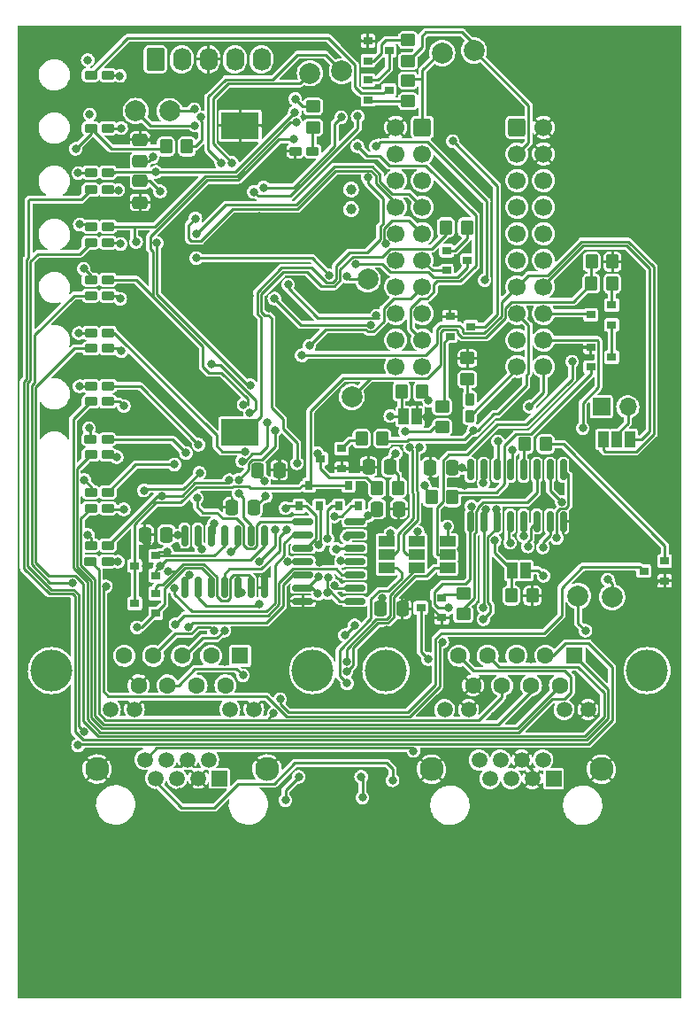
<source format=gbr>
%TF.GenerationSoftware,KiCad,Pcbnew,(6.0.1)*%
%TF.CreationDate,2022-02-13T18:41:52+00:00*%
%TF.ProjectId,module-io,6d6f6475-6c65-42d6-996f-2e6b69636164,rev?*%
%TF.SameCoordinates,Original*%
%TF.FileFunction,Copper,L1,Top*%
%TF.FilePolarity,Positive*%
%FSLAX46Y46*%
G04 Gerber Fmt 4.6, Leading zero omitted, Abs format (unit mm)*
G04 Created by KiCad (PCBNEW (6.0.1)) date 2022-02-13 18:41:52*
%MOMM*%
%LPD*%
G01*
G04 APERTURE LIST*
G04 Aperture macros list*
%AMRoundRect*
0 Rectangle with rounded corners*
0 $1 Rounding radius*
0 $2 $3 $4 $5 $6 $7 $8 $9 X,Y pos of 4 corners*
0 Add a 4 corners polygon primitive as box body*
4,1,4,$2,$3,$4,$5,$6,$7,$8,$9,$2,$3,0*
0 Add four circle primitives for the rounded corners*
1,1,$1+$1,$2,$3*
1,1,$1+$1,$4,$5*
1,1,$1+$1,$6,$7*
1,1,$1+$1,$8,$9*
0 Add four rect primitives between the rounded corners*
20,1,$1+$1,$2,$3,$4,$5,0*
20,1,$1+$1,$4,$5,$6,$7,0*
20,1,$1+$1,$6,$7,$8,$9,0*
20,1,$1+$1,$8,$9,$2,$3,0*%
G04 Aperture macros list end*
%ADD10C,0.150000*%
%TA.AperFunction,NonConductor*%
%ADD11C,0.150000*%
%TD*%
%TA.AperFunction,SMDPad,CuDef*%
%ADD12R,3.600000X2.600000*%
%TD*%
%TA.AperFunction,SMDPad,CuDef*%
%ADD13RoundRect,0.250000X0.475000X-0.337500X0.475000X0.337500X-0.475000X0.337500X-0.475000X-0.337500X0*%
%TD*%
%TA.AperFunction,SMDPad,CuDef*%
%ADD14RoundRect,0.250000X-0.475000X0.337500X-0.475000X-0.337500X0.475000X-0.337500X0.475000X0.337500X0*%
%TD*%
%TA.AperFunction,SMDPad,CuDef*%
%ADD15RoundRect,0.250000X-0.337500X-0.475000X0.337500X-0.475000X0.337500X0.475000X-0.337500X0.475000X0*%
%TD*%
%TA.AperFunction,SMDPad,CuDef*%
%ADD16RoundRect,0.250000X0.337500X0.475000X-0.337500X0.475000X-0.337500X-0.475000X0.337500X-0.475000X0*%
%TD*%
%TA.AperFunction,SMDPad,CuDef*%
%ADD17RoundRect,0.212500X-0.400000X-0.212500X0.400000X-0.212500X0.400000X0.212500X-0.400000X0.212500X0*%
%TD*%
%TA.AperFunction,SMDPad,CuDef*%
%ADD18RoundRect,0.212500X-0.212500X0.400000X-0.212500X-0.400000X0.212500X-0.400000X0.212500X0.400000X0*%
%TD*%
%TA.AperFunction,SMDPad,CuDef*%
%ADD19R,0.900000X0.800000*%
%TD*%
%TA.AperFunction,SMDPad,CuDef*%
%ADD20R,0.800000X0.900000*%
%TD*%
%TA.AperFunction,SMDPad,CuDef*%
%ADD21R,1.500000X1.000000*%
%TD*%
%TA.AperFunction,ComponentPad*%
%ADD22C,4.000000*%
%TD*%
%TA.AperFunction,ComponentPad*%
%ADD23R,1.600000X1.600000*%
%TD*%
%TA.AperFunction,ComponentPad*%
%ADD24C,1.600000*%
%TD*%
%TA.AperFunction,ComponentPad*%
%ADD25R,1.500000X1.500000*%
%TD*%
%TA.AperFunction,ComponentPad*%
%ADD26C,1.500000*%
%TD*%
%TA.AperFunction,ComponentPad*%
%ADD27C,2.300000*%
%TD*%
%TA.AperFunction,ComponentPad*%
%ADD28RoundRect,0.250000X-0.620000X-0.845000X0.620000X-0.845000X0.620000X0.845000X-0.620000X0.845000X0*%
%TD*%
%TA.AperFunction,ComponentPad*%
%ADD29O,1.740000X2.190000*%
%TD*%
%TA.AperFunction,ComponentPad*%
%ADD30RoundRect,0.250000X-0.600000X-0.600000X0.600000X-0.600000X0.600000X0.600000X-0.600000X0.600000X0*%
%TD*%
%TA.AperFunction,ComponentPad*%
%ADD31C,1.700000*%
%TD*%
%TA.AperFunction,SMDPad,CuDef*%
%ADD32R,1.000000X1.500000*%
%TD*%
%TA.AperFunction,SMDPad,CuDef*%
%ADD33RoundRect,0.250000X-0.450000X0.350000X-0.450000X-0.350000X0.450000X-0.350000X0.450000X0.350000X0*%
%TD*%
%TA.AperFunction,SMDPad,CuDef*%
%ADD34RoundRect,0.250000X0.450000X-0.350000X0.450000X0.350000X-0.450000X0.350000X-0.450000X-0.350000X0*%
%TD*%
%TA.AperFunction,SMDPad,CuDef*%
%ADD35RoundRect,0.250000X-0.350000X-0.450000X0.350000X-0.450000X0.350000X0.450000X-0.350000X0.450000X0*%
%TD*%
%TA.AperFunction,SMDPad,CuDef*%
%ADD36RoundRect,0.250000X0.350000X0.450000X-0.350000X0.450000X-0.350000X-0.450000X0.350000X-0.450000X0*%
%TD*%
%TA.AperFunction,SMDPad,CuDef*%
%ADD37C,2.000000*%
%TD*%
%TA.AperFunction,SMDPad,CuDef*%
%ADD38RoundRect,0.150000X0.150000X-0.825000X0.150000X0.825000X-0.150000X0.825000X-0.150000X-0.825000X0*%
%TD*%
%TA.AperFunction,SMDPad,CuDef*%
%ADD39RoundRect,0.150000X-0.825000X-0.150000X0.825000X-0.150000X0.825000X0.150000X-0.825000X0.150000X0*%
%TD*%
%TA.AperFunction,ComponentPad*%
%ADD40R,1.700000X1.700000*%
%TD*%
%TA.AperFunction,ComponentPad*%
%ADD41O,1.700000X1.700000*%
%TD*%
%TA.AperFunction,ComponentPad*%
%ADD42C,1.000000*%
%TD*%
%TA.AperFunction,ComponentPad*%
%ADD43RoundRect,0.250000X0.600000X0.600000X-0.600000X0.600000X-0.600000X-0.600000X0.600000X-0.600000X0*%
%TD*%
%TA.AperFunction,ViaPad*%
%ADD44C,0.800000*%
%TD*%
%TA.AperFunction,Conductor*%
%ADD45C,0.250000*%
%TD*%
G04 APERTURE END LIST*
D10*
D11*
X182120380Y-41729523D02*
X181120380Y-41729523D01*
X181120380Y-41348571D01*
X181168000Y-41253333D01*
X181215619Y-41205714D01*
X181310857Y-41158095D01*
X181453714Y-41158095D01*
X181548952Y-41205714D01*
X181596571Y-41253333D01*
X181644190Y-41348571D01*
X181644190Y-41729523D01*
X182120380Y-40253333D02*
X182120380Y-40729523D01*
X181120380Y-40729523D01*
X182025142Y-39348571D02*
X182072761Y-39396190D01*
X182120380Y-39539047D01*
X182120380Y-39634285D01*
X182072761Y-39777142D01*
X181977523Y-39872380D01*
X181882285Y-39920000D01*
X181691809Y-39967619D01*
X181548952Y-39967619D01*
X181358476Y-39920000D01*
X181263238Y-39872380D01*
X181168000Y-39777142D01*
X181120380Y-39634285D01*
X181120380Y-39539047D01*
X181168000Y-39396190D01*
X181215619Y-39348571D01*
X182120380Y-38158095D02*
X181120380Y-38158095D01*
X181120380Y-37491428D02*
X181120380Y-37300952D01*
X181168000Y-37205714D01*
X181263238Y-37110476D01*
X181453714Y-37062857D01*
X181787047Y-37062857D01*
X181977523Y-37110476D01*
X182072761Y-37205714D01*
X182120380Y-37300952D01*
X182120380Y-37491428D01*
X182072761Y-37586666D01*
X181977523Y-37681904D01*
X181787047Y-37729523D01*
X181453714Y-37729523D01*
X181263238Y-37681904D01*
X181168000Y-37586666D01*
X181120380Y-37491428D01*
X182120380Y-35872380D02*
X181120380Y-35872380D01*
X181834666Y-35539047D01*
X181120380Y-35205714D01*
X182120380Y-35205714D01*
X182120380Y-34586666D02*
X182072761Y-34681904D01*
X182025142Y-34729523D01*
X181929904Y-34777142D01*
X181644190Y-34777142D01*
X181548952Y-34729523D01*
X181501333Y-34681904D01*
X181453714Y-34586666D01*
X181453714Y-34443809D01*
X181501333Y-34348571D01*
X181548952Y-34300952D01*
X181644190Y-34253333D01*
X181929904Y-34253333D01*
X182025142Y-34300952D01*
X182072761Y-34348571D01*
X182120380Y-34443809D01*
X182120380Y-34586666D01*
X182120380Y-33396190D02*
X181120380Y-33396190D01*
X182072761Y-33396190D02*
X182120380Y-33491428D01*
X182120380Y-33681904D01*
X182072761Y-33777142D01*
X182025142Y-33824761D01*
X181929904Y-33872380D01*
X181644190Y-33872380D01*
X181548952Y-33824761D01*
X181501333Y-33777142D01*
X181453714Y-33681904D01*
X181453714Y-33491428D01*
X181501333Y-33396190D01*
X181453714Y-32491428D02*
X182120380Y-32491428D01*
X181453714Y-32920000D02*
X181977523Y-32920000D01*
X182072761Y-32872380D01*
X182120380Y-32777142D01*
X182120380Y-32634285D01*
X182072761Y-32539047D01*
X182025142Y-32491428D01*
X182120380Y-31872380D02*
X182072761Y-31967619D01*
X181977523Y-32015238D01*
X181120380Y-32015238D01*
X182072761Y-31110476D02*
X182120380Y-31205714D01*
X182120380Y-31396190D01*
X182072761Y-31491428D01*
X181977523Y-31539047D01*
X181596571Y-31539047D01*
X181501333Y-31491428D01*
X181453714Y-31396190D01*
X181453714Y-31205714D01*
X181501333Y-31110476D01*
X181596571Y-31062857D01*
X181691809Y-31062857D01*
X181787047Y-31539047D01*
X182730380Y-43039047D02*
X183730380Y-42705714D01*
X182730380Y-42372380D01*
X183730380Y-41515238D02*
X183730380Y-42086666D01*
X183730380Y-41800952D02*
X182730380Y-41800952D01*
X182873238Y-41896190D01*
X182968476Y-41991428D01*
X183016095Y-42086666D01*
X183635142Y-41086666D02*
X183682761Y-41039047D01*
X183730380Y-41086666D01*
X183682761Y-41134285D01*
X183635142Y-41086666D01*
X183730380Y-41086666D01*
X182730380Y-40420000D02*
X182730380Y-40324761D01*
X182778000Y-40229523D01*
X182825619Y-40181904D01*
X182920857Y-40134285D01*
X183111333Y-40086666D01*
X183349428Y-40086666D01*
X183539904Y-40134285D01*
X183635142Y-40181904D01*
X183682761Y-40229523D01*
X183730380Y-40324761D01*
X183730380Y-40420000D01*
X183682761Y-40515238D01*
X183635142Y-40562857D01*
X183539904Y-40610476D01*
X183349428Y-40658095D01*
X183111333Y-40658095D01*
X182920857Y-40610476D01*
X182825619Y-40562857D01*
X182778000Y-40515238D01*
X182730380Y-40420000D01*
X182730380Y-38705714D02*
X182730380Y-38610476D01*
X182778000Y-38515238D01*
X182825619Y-38467619D01*
X182920857Y-38420000D01*
X183111333Y-38372380D01*
X183349428Y-38372380D01*
X183539904Y-38420000D01*
X183635142Y-38467619D01*
X183682761Y-38515238D01*
X183730380Y-38610476D01*
X183730380Y-38705714D01*
X183682761Y-38800952D01*
X183635142Y-38848571D01*
X183539904Y-38896190D01*
X183349428Y-38943809D01*
X183111333Y-38943809D01*
X182920857Y-38896190D01*
X182825619Y-38848571D01*
X182778000Y-38800952D01*
X182730380Y-38705714D01*
X182825619Y-37991428D02*
X182778000Y-37943809D01*
X182730380Y-37848571D01*
X182730380Y-37610476D01*
X182778000Y-37515238D01*
X182825619Y-37467619D01*
X182920857Y-37420000D01*
X183016095Y-37420000D01*
X183158952Y-37467619D01*
X183730380Y-38039047D01*
X183730380Y-37420000D01*
X182682761Y-36277142D02*
X183968476Y-37134285D01*
X182825619Y-35991428D02*
X182778000Y-35943809D01*
X182730380Y-35848571D01*
X182730380Y-35610476D01*
X182778000Y-35515238D01*
X182825619Y-35467619D01*
X182920857Y-35420000D01*
X183016095Y-35420000D01*
X183158952Y-35467619D01*
X183730380Y-36039047D01*
X183730380Y-35420000D01*
X182825619Y-35039047D02*
X182778000Y-34991428D01*
X182730380Y-34896190D01*
X182730380Y-34658095D01*
X182778000Y-34562857D01*
X182825619Y-34515238D01*
X182920857Y-34467619D01*
X183016095Y-34467619D01*
X183158952Y-34515238D01*
X183730380Y-35086666D01*
X183730380Y-34467619D01*
X183444666Y-33324761D02*
X183444666Y-32848571D01*
X183730380Y-33420000D02*
X182730380Y-33086666D01*
X183730380Y-32753333D01*
X182778000Y-31896190D02*
X182730380Y-31991428D01*
X182730380Y-32134285D01*
X182778000Y-32277142D01*
X182873238Y-32372380D01*
X182968476Y-32420000D01*
X183158952Y-32467619D01*
X183301809Y-32467619D01*
X183492285Y-32420000D01*
X183587523Y-32372380D01*
X183682761Y-32277142D01*
X183730380Y-32134285D01*
X183730380Y-32039047D01*
X183682761Y-31896190D01*
X183635142Y-31848571D01*
X183301809Y-31848571D01*
X183301809Y-32039047D01*
X183682761Y-31467619D02*
X183730380Y-31324761D01*
X183730380Y-31086666D01*
X183682761Y-30991428D01*
X183635142Y-30943809D01*
X183539904Y-30896190D01*
X183444666Y-30896190D01*
X183349428Y-30943809D01*
X183301809Y-30991428D01*
X183254190Y-31086666D01*
X183206571Y-31277142D01*
X183158952Y-31372380D01*
X183111333Y-31420000D01*
X183016095Y-31467619D01*
X182920857Y-31467619D01*
X182825619Y-31420000D01*
X182778000Y-31372380D01*
X182730380Y-31277142D01*
X182730380Y-31039047D01*
X182778000Y-30896190D01*
X183206571Y-30134285D02*
X183254190Y-29991428D01*
X183301809Y-29943809D01*
X183397047Y-29896190D01*
X183539904Y-29896190D01*
X183635142Y-29943809D01*
X183682761Y-29991428D01*
X183730380Y-30086666D01*
X183730380Y-30467619D01*
X182730380Y-30467619D01*
X182730380Y-30134285D01*
X182778000Y-30039047D01*
X182825619Y-29991428D01*
X182920857Y-29943809D01*
X183016095Y-29943809D01*
X183111333Y-29991428D01*
X183158952Y-30039047D01*
X183206571Y-30134285D01*
X183206571Y-30467619D01*
X185721333Y-46824761D02*
X185673714Y-46872380D01*
X185530857Y-46967619D01*
X185435619Y-47015238D01*
X185292761Y-47062857D01*
X185054666Y-47110476D01*
X184864190Y-47110476D01*
X184626095Y-47062857D01*
X184483238Y-47015238D01*
X184388000Y-46967619D01*
X184245142Y-46872380D01*
X184197523Y-46824761D01*
X185245142Y-45872380D02*
X185292761Y-45920000D01*
X185340380Y-46062857D01*
X185340380Y-46158095D01*
X185292761Y-46300952D01*
X185197523Y-46396190D01*
X185102285Y-46443809D01*
X184911809Y-46491428D01*
X184768952Y-46491428D01*
X184578476Y-46443809D01*
X184483238Y-46396190D01*
X184388000Y-46300952D01*
X184340380Y-46158095D01*
X184340380Y-46062857D01*
X184388000Y-45920000D01*
X184435619Y-45872380D01*
X185721333Y-45539047D02*
X185673714Y-45491428D01*
X185530857Y-45396190D01*
X185435619Y-45348571D01*
X185292761Y-45300952D01*
X185054666Y-45253333D01*
X184864190Y-45253333D01*
X184626095Y-45300952D01*
X184483238Y-45348571D01*
X184388000Y-45396190D01*
X184245142Y-45491428D01*
X184197523Y-45539047D01*
X184340380Y-44158095D02*
X184340380Y-43586666D01*
X185340380Y-43872380D02*
X184340380Y-43872380D01*
X185340380Y-43253333D02*
X184673714Y-43253333D01*
X184864190Y-43253333D02*
X184768952Y-43205714D01*
X184721333Y-43158095D01*
X184673714Y-43062857D01*
X184673714Y-42967619D01*
X185340380Y-42205714D02*
X184816571Y-42205714D01*
X184721333Y-42253333D01*
X184673714Y-42348571D01*
X184673714Y-42539047D01*
X184721333Y-42634285D01*
X185292761Y-42205714D02*
X185340380Y-42300952D01*
X185340380Y-42539047D01*
X185292761Y-42634285D01*
X185197523Y-42681904D01*
X185102285Y-42681904D01*
X185007047Y-42634285D01*
X184959428Y-42539047D01*
X184959428Y-42300952D01*
X184911809Y-42205714D01*
X185292761Y-41300952D02*
X185340380Y-41396190D01*
X185340380Y-41586666D01*
X185292761Y-41681904D01*
X185245142Y-41729523D01*
X185149904Y-41777142D01*
X184864190Y-41777142D01*
X184768952Y-41729523D01*
X184721333Y-41681904D01*
X184673714Y-41586666D01*
X184673714Y-41396190D01*
X184721333Y-41300952D01*
X185292761Y-40491428D02*
X185340380Y-40586666D01*
X185340380Y-40777142D01*
X185292761Y-40872380D01*
X185197523Y-40920000D01*
X184816571Y-40920000D01*
X184721333Y-40872380D01*
X184673714Y-40777142D01*
X184673714Y-40586666D01*
X184721333Y-40491428D01*
X184816571Y-40443809D01*
X184911809Y-40443809D01*
X185007047Y-40920000D01*
X184340380Y-39396190D02*
X184340380Y-38824761D01*
X185340380Y-39110476D02*
X184340380Y-39110476D01*
X185292761Y-38110476D02*
X185340380Y-38205714D01*
X185340380Y-38396190D01*
X185292761Y-38491428D01*
X185197523Y-38539047D01*
X184816571Y-38539047D01*
X184721333Y-38491428D01*
X184673714Y-38396190D01*
X184673714Y-38205714D01*
X184721333Y-38110476D01*
X184816571Y-38062857D01*
X184911809Y-38062857D01*
X185007047Y-38539047D01*
X185292761Y-37205714D02*
X185340380Y-37300952D01*
X185340380Y-37491428D01*
X185292761Y-37586666D01*
X185245142Y-37634285D01*
X185149904Y-37681904D01*
X184864190Y-37681904D01*
X184768952Y-37634285D01*
X184721333Y-37586666D01*
X184673714Y-37491428D01*
X184673714Y-37300952D01*
X184721333Y-37205714D01*
X185340380Y-36777142D02*
X184340380Y-36777142D01*
X185340380Y-36348571D02*
X184816571Y-36348571D01*
X184721333Y-36396190D01*
X184673714Y-36491428D01*
X184673714Y-36634285D01*
X184721333Y-36729523D01*
X184768952Y-36777142D01*
X184673714Y-35872380D02*
X185340380Y-35872380D01*
X184768952Y-35872380D02*
X184721333Y-35824761D01*
X184673714Y-35729523D01*
X184673714Y-35586666D01*
X184721333Y-35491428D01*
X184816571Y-35443809D01*
X185340380Y-35443809D01*
X185340380Y-34967619D02*
X184673714Y-34967619D01*
X184340380Y-34967619D02*
X184388000Y-35015238D01*
X184435619Y-34967619D01*
X184388000Y-34920000D01*
X184340380Y-34967619D01*
X184435619Y-34967619D01*
X185292761Y-34062857D02*
X185340380Y-34158095D01*
X185340380Y-34348571D01*
X185292761Y-34443809D01*
X185245142Y-34491428D01*
X185149904Y-34539047D01*
X184864190Y-34539047D01*
X184768952Y-34491428D01*
X184721333Y-34443809D01*
X184673714Y-34348571D01*
X184673714Y-34158095D01*
X184721333Y-34062857D01*
X185340380Y-33205714D02*
X184816571Y-33205714D01*
X184721333Y-33253333D01*
X184673714Y-33348571D01*
X184673714Y-33539047D01*
X184721333Y-33634285D01*
X185292761Y-33205714D02*
X185340380Y-33300952D01*
X185340380Y-33539047D01*
X185292761Y-33634285D01*
X185197523Y-33681904D01*
X185102285Y-33681904D01*
X185007047Y-33634285D01*
X184959428Y-33539047D01*
X184959428Y-33300952D01*
X184911809Y-33205714D01*
X185340380Y-32586666D02*
X185292761Y-32681904D01*
X185197523Y-32729523D01*
X184340380Y-32729523D01*
X185292761Y-31491428D02*
X185340380Y-31348571D01*
X185340380Y-31110476D01*
X185292761Y-31015238D01*
X185245142Y-30967619D01*
X185149904Y-30920000D01*
X185054666Y-30920000D01*
X184959428Y-30967619D01*
X184911809Y-31015238D01*
X184864190Y-31110476D01*
X184816571Y-31300952D01*
X184768952Y-31396190D01*
X184721333Y-31443809D01*
X184626095Y-31491428D01*
X184530857Y-31491428D01*
X184435619Y-31443809D01*
X184388000Y-31396190D01*
X184340380Y-31300952D01*
X184340380Y-31062857D01*
X184388000Y-30920000D01*
X185292761Y-30110476D02*
X185340380Y-30205714D01*
X185340380Y-30396190D01*
X185292761Y-30491428D01*
X185197523Y-30539047D01*
X184816571Y-30539047D01*
X184721333Y-30491428D01*
X184673714Y-30396190D01*
X184673714Y-30205714D01*
X184721333Y-30110476D01*
X184816571Y-30062857D01*
X184911809Y-30062857D01*
X185007047Y-30539047D01*
X185340380Y-29634285D02*
X184673714Y-29634285D01*
X184864190Y-29634285D02*
X184768952Y-29586666D01*
X184721333Y-29539047D01*
X184673714Y-29443809D01*
X184673714Y-29348571D01*
X184673714Y-29110476D02*
X185340380Y-28872380D01*
X184673714Y-28634285D01*
X185340380Y-28253333D02*
X184673714Y-28253333D01*
X184340380Y-28253333D02*
X184388000Y-28300952D01*
X184435619Y-28253333D01*
X184388000Y-28205714D01*
X184340380Y-28253333D01*
X184435619Y-28253333D01*
X185292761Y-27348571D02*
X185340380Y-27443809D01*
X185340380Y-27634285D01*
X185292761Y-27729523D01*
X185245142Y-27777142D01*
X185149904Y-27824761D01*
X184864190Y-27824761D01*
X184768952Y-27777142D01*
X184721333Y-27729523D01*
X184673714Y-27634285D01*
X184673714Y-27443809D01*
X184721333Y-27348571D01*
X185292761Y-26539047D02*
X185340380Y-26634285D01*
X185340380Y-26824761D01*
X185292761Y-26920000D01*
X185197523Y-26967619D01*
X184816571Y-26967619D01*
X184721333Y-26920000D01*
X184673714Y-26824761D01*
X184673714Y-26634285D01*
X184721333Y-26539047D01*
X184816571Y-26491428D01*
X184911809Y-26491428D01*
X185007047Y-26967619D01*
X185292761Y-26110476D02*
X185340380Y-26015238D01*
X185340380Y-25824761D01*
X185292761Y-25729523D01*
X185197523Y-25681904D01*
X185149904Y-25681904D01*
X185054666Y-25729523D01*
X185007047Y-25824761D01*
X185007047Y-25967619D01*
X184959428Y-26062857D01*
X184864190Y-26110476D01*
X184816571Y-26110476D01*
X184721333Y-26062857D01*
X184673714Y-25967619D01*
X184673714Y-25824761D01*
X184721333Y-25729523D01*
D12*
%TO.P,BT1,1,+*%
%TO.N,Net-(BT1-Pad1)*%
X144500000Y-63650000D03*
%TO.P,BT1,2,-*%
%TO.N,0*%
X144500000Y-34350000D03*
%TD*%
D13*
%TO.P,C5,1*%
%TO.N,+3V3*%
X134925000Y-37775000D03*
%TO.P,C5,2*%
%TO.N,0*%
X134925000Y-35700000D03*
%TD*%
D14*
%TO.P,C6,1*%
%TO.N,+3V3*%
X134925000Y-39600000D03*
%TO.P,C6,2*%
%TO.N,0*%
X134925000Y-41675000D03*
%TD*%
D15*
%TO.P,C7,1*%
%TO.N,0*%
X156800000Y-66950000D03*
%TO.P,C7,2*%
%TO.N,+3V3*%
X158875000Y-66950000D03*
%TD*%
%TO.P,C8,1*%
%TO.N,0*%
X162700000Y-67025000D03*
%TO.P,C8,2*%
%TO.N,+3V3*%
X164775000Y-67025000D03*
%TD*%
D16*
%TO.P,C9,1*%
%TO.N,0*%
X160050000Y-80500000D03*
%TO.P,C9,2*%
%TO.N,+3V3*%
X157975000Y-80500000D03*
%TD*%
D15*
%TO.P,C10,1*%
%TO.N,0*%
X135400000Y-73450000D03*
%TO.P,C10,2*%
%TO.N,+3V3*%
X137475000Y-73450000D03*
%TD*%
D17*
%TO.P,D1,1,K*%
%TO.N,Net-(D1-Pad1)*%
X130215000Y-29490000D03*
%TO.P,D1,2,A*%
%TO.N,Net-(D1-Pad2)*%
X131840000Y-29490000D03*
%TD*%
%TO.P,D2,1,K*%
%TO.N,/Outputs/ID_SW_0V*%
X130225000Y-34580000D03*
%TO.P,D2,2,A*%
%TO.N,Net-(D2-Pad2)*%
X131850000Y-34580000D03*
%TD*%
D18*
%TO.P,D3,1,K*%
%TO.N,Net-(D3-Pad1)*%
X166475000Y-60475000D03*
%TO.P,D3,2,A*%
%TO.N,/Backplane/HBEAT*%
X166475000Y-62100000D03*
%TD*%
D17*
%TO.P,D5,1,K*%
%TO.N,Net-(D5-Pad1)*%
X130250000Y-43975000D03*
%TO.P,D5,2,A*%
%TO.N,/Processing/LED_SYS2*%
X131875000Y-43975000D03*
%TD*%
%TO.P,D6,1,K*%
%TO.N,Net-(D6-Pad1)*%
X130225000Y-49075000D03*
%TO.P,D6,2,A*%
%TO.N,/Processing/LED_SYS3*%
X131850000Y-49075000D03*
%TD*%
%TO.P,D9,1,K*%
%TO.N,Net-(D9-Pad1)*%
X130200000Y-64325000D03*
%TO.P,D9,2,A*%
%TO.N,/inputs/LI5*%
X131825000Y-64325000D03*
%TD*%
%TO.P,D10,1,K*%
%TO.N,Net-(D10-Pad1)*%
X130225000Y-69375000D03*
%TO.P,D10,2,A*%
%TO.N,/inputs/LI6*%
X131850000Y-69375000D03*
%TD*%
%TO.P,D11,1,K*%
%TO.N,Net-(D11-Pad1)*%
X130225000Y-74450000D03*
%TO.P,D11,2,A*%
%TO.N,/inputs/LI7*%
X131850000Y-74450000D03*
%TD*%
%TO.P,D12,1,K*%
%TO.N,/Outputs/QA0*%
X130215000Y-40475000D03*
%TO.P,D12,2,A*%
%TO.N,Net-(D12-Pad2)*%
X131840000Y-40475000D03*
%TD*%
%TO.P,D13,1,K*%
%TO.N,/Outputs/QA1*%
X130225000Y-45500000D03*
%TO.P,D13,2,A*%
%TO.N,Net-(D13-Pad2)*%
X131850000Y-45500000D03*
%TD*%
%TO.P,D14,1,K*%
%TO.N,/Outputs/QA2*%
X130225000Y-50575000D03*
%TO.P,D14,2,A*%
%TO.N,Net-(D14-Pad2)*%
X131850000Y-50575000D03*
%TD*%
%TO.P,D15,1,K*%
%TO.N,/Outputs/QA3*%
X130227500Y-55629533D03*
%TO.P,D15,2,A*%
%TO.N,Net-(D15-Pad2)*%
X131852500Y-55629533D03*
%TD*%
%TO.P,D16,1,K*%
%TO.N,/Outputs/QA4*%
X130225000Y-60700000D03*
%TO.P,D16,2,A*%
%TO.N,Net-(D16-Pad2)*%
X131850000Y-60700000D03*
%TD*%
%TO.P,D17,1,K*%
%TO.N,/Outputs/QA5*%
X130225000Y-65800000D03*
%TO.P,D17,2,A*%
%TO.N,Net-(D17-Pad2)*%
X131850000Y-65800000D03*
%TD*%
%TO.P,D18,1,K*%
%TO.N,/Outputs/QA6*%
X130225000Y-70900000D03*
%TO.P,D18,2,A*%
%TO.N,Net-(D18-Pad2)*%
X131850000Y-70900000D03*
%TD*%
%TO.P,D19,1,K*%
%TO.N,/Outputs/QA7*%
X130200000Y-75975000D03*
%TO.P,D19,2,A*%
%TO.N,Net-(D19-Pad2)*%
X131825000Y-75975000D03*
%TD*%
%TO.P,D20,1,K*%
%TO.N,0*%
X149812500Y-36775000D03*
%TO.P,D20,2,A*%
%TO.N,Net-(D20-Pad2)*%
X151437500Y-36775000D03*
%TD*%
D19*
%TO.P,D21,1*%
%TO.N,Net-(D21-Pad1)*%
X136425000Y-80950000D03*
%TO.P,D21,2*%
%TO.N,Net-(D21-Pad2)*%
X136425000Y-79050000D03*
%TO.P,D21,3*%
%TO.N,/inputs/IRQ_TRIG*%
X134425000Y-80000000D03*
%TD*%
%TO.P,D22,1*%
%TO.N,Net-(D22-Pad1)*%
X136425000Y-77350000D03*
%TO.P,D22,2*%
%TO.N,Net-(D22-Pad2)*%
X136425000Y-75450000D03*
%TO.P,D22,3*%
%TO.N,/inputs/IRQ_TRIG*%
X134425000Y-76400000D03*
%TD*%
D20*
%TO.P,D23,1*%
%TO.N,Net-(D23-Pad1)*%
X150175000Y-70700000D03*
%TO.P,D23,2*%
%TO.N,Net-(D23-Pad2)*%
X152075000Y-70700000D03*
%TO.P,D23,3*%
%TO.N,/inputs/IRQ_TRIG*%
X151125000Y-68700000D03*
%TD*%
%TO.P,D24,1*%
%TO.N,Net-(D24-Pad1)*%
X153925000Y-70700000D03*
%TO.P,D24,2*%
%TO.N,Net-(D24-Pad2)*%
X155825000Y-70700000D03*
%TO.P,D24,3*%
%TO.N,/inputs/IRQ_TRIG*%
X154875000Y-68700000D03*
%TD*%
D21*
%TO.P,J1,1,Pin_1*%
%TO.N,/Bus Comms/DATA_TXEN*%
X164350000Y-76630000D03*
%TO.P,J1,2,Pin_2*%
%TO.N,/Processing/IO1*%
X164350000Y-75330000D03*
%TO.P,J1,3,Pin_3*%
%TO.N,/Bus Comms/DMX_TXEN*%
X164350000Y-74030000D03*
%TD*%
%TO.P,J3,1,Pin_1*%
%TO.N,/Bus Comms/DATA_mTX*%
X158510000Y-76630000D03*
%TO.P,J3,2,Pin_2*%
%TO.N,/Processing/U1TX*%
X158510000Y-75330000D03*
%TO.P,J3,3,Pin_3*%
%TO.N,/Bus Comms/DMX_mTX*%
X158510000Y-74030000D03*
%TD*%
D22*
%TO.P,J4,0*%
%TO.N,N/C*%
X126460000Y-86420000D03*
X151460000Y-86420000D03*
D23*
%TO.P,J4,1,1*%
%TO.N,/inputs/I0*%
X144500000Y-85000000D03*
D24*
%TO.P,J4,2,2*%
%TO.N,/inputs/I1*%
X141730000Y-85000000D03*
%TO.P,J4,3,3*%
%TO.N,/inputs/I2*%
X138960000Y-85000000D03*
%TO.P,J4,4,4*%
%TO.N,/inputs/I3*%
X136190000Y-85000000D03*
%TO.P,J4,5,5*%
%TO.N,/inputs/I4*%
X133420000Y-85000000D03*
%TO.P,J4,6,6*%
%TO.N,/inputs/I5*%
X143115000Y-87840000D03*
%TO.P,J4,7,7*%
%TO.N,/inputs/I6*%
X140345000Y-87840000D03*
%TO.P,J4,8,8*%
%TO.N,/inputs/I7*%
X137575000Y-87840000D03*
%TO.P,J4,9,9*%
%TO.N,0*%
X134805000Y-87840000D03*
%TD*%
D22*
%TO.P,J5,0*%
%TO.N,N/C*%
X158460000Y-86420000D03*
X183460000Y-86420000D03*
D23*
%TO.P,J5,1,1*%
%TO.N,/Outputs/QA0*%
X176500000Y-85000000D03*
D24*
%TO.P,J5,2,2*%
%TO.N,/Outputs/QA1*%
X173730000Y-85000000D03*
%TO.P,J5,3,3*%
%TO.N,/Outputs/QA2*%
X170960000Y-85000000D03*
%TO.P,J5,4,4*%
%TO.N,/Outputs/QA3*%
X168190000Y-85000000D03*
%TO.P,J5,5,5*%
%TO.N,/Outputs/QA4*%
X165420000Y-85000000D03*
%TO.P,J5,6,6*%
%TO.N,/Outputs/QA5*%
X175115000Y-87840000D03*
%TO.P,J5,7,7*%
%TO.N,/Outputs/QA6*%
X172345000Y-87840000D03*
%TO.P,J5,8,8*%
%TO.N,/Outputs/QA7*%
X169575000Y-87840000D03*
%TO.P,J5,9,9*%
%TO.N,0*%
X166805000Y-87840000D03*
%TD*%
D25*
%TO.P,J6,1*%
%TO.N,/Bus Comms/+VBUS*%
X142515000Y-96715000D03*
D26*
%TO.P,J6,2*%
X141499000Y-94935000D03*
%TO.P,J6,3*%
%TO.N,0*%
X140483000Y-96715000D03*
%TO.P,J6,4*%
X139467000Y-94935000D03*
%TO.P,J6,5*%
%TO.N,/Bus Comms/DATA_A*%
X138451000Y-96715000D03*
%TO.P,J6,6*%
%TO.N,/Bus Comms/DATA_B*%
X137435000Y-94935000D03*
%TO.P,J6,7*%
%TO.N,/Bus Comms/DMX_A*%
X136419000Y-96715000D03*
%TO.P,J6,8*%
%TO.N,/Bus Comms/DMX_B*%
X135403000Y-94935000D03*
%TO.P,J6,9*%
%TO.N,0*%
X145815000Y-90115000D03*
%TO.P,J6,10*%
%TO.N,/Bus Comms/IN_LINK*%
X143525000Y-90115000D03*
%TO.P,J6,11*%
%TO.N,0*%
X134385000Y-90115000D03*
%TO.P,J6,12*%
%TO.N,/Bus Comms/IN_ACT*%
X132095000Y-90115000D03*
D27*
%TO.P,J6,SH*%
%TO.N,0*%
X130825000Y-95825000D03*
X147085000Y-95825000D03*
%TD*%
D25*
%TO.P,J7,1*%
%TO.N,/Bus Comms/+VBUS*%
X174500000Y-96750000D03*
D26*
%TO.P,J7,2*%
X173484000Y-94970000D03*
%TO.P,J7,3*%
%TO.N,0*%
X172468000Y-96750000D03*
%TO.P,J7,4*%
X171452000Y-94970000D03*
%TO.P,J7,5*%
%TO.N,/Bus Comms/DATA_A*%
X170436000Y-96750000D03*
%TO.P,J7,6*%
%TO.N,/Bus Comms/DATA_B*%
X169420000Y-94970000D03*
%TO.P,J7,7*%
%TO.N,/Bus Comms/DMX_A*%
X168404000Y-96750000D03*
%TO.P,J7,8*%
%TO.N,/Bus Comms/DMX_B*%
X167388000Y-94970000D03*
%TO.P,J7,9*%
%TO.N,0*%
X177800000Y-90150000D03*
%TO.P,J7,10*%
%TO.N,/Bus Comms/OUT_LINK*%
X175510000Y-90150000D03*
%TO.P,J7,11*%
%TO.N,0*%
X166370000Y-90150000D03*
%TO.P,J7,12*%
%TO.N,/Bus Comms/OUT_ACT*%
X164080000Y-90150000D03*
D27*
%TO.P,J7,SH*%
%TO.N,0*%
X179070000Y-95860000D03*
X162810000Y-95860000D03*
%TD*%
D28*
%TO.P,J8,1,Pin_1*%
%TO.N,/Processing/MCL*%
X136398000Y-28000000D03*
D29*
%TO.P,J8,2,Pin_2*%
%TO.N,+3V3*%
X138938000Y-28000000D03*
%TO.P,J8,3,Pin_3*%
%TO.N,0*%
X141478000Y-28000000D03*
%TO.P,J8,4,Pin_4*%
%TO.N,/Processing/ICD*%
X144018000Y-28000000D03*
%TO.P,J8,5,Pin_5*%
%TO.N,/Processing/ICC*%
X146558000Y-28000000D03*
%TD*%
D30*
%TO.P,J10,1,Pin_1*%
%TO.N,+3V3*%
X171000000Y-34500000D03*
D31*
%TO.P,J10,2,Pin_2*%
%TO.N,0*%
X173540000Y-34500000D03*
%TO.P,J10,3,Pin_3*%
%TO.N,+5V*%
X171000000Y-37040000D03*
%TO.P,J10,4,Pin_4*%
%TO.N,0*%
X173540000Y-37040000D03*
%TO.P,J10,5,Pin_5*%
%TO.N,/Backplane/TX*%
X171000000Y-39580000D03*
%TO.P,J10,6,Pin_6*%
%TO.N,/Backplane/RX*%
X173540000Y-39580000D03*
%TO.P,J10,7,Pin_7*%
%TO.N,/Backplane/SCL*%
X171000000Y-42120000D03*
%TO.P,J10,8,Pin_8*%
%TO.N,/Backplane/SDA*%
X173540000Y-42120000D03*
%TO.P,J10,9,Pin_9*%
%TO.N,/Backplane/CKI*%
X171000000Y-44660000D03*
%TO.P,J10,10,Pin_10*%
%TO.N,/Backplane/CKO*%
X173540000Y-44660000D03*
%TO.P,J10,11,Pin_11*%
%TO.N,/Backplane/LATI*%
X171000000Y-47200000D03*
%TO.P,J10,12,Pin_12*%
%TO.N,/Backplane/LATO*%
X173540000Y-47200000D03*
%TO.P,J10,13,Pin_13*%
%TO.N,/Backplane/IN_DO*%
X171000000Y-49740000D03*
%TO.P,J10,14,Pin_14*%
%TO.N,/Backplane/OUT_DO*%
X173540000Y-49740000D03*
%TO.P,J10,15,Pin_15*%
%TO.N,/Backplane/RESET*%
X171000000Y-52280000D03*
%TO.P,J10,16,Pin_16*%
%TO.N,/Backplane/IRQ*%
X173540000Y-52280000D03*
%TO.P,J10,17,Pin_17*%
%TO.N,/Backplane/ID_RET*%
X171000000Y-54820000D03*
%TO.P,J10,18,Pin_18*%
%TO.N,/Backplane/DA_IRET*%
X173540000Y-54820000D03*
%TO.P,J10,19,Pin_19*%
%TO.N,/Backplane/HBEAT*%
X171000000Y-57360000D03*
%TO.P,J10,20,Pin_20*%
%TO.N,Net-(J10-Pad20)*%
X173540000Y-57360000D03*
%TD*%
D32*
%TO.P,JP1,1,1*%
%TO.N,/Outputs/ANA_AINH*%
X170530000Y-76850000D03*
%TO.P,JP1,2,2*%
%TO.N,+3V3*%
X171830000Y-76850000D03*
%TD*%
%TO.P,JP2,1,1*%
%TO.N,0*%
X161430000Y-62150000D03*
%TO.P,JP2,2,2*%
%TO.N,/Outputs/_OUT_OE*%
X160130000Y-62150000D03*
%TD*%
D19*
%TO.P,Q1,1,E*%
%TO.N,Net-(Q1-Pad1)*%
X156750000Y-29972000D03*
%TO.P,Q1,2,B*%
%TO.N,Net-(Q1-Pad2)*%
X156750000Y-31872000D03*
%TO.P,Q1,3,C*%
%TO.N,Net-(D1-Pad1)*%
X158750000Y-30922000D03*
%TD*%
%TO.P,Q2,1,E*%
%TO.N,0*%
X156750000Y-26228000D03*
%TO.P,Q2,2,B*%
%TO.N,Net-(Q2-Pad2)*%
X156750000Y-28128000D03*
%TO.P,Q2,3,C*%
%TO.N,Net-(Q1-Pad1)*%
X158750000Y-27178000D03*
%TD*%
%TO.P,Q3,1,E*%
%TO.N,/Outputs/IRQ_SW_0V*%
X180075000Y-53375000D03*
%TO.P,Q3,2,B*%
%TO.N,Net-(Q3-Pad2)*%
X180075000Y-51475000D03*
%TO.P,Q3,3,C*%
%TO.N,/Backplane/IRQ*%
X178075000Y-52425000D03*
%TD*%
%TO.P,Q5,1,E*%
%TO.N,0*%
X164592000Y-52578000D03*
%TO.P,Q5,2,B*%
%TO.N,Net-(Q5-Pad2)*%
X164592000Y-54478000D03*
%TO.P,Q5,3,C*%
%TO.N,Net-(Q5-Pad3)*%
X166592000Y-53528000D03*
%TD*%
%TO.P,Q6,1,E*%
%TO.N,0*%
X178070000Y-55510000D03*
%TO.P,Q6,2,B*%
%TO.N,Net-(Q6-Pad2)*%
X178070000Y-57410000D03*
%TO.P,Q6,3,C*%
%TO.N,/Outputs/IRQ_SW_0V*%
X180070000Y-56460000D03*
%TD*%
%TO.P,Q7,1,E*%
%TO.N,0*%
X185134000Y-77846000D03*
%TO.P,Q7,2,B*%
%TO.N,Net-(Q7-Pad2)*%
X185134000Y-75946000D03*
%TO.P,Q7,3,C*%
%TO.N,/Outputs/QA7*%
X183134000Y-76896000D03*
%TD*%
%TO.P,Q8,1,E*%
%TO.N,0*%
X163800000Y-81370000D03*
%TO.P,Q8,2,B*%
%TO.N,Net-(Q8-Pad2)*%
X163800000Y-79470000D03*
%TO.P,Q8,3,C*%
%TO.N,/Outputs/QA6*%
X161800000Y-80420000D03*
%TD*%
%TO.P,Q9,1,E*%
%TO.N,0*%
X154225000Y-67100000D03*
%TO.P,Q9,2,B*%
%TO.N,Net-(Q9-Pad2)*%
X154225000Y-65200000D03*
%TO.P,Q9,3,C*%
%TO.N,Net-(Q9-Pad3)*%
X152225000Y-66150000D03*
%TD*%
D33*
%TO.P,R2,1*%
%TO.N,+3V3*%
X160574533Y-30004000D03*
%TO.P,R2,2*%
%TO.N,Net-(Q1-Pad2)*%
X160574533Y-32004000D03*
%TD*%
D34*
%TO.P,R4,1*%
%TO.N,+5V*%
X160574533Y-28164000D03*
%TO.P,R4,2*%
%TO.N,Net-(Q2-Pad2)*%
X160574533Y-26164000D03*
%TD*%
%TO.P,R5,1*%
%TO.N,Net-(D3-Pad1)*%
X166250000Y-58575000D03*
%TO.P,R5,2*%
%TO.N,0*%
X166250000Y-56575000D03*
%TD*%
D35*
%TO.P,R14,1*%
%TO.N,/inputs/IRQ_TRIG*%
X178125000Y-49425000D03*
%TO.P,R14,2*%
%TO.N,Net-(Q3-Pad2)*%
X180125000Y-49425000D03*
%TD*%
D36*
%TO.P,R16,1*%
%TO.N,Net-(Q4-Pad1)*%
X166200000Y-44050000D03*
%TO.P,R16,2*%
%TO.N,/Outputs/LATI_EN*%
X164200000Y-44050000D03*
%TD*%
D35*
%TO.P,R31,1*%
%TO.N,/Outputs/ID_SW_0V*%
X137414000Y-36322000D03*
%TO.P,R31,2*%
%TO.N,Net-(Q5-Pad3)*%
X139414000Y-36322000D03*
%TD*%
D36*
%TO.P,R32,1*%
%TO.N,+3V3*%
X159625000Y-68950000D03*
%TO.P,R32,2*%
%TO.N,Net-(Q9-Pad3)*%
X157625000Y-68950000D03*
%TD*%
%TO.P,R33,1*%
%TO.N,+3V3*%
X161950000Y-59750000D03*
%TO.P,R33,2*%
%TO.N,/Outputs/_OUT_OE*%
X159950000Y-59750000D03*
%TD*%
D35*
%TO.P,R35,1*%
%TO.N,Net-(R35-Pad1)*%
X162814000Y-69850000D03*
%TO.P,R35,2*%
%TO.N,Net-(Q6-Pad2)*%
X164814000Y-69850000D03*
%TD*%
%TO.P,R36,1*%
%TO.N,Net-(R36-Pad1)*%
X171736000Y-64770000D03*
%TO.P,R36,2*%
%TO.N,Net-(Q7-Pad2)*%
X173736000Y-64770000D03*
%TD*%
D34*
%TO.P,R37,1*%
%TO.N,Net-(R37-Pad1)*%
X165862000Y-81026000D03*
%TO.P,R37,2*%
%TO.N,Net-(Q8-Pad2)*%
X165862000Y-79026000D03*
%TD*%
D35*
%TO.P,R38,1*%
%TO.N,Net-(Q9-Pad2)*%
X156125000Y-64250000D03*
%TO.P,R38,2*%
%TO.N,/Backplane/RESET*%
X158125000Y-64250000D03*
%TD*%
%TO.P,R39,1*%
%TO.N,/Outputs/ANA_AINH*%
X170466000Y-79248000D03*
%TO.P,R39,2*%
%TO.N,0*%
X172466000Y-79248000D03*
%TD*%
%TO.P,R40,1*%
%TO.N,/inputs/IRQ_TRIG*%
X178150000Y-47340000D03*
%TO.P,R40,2*%
%TO.N,0*%
X180150000Y-47340000D03*
%TD*%
D37*
%TO.P,TP1,1,1*%
%TO.N,+3V3*%
X163850000Y-27400000D03*
%TD*%
%TO.P,TP2,1,1*%
%TO.N,+5V*%
X166878000Y-27150000D03*
%TD*%
%TO.P,TP3,1,1*%
%TO.N,/Processing/SDI*%
X156718000Y-49022000D03*
%TD*%
%TO.P,TP4,1,1*%
%TO.N,/Processing/SDO*%
X151190000Y-29320000D03*
%TD*%
%TO.P,TP5,1,1*%
%TO.N,/Processing/SCK*%
X154250000Y-29130000D03*
%TD*%
%TO.P,TP8,1,1*%
%TO.N,/Processing/IO4*%
X134525000Y-32925000D03*
%TD*%
%TO.P,TP9,1,1*%
%TO.N,/Processing/IO5*%
X137775000Y-32950000D03*
%TD*%
%TO.P,TP10,1,1*%
%TO.N,Net-(TP10-Pad1)*%
X180110000Y-79390000D03*
%TD*%
%TO.P,TP11,1,1*%
%TO.N,Net-(TP11-Pad1)*%
X176860000Y-79290000D03*
%TD*%
%TO.P,TP13,1,1*%
%TO.N,/inputs/IRQ_TRIG*%
X155190000Y-60260000D03*
%TD*%
D38*
%TO.P,U5,1,A0*%
%TO.N,Net-(U4-Pad2)*%
X166555000Y-72175000D03*
%TO.P,U5,2,A1*%
%TO.N,Net-(U4-Pad3)*%
X167825000Y-72175000D03*
%TO.P,U5,3,A2*%
%TO.N,Net-(U4-Pad4)*%
X169095000Y-72175000D03*
%TO.P,U5,4,Q0*%
%TO.N,Net-(U3-Pad1)*%
X170365000Y-72175000D03*
%TO.P,U5,5,Q1*%
%TO.N,Net-(U3-Pad2)*%
X171635000Y-72175000D03*
%TO.P,U5,6,Q2*%
%TO.N,Net-(U3-Pad3)*%
X172905000Y-72175000D03*
%TO.P,U5,7,Q3*%
%TO.N,Net-(U3-Pad4)*%
X174175000Y-72175000D03*
%TO.P,U5,8,GND*%
%TO.N,0*%
X175445000Y-72175000D03*
%TO.P,U5,9,Q4*%
%TO.N,Net-(U3-Pad5)*%
X175445000Y-67225000D03*
%TO.P,U5,10,Q5*%
%TO.N,Net-(U3-Pad6)*%
X174175000Y-67225000D03*
%TO.P,U5,11,Q6*%
%TO.N,Net-(R37-Pad1)*%
X172905000Y-67225000D03*
%TO.P,U5,12,Q7*%
%TO.N,Net-(R36-Pad1)*%
X171635000Y-67225000D03*
%TO.P,U5,13,D*%
%TO.N,Net-(U4-Pad5)*%
X170365000Y-67225000D03*
%TO.P,U5,14,E*%
%TO.N,Net-(U4-Pad6)*%
X169095000Y-67225000D03*
%TO.P,U5,15,Clr*%
%TO.N,/Backplane/RESET*%
X167825000Y-67225000D03*
%TO.P,U5,16,VCC*%
%TO.N,+3V3*%
X166555000Y-67225000D03*
%TD*%
%TO.P,U9,1*%
%TO.N,/Processing/LED_SYS1*%
X139190000Y-78475000D03*
%TO.P,U9,2*%
%TO.N,/inputs/I0*%
X140460000Y-78475000D03*
%TO.P,U9,3*%
%TO.N,Net-(D21-Pad1)*%
X141730000Y-78475000D03*
%TO.P,U9,4*%
%TO.N,/Processing/LED_SYS2*%
X143000000Y-78475000D03*
%TO.P,U9,5*%
%TO.N,/inputs/I1*%
X144270000Y-78475000D03*
%TO.P,U9,6*%
%TO.N,Net-(D21-Pad2)*%
X145540000Y-78475000D03*
%TO.P,U9,7,GND*%
%TO.N,0*%
X146810000Y-78475000D03*
%TO.P,U9,8*%
%TO.N,Net-(D22-Pad1)*%
X146810000Y-73525000D03*
%TO.P,U9,9*%
%TO.N,/Processing/LED_SYS3*%
X145540000Y-73525000D03*
%TO.P,U9,10*%
%TO.N,/inputs/I2*%
X144270000Y-73525000D03*
%TO.P,U9,11*%
%TO.N,Net-(D22-Pad2)*%
X143000000Y-73525000D03*
%TO.P,U9,12*%
%TO.N,/inputs/LI3*%
X141730000Y-73525000D03*
%TO.P,U9,13*%
%TO.N,/inputs/I3*%
X140460000Y-73525000D03*
%TO.P,U9,14,VCC*%
%TO.N,+3V3*%
X139190000Y-73525000D03*
%TD*%
D39*
%TO.P,U10,1*%
%TO.N,/inputs/LI4*%
X150525000Y-72190000D03*
%TO.P,U10,2*%
%TO.N,/inputs/I4*%
X150525000Y-73460000D03*
%TO.P,U10,3*%
%TO.N,Net-(D23-Pad1)*%
X150525000Y-74730000D03*
%TO.P,U10,4*%
%TO.N,/inputs/LI5*%
X150525000Y-76000000D03*
%TO.P,U10,5*%
%TO.N,/inputs/I5*%
X150525000Y-77270000D03*
%TO.P,U10,6*%
%TO.N,Net-(D23-Pad2)*%
X150525000Y-78540000D03*
%TO.P,U10,7,GND*%
%TO.N,0*%
X150525000Y-79810000D03*
%TO.P,U10,8*%
%TO.N,Net-(D24-Pad1)*%
X155475000Y-79810000D03*
%TO.P,U10,9*%
%TO.N,/inputs/LI6*%
X155475000Y-78540000D03*
%TO.P,U10,10*%
%TO.N,/inputs/I6*%
X155475000Y-77270000D03*
%TO.P,U10,11*%
%TO.N,Net-(D24-Pad2)*%
X155475000Y-76000000D03*
%TO.P,U10,12*%
%TO.N,/inputs/LI7*%
X155475000Y-74730000D03*
%TO.P,U10,13*%
%TO.N,/inputs/I7*%
X155475000Y-73460000D03*
%TO.P,U10,14,VCC*%
%TO.N,+3V3*%
X155475000Y-72190000D03*
%TD*%
D17*
%TO.P,D4,1,K*%
%TO.N,Net-(D4-Pad1)*%
X130227500Y-38815000D03*
%TO.P,D4,2,A*%
%TO.N,/Processing/LED_SYS1*%
X131852500Y-38815000D03*
%TD*%
D16*
%TO.P,C12,1*%
%TO.N,0*%
X148250000Y-67275000D03*
%TO.P,C12,2*%
%TO.N,+3V3*%
X146175000Y-67275000D03*
%TD*%
D15*
%TO.P,C13,1*%
%TO.N,0*%
X143725000Y-70800000D03*
%TO.P,C13,2*%
%TO.N,+3V3*%
X145800000Y-70800000D03*
%TD*%
D17*
%TO.P,D8,1,K*%
%TO.N,Net-(D8-Pad1)*%
X130227500Y-59229533D03*
%TO.P,D8,2,A*%
%TO.N,/inputs/LI4*%
X131852500Y-59229533D03*
%TD*%
D40*
%TO.P,J11,1,Pin_1*%
%TO.N,Net-(J10-Pad20)*%
X179070000Y-61214000D03*
D41*
%TO.P,J11,2,Pin_2*%
%TO.N,Net-(J11-Pad2)*%
X181610000Y-61214000D03*
%TD*%
D19*
%TO.P,Q4,1,B*%
%TO.N,Net-(Q4-Pad1)*%
X164275000Y-46275000D03*
%TO.P,Q4,2,E*%
%TO.N,/Backplane/LATI*%
X164275000Y-48175000D03*
%TO.P,Q4,3,C*%
%TO.N,/inputs/LAT*%
X166275000Y-47225000D03*
%TD*%
D34*
%TO.P,R34,1*%
%TO.N,Net-(R34-Pad1)*%
X163840000Y-63150000D03*
%TO.P,R34,2*%
%TO.N,Net-(Q5-Pad2)*%
X163840000Y-61150000D03*
%TD*%
D17*
%TO.P,D7,1,K*%
%TO.N,Net-(D7-Pad1)*%
X130225000Y-54150000D03*
%TO.P,D7,2,A*%
%TO.N,/inputs/LI3*%
X131850000Y-54150000D03*
%TD*%
D33*
%TO.P,R30,1*%
%TO.N,Net-(IC1-Pad2)*%
X151500000Y-32500000D03*
%TO.P,R30,2*%
%TO.N,Net-(D20-Pad2)*%
X151500000Y-34500000D03*
%TD*%
D16*
%TO.P,C11,1*%
%TO.N,0*%
X159705000Y-70970000D03*
%TO.P,C11,2*%
%TO.N,+3V3*%
X157630000Y-70970000D03*
%TD*%
D21*
%TO.P,J2,1,Pin_1*%
%TO.N,/Bus Comms/DATA_mRX*%
X161450000Y-76630000D03*
%TO.P,J2,2,Pin_2*%
%TO.N,/Processing/U1RX*%
X161450000Y-75330000D03*
%TO.P,J2,3,Pin_3*%
%TO.N,/Bus Comms/DMX_mRX*%
X161450000Y-74030000D03*
%TD*%
D42*
%TO.P,Y1,1,1*%
%TO.N,/Processing/SOSCI*%
X155125000Y-42325000D03*
%TO.P,Y1,2,2*%
%TO.N,/Processing/SOSCO*%
X155125000Y-40425000D03*
%TD*%
D32*
%TO.P,JP3,1,A*%
%TO.N,/Backplane/IN_DO*%
X179250000Y-64330000D03*
%TO.P,JP3,2,C*%
%TO.N,Net-(J11-Pad2)*%
X180550000Y-64330000D03*
%TO.P,JP3,3,B*%
%TO.N,/Backplane/OUT_DO*%
X181850000Y-64330000D03*
%TD*%
D43*
%TO.P,J9,1,Pin_1*%
%TO.N,+3V3*%
X161940000Y-34500000D03*
D31*
%TO.P,J9,2,Pin_2*%
%TO.N,0*%
X159400000Y-34500000D03*
%TO.P,J9,3,Pin_3*%
%TO.N,+5V*%
X161940000Y-37040000D03*
%TO.P,J9,4,Pin_4*%
%TO.N,0*%
X159400000Y-37040000D03*
%TO.P,J9,5,Pin_5*%
%TO.N,/Backplane/TX*%
X161940000Y-39580000D03*
%TO.P,J9,6,Pin_6*%
%TO.N,/Backplane/RX*%
X159400000Y-39580000D03*
%TO.P,J9,7,Pin_7*%
%TO.N,/Backplane/SCL*%
X161940000Y-42120000D03*
%TO.P,J9,8,Pin_8*%
%TO.N,/Backplane/SDA*%
X159400000Y-42120000D03*
%TO.P,J9,9,Pin_9*%
%TO.N,/Backplane/CKI*%
X161940000Y-44660000D03*
%TO.P,J9,10,Pin_10*%
%TO.N,/Backplane/CKO*%
X159400000Y-44660000D03*
%TO.P,J9,11,Pin_11*%
%TO.N,/Backplane/LATI*%
X161940000Y-47200000D03*
%TO.P,J9,12,Pin_12*%
%TO.N,/Backplane/LATO*%
X159400000Y-47200000D03*
%TO.P,J9,13,Pin_13*%
%TO.N,/Backplane/IN_DI*%
X161940000Y-49740000D03*
%TO.P,J9,14,Pin_14*%
%TO.N,/Backplane/OUT_DI*%
X159400000Y-49740000D03*
%TO.P,J9,15,Pin_15*%
%TO.N,/Backplane/RESET*%
X161940000Y-52280000D03*
%TO.P,J9,16,Pin_16*%
%TO.N,/Backplane/IRQ*%
X159400000Y-52280000D03*
%TO.P,J9,17,Pin_17*%
%TO.N,/Backplane/ID_RET*%
X161940000Y-54820000D03*
%TO.P,J9,18,Pin_18*%
%TO.N,/Backplane/DA_IRET*%
X159400000Y-54820000D03*
%TO.P,J9,19,Pin_19*%
%TO.N,/Backplane/HBEAT*%
X161940000Y-57360000D03*
%TO.P,J9,20,Pin_20*%
%TO.N,Net-(J10-Pad20)*%
X159400000Y-57360000D03*
%TD*%
D44*
%TO.N,Net-(BT1-Pad1)*%
X156746455Y-39297202D03*
%TO.N,0*%
X141800000Y-98475000D03*
X164900000Y-58100000D03*
X170850000Y-58850000D03*
X132525000Y-86350000D03*
X166800000Y-84500000D03*
X147300000Y-48000000D03*
X175050000Y-77625000D03*
X158550000Y-82550000D03*
X163100000Y-68500000D03*
X165300000Y-60100000D03*
X145100000Y-39900000D03*
X160555541Y-79380541D03*
X169050000Y-54850000D03*
X167200000Y-39400000D03*
X181700000Y-88750000D03*
X154650000Y-31400000D03*
X133275000Y-96025000D03*
X132225000Y-42175000D03*
X148050000Y-69800000D03*
X143050000Y-85600000D03*
X156500000Y-45400000D03*
X141525000Y-90225000D03*
X165950000Y-68750000D03*
X133525000Y-74525000D03*
X164950000Y-37200000D03*
X135525000Y-76450000D03*
X155175000Y-51850000D03*
X181200000Y-52400000D03*
X163700000Y-42350000D03*
X177150000Y-73125000D03*
X177950000Y-88325000D03*
X176022000Y-53848000D03*
X180725000Y-93125000D03*
X177125000Y-71050000D03*
X144900000Y-41100000D03*
X132250000Y-52625000D03*
X136175000Y-90200000D03*
X163875000Y-33500000D03*
X160528000Y-98552000D03*
X148275000Y-86825000D03*
X134600000Y-65600000D03*
X143600000Y-55300000D03*
X163450000Y-47350000D03*
X178000000Y-51200000D03*
X175500000Y-49900000D03*
X180086000Y-57658000D03*
X140475000Y-98700000D03*
X128725000Y-96000000D03*
X146100000Y-39000000D03*
X177100000Y-68850000D03*
X169200000Y-60700000D03*
X132175000Y-57725000D03*
X146300000Y-43000000D03*
X145200000Y-57300000D03*
X153850000Y-40550000D03*
X145300000Y-53700000D03*
X132450000Y-83925000D03*
X160528000Y-96266000D03*
X135586034Y-74263966D03*
X150850000Y-42625000D03*
X145150000Y-88000000D03*
X169700000Y-35900000D03*
X146300000Y-43850000D03*
X155820000Y-54670000D03*
X138700000Y-98000000D03*
X181500000Y-47330000D03*
X148950000Y-94950000D03*
X134200000Y-86325000D03*
X133625000Y-78225000D03*
X168300000Y-33500000D03*
X171400000Y-61900000D03*
X161200000Y-88600000D03*
X134000000Y-83175000D03*
X175450000Y-38125000D03*
X170700000Y-91150000D03*
X167800000Y-55600000D03*
X179200000Y-52400000D03*
X172650000Y-58575000D03*
X178900000Y-62800000D03*
X144800000Y-95850000D03*
X153162000Y-98806000D03*
X152900000Y-83975000D03*
X132075000Y-67925000D03*
X157975000Y-35200000D03*
X156475000Y-42775000D03*
X154350000Y-39450000D03*
X175450000Y-35475000D03*
X176975000Y-88350000D03*
X177950000Y-77650000D03*
X152100000Y-76050000D03*
X168250000Y-37200000D03*
X166525000Y-35650000D03*
X132500000Y-79075000D03*
X140100000Y-42025000D03*
X154178000Y-96520000D03*
X161150000Y-86350000D03*
X152400000Y-31125000D03*
X149550000Y-84475000D03*
X173500000Y-70400000D03*
X174550000Y-83660000D03*
X169500000Y-39300000D03*
X176022000Y-55626000D03*
X176700000Y-47900000D03*
X136175000Y-87225000D03*
X155500000Y-45400000D03*
X141000000Y-37400000D03*
X138375000Y-74575000D03*
X148710000Y-54470000D03*
X175450000Y-33475000D03*
X144200000Y-36900000D03*
X169725000Y-89975000D03*
X171925000Y-89975000D03*
X147300000Y-51800000D03*
X170800000Y-69300000D03*
X148222990Y-66025000D03*
X178950000Y-86125000D03*
X132200000Y-73000000D03*
X155350000Y-57360000D03*
X144526000Y-32258000D03*
X155475000Y-67050000D03*
X169250000Y-78450000D03*
X153200000Y-45400000D03*
X164750000Y-39500000D03*
X174400000Y-58700000D03*
X160100000Y-88550000D03*
X167850000Y-52200000D03*
X136650000Y-65550000D03*
X151000000Y-58810000D03*
X165475000Y-95800000D03*
X168875000Y-90775000D03*
X145400000Y-50600000D03*
X153300000Y-62600000D03*
X142000000Y-46200000D03*
X155702000Y-26162000D03*
X143300000Y-47800000D03*
X166775000Y-50025000D03*
X149800000Y-44500000D03*
X147000000Y-82608043D03*
X184150000Y-77978000D03*
X163475000Y-52450000D03*
X162200000Y-87250000D03*
X150175000Y-67925000D03*
X145000000Y-43100000D03*
X167200000Y-41900000D03*
X133100000Y-88100000D03*
X156400000Y-40600000D03*
X173775000Y-91025000D03*
X156625000Y-35650000D03*
X154400000Y-45400000D03*
X162550000Y-72950000D03*
X151000000Y-44500000D03*
X178000000Y-53800000D03*
X164900000Y-68400000D03*
X146300000Y-44700000D03*
X168300000Y-58575000D03*
X146075000Y-85225000D03*
X172325000Y-85300000D03*
X132500000Y-77650000D03*
X181102000Y-55118000D03*
X152550000Y-35675000D03*
X165626907Y-74820000D03*
X175400000Y-62300000D03*
X164900000Y-55600000D03*
X165300000Y-47700000D03*
X158100000Y-77900000D03*
X134725000Y-81100000D03*
X173700000Y-79300000D03*
X146812000Y-77470000D03*
X141550000Y-69725000D03*
X136175000Y-35650000D03*
X162306000Y-62230000D03*
%TO.N,+3V3*%
X165750000Y-67050000D03*
X136150000Y-37350000D03*
X162554309Y-60639160D03*
X138525000Y-73500000D03*
X136850000Y-40625000D03*
X148844000Y-98806000D03*
X159400000Y-65648500D03*
X146812000Y-68326000D03*
X146950000Y-69750000D03*
X129925000Y-28075000D03*
X173545210Y-77364040D03*
X156210000Y-98552000D03*
X150114000Y-96575001D03*
X158150000Y-79500000D03*
X156777387Y-71598412D03*
X156100000Y-96575001D03*
X130125000Y-33275000D03*
%TO.N,Net-(D1-Pad2)*%
X133000000Y-29575000D03*
%TO.N,Net-(D2-Pad2)*%
X133125000Y-34575000D03*
%TO.N,/Outputs/ID_SW_0V*%
X128775000Y-36550000D03*
%TO.N,/Processing/LED_SYS1*%
X136439512Y-38760490D03*
X145478378Y-59140000D03*
X139650000Y-77277000D03*
X147900000Y-72950000D03*
X136550000Y-45550000D03*
X146308032Y-76035885D03*
X149750000Y-33050000D03*
%TO.N,Net-(D4-Pad1)*%
X129025000Y-38875000D03*
%TO.N,/Processing/LED_SYS2*%
X144711384Y-66403352D03*
X145450000Y-61800000D03*
X148950000Y-72925000D03*
X134550000Y-45457709D03*
X141743515Y-57100000D03*
X149860000Y-34036000D03*
X147066000Y-62738000D03*
%TO.N,Net-(D5-Pad1)*%
X129175000Y-43775000D03*
%TO.N,/Processing/LED_SYS3*%
X144381990Y-68180435D03*
X149625000Y-35625000D03*
X147828000Y-63500000D03*
X144381990Y-69486000D03*
X144850000Y-61000000D03*
%TO.N,Net-(D6-Pad1)*%
X129540000Y-48006000D03*
%TO.N,/inputs/LI3*%
X144986523Y-65477009D03*
X142025000Y-72350000D03*
%TO.N,Net-(D7-Pad1)*%
X129075000Y-54175000D03*
%TO.N,/inputs/LI4*%
X140541034Y-64816034D03*
X140375000Y-69929011D03*
%TO.N,Net-(D8-Pad1)*%
X129150000Y-59250000D03*
%TO.N,/inputs/LI5*%
X139327011Y-65626767D03*
X149060569Y-76047990D03*
%TO.N,Net-(D9-Pad1)*%
X130050000Y-63250000D03*
%TO.N,/inputs/LI6*%
X153500000Y-78300000D03*
X138225002Y-66725000D03*
%TO.N,Net-(D10-Pad1)*%
X129600000Y-68200000D03*
%TO.N,/inputs/LI7*%
X137000000Y-69701500D03*
X153698500Y-74800000D03*
X143456278Y-68229333D03*
%TO.N,Net-(D11-Pad1)*%
X129927010Y-73450000D03*
%TO.N,Net-(D12-Pad2)*%
X132850000Y-40500000D03*
%TO.N,Net-(D13-Pad2)*%
X133075000Y-45650000D03*
%TO.N,/Outputs/QA1*%
X129601708Y-92248292D03*
X129000000Y-93575000D03*
%TO.N,Net-(D14-Pad2)*%
X133030459Y-50894541D03*
%TO.N,/Outputs/QA2*%
X163851500Y-83673181D03*
X128456981Y-78022990D03*
X131663022Y-78375000D03*
%TO.N,Net-(D15-Pad2)*%
X133125000Y-55875000D03*
%TO.N,Net-(D16-Pad2)*%
X133375000Y-61125000D03*
%TO.N,Net-(D17-Pad2)*%
X132700000Y-66000000D03*
%TO.N,Net-(D18-Pad2)*%
X133375000Y-71000000D03*
%TO.N,/Outputs/QA6*%
X162503041Y-85310959D03*
%TO.N,Net-(D19-Pad2)*%
X132825000Y-76000000D03*
%TO.N,/Outputs/QA7*%
X147735372Y-90516628D03*
X148336000Y-89154000D03*
%TO.N,Net-(D21-Pad2)*%
X137618520Y-76936840D03*
%TO.N,Net-(D21-Pad1)*%
X134620000Y-82296000D03*
%TO.N,Net-(D22-Pad2)*%
X137525000Y-75075000D03*
%TO.N,Net-(D22-Pad1)*%
X136837500Y-76437500D03*
%TO.N,Net-(D23-Pad2)*%
X152031312Y-74419298D03*
X151950000Y-79075000D03*
X152031305Y-77429544D03*
%TO.N,Net-(D23-Pad1)*%
X148850000Y-70900000D03*
%TO.N,Net-(D24-Pad2)*%
X153525480Y-71676502D03*
X154157509Y-75950000D03*
%TO.N,Net-(D24-Pad1)*%
X152898391Y-79005265D03*
X152949950Y-77553812D03*
X152873980Y-73833091D03*
%TO.N,/Processing/IO5*%
X140125000Y-32766000D03*
%TO.N,/Processing/IO4*%
X140200000Y-34325000D03*
%TO.N,/Processing/U1RX*%
X161681383Y-65077000D03*
X149098000Y-49530000D03*
X157556272Y-52505796D03*
%TO.N,/Processing/U1TX*%
X156997990Y-53372010D03*
X147800000Y-50875000D03*
X160754380Y-65077000D03*
%TO.N,/Backplane/SDA*%
X140225000Y-43200000D03*
%TO.N,/Backplane/SCL*%
X140350000Y-44675000D03*
%TO.N,/Processing/SDI*%
X140310000Y-46990000D03*
X154730651Y-48768000D03*
X153049628Y-48655628D03*
%TO.N,/Processing/SCK*%
X142710000Y-37880000D03*
%TO.N,/Processing/SDO*%
X143710000Y-37879010D03*
%TO.N,/Bus Comms/ACT_LED*%
X146764789Y-40241990D03*
X154178000Y-33528000D03*
%TO.N,/Processing/IO1*%
X157500000Y-36310000D03*
X167900000Y-49100000D03*
X176276000Y-56896000D03*
%TO.N,Net-(IC1-Pad2)*%
X149775000Y-31775000D03*
%TO.N,/Bus Comms/DATA_TXEN*%
X154686000Y-86525013D03*
%TO.N,/Bus Comms/DMX_TXEN*%
X164338000Y-72644000D03*
%TO.N,/Bus Comms/DATA_mRX*%
X154686000Y-85598000D03*
%TO.N,/Bus Comms/DMX_mRX*%
X154539319Y-83039319D03*
X161500000Y-73150000D03*
X155476323Y-82095201D03*
%TO.N,/Bus Comms/DATA_mTX*%
X154741022Y-87627531D03*
%TO.N,/Bus Comms/DMX_mTX*%
X158900000Y-73295500D03*
%TO.N,/inputs/I7*%
X154686000Y-73660000D03*
X144780000Y-86868000D03*
%TO.N,/inputs/I6*%
X138325000Y-82000000D03*
%TO.N,/inputs/I5*%
X139550000Y-82250000D03*
%TO.N,/inputs/I4*%
X138250000Y-78550000D03*
%TO.N,/inputs/I3*%
X140825000Y-74798000D03*
X142000000Y-82608043D03*
%TO.N,/inputs/I2*%
X143650000Y-75050000D03*
X143000000Y-82608043D03*
%TO.N,/inputs/I1*%
X144625000Y-78994000D03*
%TO.N,/inputs/I0*%
X146375000Y-80050000D03*
%TO.N,/Bus Comms/LINK_LED*%
X155750000Y-33450000D03*
X145833978Y-40664043D03*
%TO.N,/Backplane/ID_RET*%
X155730842Y-36293158D03*
%TO.N,/Backplane/RESET*%
X166850000Y-63450000D03*
X167800000Y-68500000D03*
%TO.N,/Backplane/DA_IRET*%
X177292000Y-63246000D03*
%TO.N,/Backplane/CKI*%
X158420241Y-45627591D03*
%TO.N,Net-(J10-Pad20)*%
X172200000Y-61200000D03*
%TO.N,/Backplane/IN_DO*%
X150409223Y-56298095D03*
%TO.N,/Outputs/ANA_AINH*%
X168860681Y-73999499D03*
%TO.N,/Outputs/_OUT_OE*%
X158880000Y-62100000D03*
%TO.N,/inputs/LAT*%
X140631031Y-67520979D03*
X135300000Y-69200000D03*
X155557986Y-47532012D03*
%TO.N,Net-(Q5-Pad3)*%
X140716000Y-33528000D03*
X164846000Y-35814000D03*
%TO.N,Net-(Q9-Pad3)*%
X151892010Y-65641990D03*
%TO.N,/Outputs/LATI_EN*%
X149950000Y-66600000D03*
%TO.N,Net-(R34-Pad1)*%
X160300000Y-63599996D03*
%TO.N,Net-(R35-Pad1)*%
X162201161Y-68724710D03*
%TO.N,Net-(TP10-Pad1)*%
X179688000Y-77724000D03*
%TO.N,Net-(TP11-Pad1)*%
X177557315Y-82602075D03*
%TO.N,Net-(U3-Pad6)*%
X175266552Y-70295980D03*
%TO.N,Net-(U3-Pad5)*%
X174800000Y-73750000D03*
%TO.N,Net-(U3-Pad4)*%
X173483500Y-74650000D03*
%TO.N,Net-(U3-Pad3)*%
X172050000Y-74550000D03*
%TO.N,Net-(U3-Pad2)*%
X171650000Y-73550000D03*
%TO.N,Net-(U3-Pad1)*%
X170350000Y-74200000D03*
%TO.N,Net-(U4-Pad6)*%
X169164000Y-64516000D03*
%TO.N,Net-(U4-Pad5)*%
X170552553Y-65365563D03*
%TO.N,Net-(U4-Pad4)*%
X167800000Y-81500000D03*
X169000000Y-71009500D03*
%TO.N,Net-(U4-Pad3)*%
X167800000Y-80400000D03*
X167980931Y-71040431D03*
%TO.N,Net-(U4-Pad2)*%
X164420000Y-80440000D03*
X166624000Y-70722000D03*
%TO.N,/Bus Comms/DMX_B*%
X161100000Y-94091584D03*
%TO.N,/Bus Comms/DMX_A*%
X159100000Y-96900000D03*
%TO.N,/Backplane/IN_DI*%
X151130000Y-55372000D03*
%TD*%
D45*
%TO.N,Net-(BT1-Pad1)*%
X156746455Y-39862887D02*
X156746455Y-39297202D01*
X153701630Y-48968590D02*
X153701630Y-47720370D01*
X158200000Y-43695864D02*
X158200000Y-41316432D01*
X148483837Y-47932989D02*
X151362025Y-47932989D01*
X156650000Y-46461000D02*
X157920988Y-45190012D01*
X152736666Y-49307630D02*
X153362590Y-49307630D01*
X146133480Y-50283346D02*
X148483837Y-47932989D01*
X145000000Y-63650000D02*
X146550000Y-62100000D01*
X151362025Y-47932989D02*
X152736666Y-49307630D01*
X146133480Y-52265959D02*
X146133480Y-50283346D01*
X157920988Y-43974876D02*
X158200000Y-43695864D01*
X153701630Y-47720370D02*
X154961000Y-46461000D01*
X153362590Y-49307630D02*
X153701630Y-48968590D01*
X146550000Y-52682480D02*
X146133480Y-52265959D01*
X157920988Y-45190012D02*
X157920988Y-43974876D01*
X154961000Y-46461000D02*
X156650000Y-46461000D01*
X158200000Y-41316432D02*
X156746455Y-39862887D01*
X146550000Y-62100000D02*
X146550000Y-52682480D01*
%TO.N,0*%
X162316541Y-79380541D02*
X160555541Y-79380541D01*
X162700000Y-67025000D02*
X162700000Y-67903774D01*
X185134000Y-77846000D02*
X184282000Y-77846000D01*
X163800000Y-81370000D02*
X162720988Y-80290988D01*
X162720988Y-79784988D02*
X162316541Y-79380541D01*
X136125000Y-35700000D02*
X136175000Y-35650000D01*
X135400000Y-74077932D02*
X135586034Y-74263966D01*
X162700000Y-67903774D02*
X162965702Y-68169476D01*
X156820999Y-67179001D02*
X155475000Y-67179001D01*
X172468000Y-95986000D02*
X171452000Y-94970000D01*
X144500000Y-34350000D02*
X144500000Y-32284000D01*
X153162000Y-98806000D02*
X153162000Y-97536000D01*
X160528000Y-98552000D02*
X160528000Y-96266000D01*
X155768000Y-26228000D02*
X155702000Y-26162000D01*
X154225000Y-67100000D02*
X155395999Y-67100000D01*
X162226000Y-62150000D02*
X162306000Y-62230000D01*
X156750000Y-26228000D02*
X155768000Y-26228000D01*
X148250000Y-66052010D02*
X148222990Y-66025000D01*
X176387990Y-55510000D02*
X176377990Y-55500000D01*
X148277957Y-82608043D02*
X147000000Y-82608043D01*
X181180000Y-47340000D02*
X181190000Y-47330000D01*
X180150000Y-47340000D02*
X181180000Y-47340000D01*
X172468000Y-96750000D02*
X172468000Y-95986000D01*
X146810000Y-77472000D02*
X146812000Y-77470000D01*
X134925000Y-35700000D02*
X136125000Y-35700000D01*
X148250000Y-67275000D02*
X148250000Y-66052010D01*
X160050000Y-80500000D02*
X160050000Y-79886082D01*
X146810000Y-78475000D02*
X146810000Y-77472000D01*
X155395999Y-67100000D02*
X155475000Y-67179001D01*
X178070000Y-55510000D02*
X176387990Y-55510000D01*
X184282000Y-77846000D02*
X184150000Y-77978000D01*
X150525000Y-80475000D02*
X150000000Y-81000000D01*
X175445000Y-72175000D02*
X175634000Y-72175000D01*
X149886000Y-81000000D02*
X148277957Y-82608043D01*
X160050000Y-79886082D02*
X160555541Y-79380541D01*
X135400000Y-73450000D02*
X135400000Y-74077932D01*
X144500000Y-32284000D02*
X144526000Y-32258000D01*
X162720988Y-80290988D02*
X162720988Y-79784988D01*
X153162000Y-97536000D02*
X154178000Y-96520000D01*
X161430000Y-62150000D02*
X162226000Y-62150000D01*
X150525000Y-79810000D02*
X150525000Y-80475000D01*
X150000000Y-81000000D02*
X149886000Y-81000000D01*
%TO.N,+3V3*%
X166555000Y-67225000D02*
X165925000Y-67225000D01*
X137575000Y-73500000D02*
X138525000Y-73500000D01*
X156210000Y-98552000D02*
X156210000Y-96685001D01*
X156210000Y-96685001D02*
X156100000Y-96575001D01*
X159625000Y-68950000D02*
X159625000Y-67700000D01*
X139190000Y-73525000D02*
X138550000Y-73525000D01*
X159400000Y-65648500D02*
X158950000Y-66098500D01*
X135825000Y-39600000D02*
X136850000Y-40625000D01*
X157975000Y-79675000D02*
X157975000Y-80500000D01*
X173545210Y-77364040D02*
X173031170Y-76850000D01*
X134925000Y-39600000D02*
X135825000Y-39600000D01*
X159625000Y-67700000D02*
X158875000Y-66950000D01*
X156185799Y-72190000D02*
X156777387Y-71598412D01*
X161940000Y-29860000D02*
X160718533Y-29860000D01*
X162554309Y-60354309D02*
X162554309Y-60639160D01*
X163830000Y-27150000D02*
X161940000Y-29040000D01*
X173031170Y-76850000D02*
X171830000Y-76850000D01*
X146175000Y-67689000D02*
X146812000Y-68326000D01*
X148844000Y-97845001D02*
X150114000Y-96575001D01*
X134925000Y-37775000D02*
X135725000Y-37775000D01*
X148844000Y-98806000D02*
X148844000Y-97845001D01*
X158150000Y-79500000D02*
X157975000Y-79675000D01*
X157405799Y-70970000D02*
X156777387Y-71598412D01*
X158950000Y-66098500D02*
X158950000Y-67075000D01*
X165925000Y-67225000D02*
X165750000Y-67050000D01*
X161950000Y-59750000D02*
X162554309Y-60354309D01*
X146950000Y-69750000D02*
X145900000Y-70800000D01*
X138550000Y-73525000D02*
X138525000Y-73500000D01*
X161940000Y-29040000D02*
X161940000Y-34500000D01*
X164775000Y-67025000D02*
X165725000Y-67025000D01*
X135725000Y-37775000D02*
X136150000Y-37350000D01*
X165725000Y-67025000D02*
X165750000Y-67050000D01*
%TO.N,Net-(D1-Pad2)*%
X132915000Y-29490000D02*
X133000000Y-29575000D01*
X131840000Y-29490000D02*
X132915000Y-29490000D01*
%TO.N,Net-(D1-Pad1)*%
X155502001Y-30652001D02*
X155502001Y-28529039D01*
X158170489Y-31220489D02*
X156070489Y-31220489D01*
X156070489Y-31220489D02*
X155502001Y-30652001D01*
X158528000Y-30922000D02*
X158200000Y-31250000D01*
X158200000Y-31250000D02*
X158170489Y-31220489D01*
X133755000Y-25950000D02*
X130215000Y-29490000D01*
X155502001Y-28529039D02*
X152922962Y-25950000D01*
X152922962Y-25950000D02*
X133755000Y-25950000D01*
%TO.N,Net-(D2-Pad2)*%
X133120000Y-34580000D02*
X133125000Y-34575000D01*
X131850000Y-34580000D02*
X133120000Y-34580000D01*
%TO.N,/Outputs/ID_SW_0V*%
X132184510Y-36539510D02*
X130225000Y-34580000D01*
X128775000Y-36550000D02*
X130225000Y-35100000D01*
X130225000Y-35100000D02*
X130225000Y-34580000D01*
X137196490Y-36539510D02*
X132184510Y-36539510D01*
%TO.N,/Backplane/HBEAT*%
X166475000Y-62100000D02*
X171000000Y-57575000D01*
%TO.N,Net-(D3-Pad1)*%
X166250000Y-58575000D02*
X166250000Y-60250000D01*
%TO.N,/Processing/LED_SYS1*%
X132519510Y-38760490D02*
X136439512Y-38760490D01*
X139190000Y-77737000D02*
X139650000Y-77277000D01*
X145478378Y-59140000D02*
X145246000Y-59140000D01*
X136550000Y-50444000D02*
X136550000Y-45550000D01*
X149750000Y-33050000D02*
X149743652Y-33050000D01*
X144033162Y-38760490D02*
X136439512Y-38760490D01*
X149743652Y-33050000D02*
X144033162Y-38760490D01*
X145246000Y-59140000D02*
X136550000Y-50444000D01*
X147900000Y-72950000D02*
X147900000Y-74443917D01*
X132465000Y-38815000D02*
X132519510Y-38760490D01*
X147900000Y-74443917D02*
X146308032Y-76035885D01*
X131852500Y-38815000D02*
X132465000Y-38815000D01*
%TO.N,Net-(D4-Pad1)*%
X130227500Y-38815000D02*
X129085000Y-38815000D01*
X129085000Y-38815000D02*
X129025000Y-38875000D01*
%TO.N,/Processing/LED_SYS2*%
X134375000Y-43975000D02*
X136325000Y-43975000D01*
X146545027Y-76720973D02*
X148277010Y-74988990D01*
X141157011Y-39142989D02*
X144183837Y-39142989D01*
X143000000Y-78475000D02*
X143000000Y-77218000D01*
X146000000Y-61431164D02*
X145608184Y-61822980D01*
X147066000Y-62992000D02*
X147066000Y-65024000D01*
X145702542Y-65691832D02*
X144991022Y-66403352D01*
X134375000Y-45350000D02*
X134482709Y-45457709D01*
X134375000Y-43975000D02*
X134375000Y-45350000D01*
X146398168Y-65691832D02*
X145702542Y-65691832D01*
X148277010Y-74988990D02*
X148277010Y-73597990D01*
X148277010Y-73597990D02*
X148950000Y-72925000D01*
X144183837Y-39142989D02*
X149290826Y-34036000D01*
X147066000Y-65024000D02*
X146398168Y-65691832D01*
X141743515Y-57231485D02*
X142645343Y-57231485D01*
X146000000Y-60586142D02*
X146000000Y-61431164D01*
X142645343Y-57231485D02*
X146000000Y-60586142D01*
X136325000Y-43975000D02*
X141157011Y-39142989D01*
X134375000Y-43975000D02*
X131875000Y-43975000D01*
X144991022Y-66403352D02*
X144711384Y-66403352D01*
X143497027Y-76720973D02*
X146545027Y-76720973D01*
X143000000Y-77218000D02*
X143497027Y-76720973D01*
X149290826Y-34036000D02*
X149860000Y-34036000D01*
%TO.N,Net-(D5-Pad1)*%
X129175000Y-43775000D02*
X130050000Y-43775000D01*
%TO.N,/Processing/LED_SYS3*%
X145629558Y-66297990D02*
X145335490Y-66592058D01*
X140930000Y-55410000D02*
X136220000Y-50700000D01*
X145540000Y-73525000D02*
X145540000Y-72550000D01*
X140930000Y-57382932D02*
X140930000Y-55410000D01*
X134595000Y-49075000D02*
X131850000Y-49075000D01*
X142740000Y-57940000D02*
X141487068Y-57940000D01*
X135897999Y-44964501D02*
X135916250Y-44946250D01*
X136220000Y-50700000D02*
X136220000Y-50647172D01*
X144781989Y-69885999D02*
X144381990Y-69486000D01*
X145199592Y-60399592D02*
X142740000Y-57940000D01*
X136170000Y-50597172D02*
X136170000Y-46350000D01*
X141342500Y-39520000D02*
X144340000Y-39520000D01*
X141487068Y-57940000D02*
X140930000Y-57382932D01*
X135897999Y-46077999D02*
X135897999Y-44964501D01*
X144340000Y-39520000D02*
X148235000Y-35625000D01*
X147828000Y-65024000D02*
X146554010Y-66297990D01*
X145199592Y-61043239D02*
X145199592Y-60399592D01*
X135916250Y-44946250D02*
X141342500Y-39520000D01*
X145335490Y-66592058D02*
X145335490Y-67226935D01*
X136220000Y-50647172D02*
X136170000Y-50597172D01*
X145540000Y-72550000D02*
X144781989Y-71791989D01*
X145335490Y-67226935D02*
X144381990Y-68180435D01*
X147828000Y-63500000D02*
X147828000Y-65024000D01*
X144781989Y-71791989D02*
X144781989Y-69885999D01*
X136170000Y-46350000D02*
X135897999Y-46077999D01*
X136220000Y-50700000D02*
X134595000Y-49075000D01*
X148235000Y-35625000D02*
X149625000Y-35625000D01*
X146554010Y-66297990D02*
X145629558Y-66297990D01*
%TO.N,Net-(D6-Pad1)*%
X130225000Y-49075000D02*
X130225000Y-48691000D01*
X130225000Y-48691000D02*
X129540000Y-48006000D01*
%TO.N,/inputs/LI3*%
X142773407Y-65477009D02*
X144986523Y-65477009D01*
X142240000Y-64943602D02*
X142773407Y-65477009D01*
X132462500Y-54150000D02*
X142240000Y-63927500D01*
X142025000Y-73230000D02*
X141730000Y-73525000D01*
X131850000Y-54150000D02*
X132462500Y-54150000D01*
X142025000Y-72350000D02*
X142025000Y-73230000D01*
X142240000Y-63927500D02*
X142240000Y-64943602D01*
%TO.N,Net-(D7-Pad1)*%
X130225000Y-54150000D02*
X129100000Y-54150000D01*
X129100000Y-54150000D02*
X129075000Y-54175000D01*
%TO.N,/inputs/LI4*%
X145141972Y-74752010D02*
X144822010Y-74432048D01*
X146092010Y-72533482D02*
X146092010Y-74516518D01*
X142289842Y-71324158D02*
X140920158Y-71324158D01*
X140375000Y-70779000D02*
X140375000Y-69929011D01*
X140920158Y-71324158D02*
X140375000Y-70779000D01*
X144822010Y-74432048D02*
X144822010Y-72533482D01*
X146092010Y-74516518D02*
X145856518Y-74752010D01*
X150525000Y-72190000D02*
X146435492Y-72190000D01*
X142847684Y-71882000D02*
X142289842Y-71324158D01*
X146435492Y-72190000D02*
X146092010Y-72533482D01*
X134954533Y-59229533D02*
X131852500Y-59229533D01*
X145856518Y-74752010D02*
X145141972Y-74752010D01*
X144170528Y-71882000D02*
X142847684Y-71882000D01*
X140541034Y-64816034D02*
X134954533Y-59229533D01*
X144822010Y-72533482D02*
X144170528Y-71882000D01*
%TO.N,Net-(D8-Pad1)*%
X130227500Y-59229533D02*
X129170467Y-59229533D01*
X129170467Y-59229533D02*
X129150000Y-59250000D01*
%TO.N,/inputs/LI5*%
X138025244Y-64325000D02*
X139327011Y-65626767D01*
X150525000Y-76000000D02*
X149108559Y-76000000D01*
X131825000Y-64325000D02*
X138025244Y-64325000D01*
X149108559Y-76000000D02*
X149060569Y-76047990D01*
%TO.N,Net-(D9-Pad1)*%
X130200000Y-64325000D02*
X130200000Y-63400000D01*
X130200000Y-63400000D02*
X130050000Y-63250000D01*
%TO.N,/inputs/LI6*%
X155475000Y-78540000D02*
X153740000Y-78540000D01*
X153740000Y-78540000D02*
X153500000Y-78300000D01*
X131850000Y-69375000D02*
X134500000Y-66725000D01*
X134500000Y-66725000D02*
X138225002Y-66725000D01*
%TO.N,Net-(D10-Pad1)*%
X130225000Y-69375000D02*
X130225000Y-68825000D01*
X130225000Y-68825000D02*
X129600000Y-68200000D01*
%TO.N,/inputs/LI7*%
X140185184Y-68500000D02*
X143185611Y-68500000D01*
X153698500Y-75050000D02*
X154018500Y-74730000D01*
X154018500Y-74730000D02*
X155475000Y-74730000D01*
X143185611Y-68500000D02*
X143456278Y-68229333D01*
X137000000Y-69701500D02*
X136598500Y-69701500D01*
X136598500Y-69701500D02*
X131850000Y-74450000D01*
X138983684Y-69701500D02*
X140185184Y-68500000D01*
X137000000Y-69701500D02*
X138983684Y-69701500D01*
%TO.N,Net-(D11-Pad1)*%
X130225000Y-73747990D02*
X129927010Y-73450000D01*
X130225000Y-74450000D02*
X130225000Y-73747990D01*
%TO.N,Net-(D12-Pad2)*%
X132850000Y-40500000D02*
X131865000Y-40500000D01*
%TO.N,/Outputs/QA0*%
X177670101Y-93063073D02*
X179727011Y-91006163D01*
X126150000Y-79000000D02*
X126225480Y-79000000D01*
X129488073Y-93063073D02*
X177670101Y-93063073D01*
X128725000Y-79333172D02*
X128725000Y-92300000D01*
X128443838Y-79052010D02*
X128725000Y-79333172D01*
X179727011Y-91006163D02*
X179727011Y-88227011D01*
X179727011Y-88227011D02*
X176500000Y-85000000D01*
X124075000Y-47141826D02*
X124075000Y-58525000D01*
X129290000Y-41400000D02*
X124375000Y-41400000D01*
X128725000Y-92300000D02*
X129488073Y-93063073D01*
X124275000Y-41500000D02*
X124275000Y-46941826D01*
X126225480Y-79000000D02*
X126277490Y-79052010D01*
X124375000Y-41400000D02*
X124275000Y-41500000D01*
X124075000Y-58525000D02*
X123818968Y-58781032D01*
X123818968Y-58781032D02*
X123818968Y-76668968D01*
X130215000Y-40475000D02*
X129290000Y-41400000D01*
X124275000Y-46941826D02*
X124075000Y-47141826D01*
X126277490Y-79052010D02*
X128443838Y-79052010D01*
X123818968Y-76668968D02*
X126150000Y-79000000D01*
%TO.N,Net-(D13-Pad2)*%
X132925000Y-45500000D02*
X133075000Y-45650000D01*
X131850000Y-45500000D02*
X132925000Y-45500000D01*
%TO.N,/Outputs/QA1*%
X124452011Y-58680469D02*
X124195980Y-58936500D01*
X128600000Y-78675000D02*
X129102011Y-79177011D01*
X129134917Y-93440083D02*
X129000000Y-93575000D01*
X177825000Y-83800000D02*
X180104021Y-86079021D01*
X129125000Y-46600000D02*
X125150000Y-46600000D01*
X177826264Y-93440084D02*
X129134917Y-93440083D01*
X129102011Y-91748595D02*
X129601708Y-92248292D01*
X173730000Y-85000000D02*
X174475000Y-85000000D01*
X124195980Y-76437328D02*
X126433652Y-78675000D01*
X126433652Y-78675000D02*
X128600000Y-78675000D01*
X125150000Y-46600000D02*
X124452011Y-47297989D01*
X180104021Y-91162327D02*
X177826264Y-93440084D01*
X175675000Y-83800000D02*
X177825000Y-83800000D01*
X174475000Y-85000000D02*
X175675000Y-83800000D01*
X180104021Y-86079021D02*
X180104021Y-91162327D01*
X130225000Y-45500000D02*
X129125000Y-46600000D01*
X124195980Y-58936500D02*
X124195980Y-76437328D01*
X129102011Y-79177011D02*
X129102011Y-91748595D01*
X124452011Y-47297989D02*
X124452011Y-58680469D01*
%TO.N,Net-(D14-Pad2)*%
X132710918Y-50575000D02*
X133030459Y-50894541D01*
X131850000Y-50575000D02*
X132710918Y-50575000D01*
%TO.N,/Outputs/QA2*%
X124829022Y-54370978D02*
X124829022Y-58942910D01*
X148941836Y-90801010D02*
X147040826Y-88900000D01*
X131400000Y-88403968D02*
X131400000Y-78638022D01*
X128625000Y-50575000D02*
X124829022Y-54370978D01*
X126314816Y-78022990D02*
X128456981Y-78022990D01*
X147040826Y-88900000D02*
X131896032Y-88900000D01*
X124829022Y-58942910D02*
X124572990Y-59198942D01*
X163851500Y-83673181D02*
X163576520Y-83948161D01*
X131896032Y-88900000D02*
X131400000Y-88403968D01*
X163576520Y-83948161D02*
X163576520Y-87948480D01*
X124572990Y-59198942D02*
X124572990Y-76281164D01*
X160723990Y-90801010D02*
X148941836Y-90801010D01*
X124572990Y-76281164D02*
X126314816Y-78022990D01*
X163576520Y-87948480D02*
X160723990Y-90801010D01*
X131400000Y-78638022D02*
X131663022Y-78375000D01*
X130225000Y-50575000D02*
X128625000Y-50575000D01*
%TO.N,Net-(D15-Pad2)*%
X132879533Y-55629533D02*
X133125000Y-55875000D01*
X131852500Y-55629533D02*
X132879533Y-55629533D01*
%TO.N,/Outputs/QA3*%
X177513937Y-92686063D02*
X179350000Y-90850000D01*
X130227500Y-55629533D02*
X128674879Y-55629533D01*
X169262989Y-86072989D02*
X168190000Y-85000000D01*
X179350000Y-88575000D02*
X176847989Y-86072989D01*
X176847989Y-86072989D02*
X169262989Y-86072989D01*
X124950000Y-76125000D02*
X126195988Y-77370988D01*
X179350000Y-90850000D02*
X179350000Y-88575000D01*
X128674879Y-55629533D02*
X124950000Y-59354412D01*
X128727048Y-77370988D02*
X129500000Y-78143940D01*
X124950000Y-59354412D02*
X124950000Y-76125000D01*
X130961549Y-92686063D02*
X177513937Y-92686063D01*
X126195988Y-77370988D02*
X128727048Y-77370988D01*
X129500000Y-91224516D02*
X130961549Y-92686063D01*
X129500000Y-78143940D02*
X129500000Y-91224516D01*
%TO.N,Net-(D16-Pad2)*%
X132950000Y-60700000D02*
X133375000Y-61125000D01*
X131850000Y-60700000D02*
X132950000Y-60700000D01*
%TO.N,/Outputs/QA4*%
X176167001Y-88503997D02*
X176167001Y-87034041D01*
X128520937Y-76631703D02*
X129879989Y-77990755D01*
X131117712Y-92309052D02*
X171179120Y-92309052D01*
X174340173Y-89147999D02*
X175522999Y-89147999D01*
X175522999Y-89147999D02*
X176167001Y-88503997D01*
X130225000Y-60700000D02*
X128520937Y-62404063D01*
X171179120Y-92309052D02*
X174340173Y-89147999D01*
X166870000Y-86450000D02*
X165420000Y-85000000D01*
X176167001Y-87034041D02*
X175582959Y-86450000D01*
X129879989Y-77990755D02*
X129879989Y-91071331D01*
X175582959Y-86450000D02*
X166870000Y-86450000D01*
X129879989Y-91071331D02*
X131117712Y-92309052D01*
X128520937Y-62404063D02*
X128520937Y-76631703D01*
%TO.N,Net-(D17-Pad2)*%
X132675000Y-65800000D02*
X132875000Y-66000000D01*
X131850000Y-65800000D02*
X132675000Y-65800000D01*
%TO.N,/Outputs/QA5*%
X128897994Y-67127006D02*
X128897995Y-76475587D01*
X128897995Y-76475587D02*
X130257001Y-77834593D01*
X171022958Y-91932042D02*
X175115000Y-87840000D01*
X131273874Y-91932042D02*
X171022958Y-91932042D01*
X130257001Y-77834593D02*
X130257002Y-90915170D01*
X130257002Y-90915170D02*
X131273874Y-91932042D01*
X130225000Y-65800000D02*
X128897994Y-67127006D01*
%TO.N,Net-(D18-Pad2)*%
X133375000Y-71000000D02*
X131950000Y-71000000D01*
%TO.N,/Outputs/QA6*%
X169219968Y-91555032D02*
X131430038Y-91555032D01*
X161800000Y-84607918D02*
X162503041Y-85310959D01*
X129275005Y-71849995D02*
X130225000Y-70900000D01*
X130634012Y-77678430D02*
X129275005Y-76319423D01*
X131430038Y-91555032D02*
X130634012Y-90759006D01*
X130634012Y-90759006D02*
X130634012Y-77678430D01*
X129275005Y-76319423D02*
X129275005Y-71849995D01*
X161800000Y-80420000D02*
X161800000Y-84607918D01*
X172345000Y-88430000D02*
X169219968Y-91555032D01*
%TO.N,Net-(D19-Pad2)*%
X132800000Y-75975000D02*
X132825000Y-76000000D01*
X131825000Y-75975000D02*
X132800000Y-75975000D01*
%TO.N,/Outputs/QA7*%
X147286001Y-91152001D02*
X131649039Y-91152001D01*
X169575000Y-88971370D02*
X167368349Y-91178021D01*
X131649039Y-91152001D02*
X131011022Y-90513984D01*
X148336000Y-89662000D02*
X149098000Y-90424000D01*
X177275000Y-76500000D02*
X182738000Y-76500000D01*
X147286001Y-91152001D02*
X147286001Y-90965999D01*
X163200000Y-87752000D02*
X163200000Y-83400000D01*
X147286001Y-90965999D02*
X147735372Y-90516628D01*
X131011022Y-76786022D02*
X130200000Y-75975000D01*
X169575000Y-87840000D02*
X169575000Y-88971370D01*
X167368349Y-91178021D02*
X147312021Y-91178021D01*
X160528000Y-90424000D02*
X163200000Y-87752000D01*
X148336000Y-89154000D02*
X148336000Y-89662000D01*
X175262500Y-81137500D02*
X175262500Y-78512500D01*
X131011022Y-90513984D02*
X131011022Y-76786022D01*
X182738000Y-76500000D02*
X183134000Y-76896000D01*
X149098000Y-90424000D02*
X160528000Y-90424000D01*
X147312021Y-91178021D02*
X147286001Y-91152001D01*
X163775000Y-82825000D02*
X173575000Y-82825000D01*
X173575000Y-82825000D02*
X175262500Y-81137500D01*
X175262500Y-78512500D02*
X177275000Y-76500000D01*
X163200000Y-83400000D02*
X163775000Y-82825000D01*
%TO.N,Net-(D20-Pad2)*%
X151437500Y-36775000D02*
X151437500Y-34562500D01*
%TO.N,Net-(D21-Pad2)*%
X143552010Y-79466518D02*
X143316518Y-79702010D01*
X145540000Y-78475000D02*
X145540000Y-77500000D01*
X137127001Y-78172999D02*
X139052010Y-76247990D01*
X141046518Y-76247990D02*
X139052010Y-76247990D01*
X142683482Y-79702010D02*
X142282010Y-79300538D01*
X136702001Y-78172999D02*
X137127001Y-78172999D01*
X143552010Y-77614001D02*
X143552010Y-79466518D01*
X136425000Y-78450000D02*
X136702001Y-78172999D01*
X145540000Y-77500000D02*
X145287990Y-77247990D01*
X136425000Y-79050000D02*
X136425000Y-78450000D01*
X142282010Y-77483482D02*
X141046518Y-76247990D01*
X142282010Y-79300538D02*
X142282010Y-77483482D01*
X145287990Y-77247990D02*
X143918021Y-77247990D01*
X137618520Y-76936840D02*
X138363160Y-76936840D01*
X143918021Y-77247990D02*
X143552010Y-77614001D01*
X143316518Y-79702010D02*
X142683482Y-79702010D01*
%TO.N,Net-(D21-Pad1)*%
X134620000Y-82296000D02*
X135079000Y-82296000D01*
X136425000Y-80950000D02*
X137283163Y-80091837D01*
X140855000Y-76625000D02*
X141730000Y-77500000D01*
X137283163Y-78566837D02*
X139225000Y-76625000D01*
X139225000Y-76625000D02*
X140855000Y-76625000D01*
X137283163Y-80091837D02*
X137283163Y-78566837D01*
X141730000Y-77500000D02*
X141730000Y-78475000D01*
X135079000Y-82296000D02*
X136425000Y-80950000D01*
%TO.N,Net-(D22-Pad2)*%
X143000000Y-74500000D02*
X143000000Y-73525000D01*
X136425000Y-75450000D02*
X142050000Y-75450000D01*
X142050000Y-75450000D02*
X143000000Y-74500000D01*
X136800000Y-75075000D02*
X136425000Y-75450000D01*
X137525000Y-75075000D02*
X136800000Y-75075000D01*
%TO.N,Net-(D22-Pad1)*%
X137447990Y-75827010D02*
X145482990Y-75827010D01*
X136425000Y-76850000D02*
X136837500Y-76437500D01*
X146810000Y-74500000D02*
X146810000Y-73525000D01*
X136837500Y-76437500D02*
X137447990Y-75827010D01*
X145482990Y-75827010D02*
X146810000Y-74500000D01*
X136425000Y-77350000D02*
X136425000Y-76850000D01*
%TO.N,Net-(D23-Pad2)*%
X150920849Y-78540000D02*
X152031305Y-77429544D01*
X152221978Y-70846978D02*
X152221978Y-74228632D01*
X150525000Y-78540000D02*
X151415000Y-78540000D01*
X152221978Y-74228632D02*
X152031312Y-74419298D01*
X151950000Y-79075000D02*
X151415000Y-78540000D01*
%TO.N,Net-(D23-Pad1)*%
X149050000Y-70700000D02*
X148850000Y-70900000D01*
X150175000Y-70700000D02*
X149050000Y-70700000D01*
X151752010Y-73776518D02*
X150798528Y-74730000D01*
X150825000Y-70700000D02*
X151752010Y-71627010D01*
X151752010Y-71627010D02*
X151752010Y-73776518D01*
X150175000Y-70700000D02*
X150825000Y-70700000D01*
%TO.N,Net-(D24-Pad2)*%
X153525480Y-71676502D02*
X154198498Y-71676502D01*
X154127000Y-75925000D02*
X155400000Y-75925000D01*
X154198498Y-71676502D02*
X155175000Y-70700000D01*
X155175000Y-70700000D02*
X155825000Y-70700000D01*
%TO.N,Net-(D24-Pad1)*%
X153925000Y-70700000D02*
X153275000Y-70700000D01*
X152825000Y-78564964D02*
X152825000Y-77678762D01*
X153275000Y-70700000D02*
X152873980Y-71101020D01*
X154070036Y-79810000D02*
X153081018Y-78820982D01*
X155475000Y-79810000D02*
X154070036Y-79810000D01*
X153081018Y-78822638D02*
X152898391Y-79005265D01*
X153081018Y-78820982D02*
X152825000Y-78564964D01*
X152825000Y-77678762D02*
X152949950Y-77553812D01*
X153081018Y-78820982D02*
X153081018Y-78822638D01*
X152873980Y-71101020D02*
X152873980Y-73833091D01*
%TO.N,/Processing/IO5*%
X137775000Y-32950000D02*
X139941000Y-32950000D01*
X139941000Y-32950000D02*
X140125000Y-32766000D01*
%TO.N,/Processing/IO4*%
X134525000Y-32925000D02*
X135925000Y-34325000D01*
X135925000Y-34325000D02*
X140200000Y-34325000D01*
%TO.N,/Processing/U1RX*%
X149098000Y-49867488D02*
X151950512Y-52720000D01*
X157556272Y-52505796D02*
X157770476Y-52720000D01*
X161399999Y-65168001D02*
X161399999Y-69223852D01*
X161399999Y-69223852D02*
X161476520Y-69300374D01*
X160101219Y-73401219D02*
X160101219Y-74981219D01*
X161681383Y-65077000D02*
X161628383Y-65024000D01*
X161476520Y-72025918D02*
X160101219Y-73401219D01*
X157770476Y-52720000D02*
X151950512Y-52720000D01*
X160450000Y-75330000D02*
X161450000Y-75330000D01*
X161476520Y-69300374D02*
X161476520Y-72025918D01*
X161628383Y-65024000D02*
X161544000Y-65024000D01*
X161544000Y-65024000D02*
X161399999Y-65168001D01*
X160101219Y-74981219D02*
X160450000Y-75330000D01*
X149098000Y-49530000D02*
X149098000Y-49867488D01*
%TO.N,/Processing/U1TX*%
X161100000Y-69456333D02*
X161023479Y-69379811D01*
X147800000Y-50875000D02*
X150297010Y-53372010D01*
X161023479Y-65346099D02*
X160754380Y-65077000D01*
X161100000Y-71869958D02*
X161100000Y-69456333D01*
X158510000Y-75330000D02*
X159170000Y-75330000D01*
X161023479Y-69379811D02*
X161023479Y-65346099D01*
X159170000Y-75330000D02*
X159600000Y-74900000D01*
X159600000Y-74900000D02*
X159600000Y-73369958D01*
X159600000Y-73369958D02*
X161100000Y-71869958D01*
X150297010Y-53372010D02*
X156997990Y-53372010D01*
%TO.N,/Backplane/SDA*%
X159400000Y-41744136D02*
X157478198Y-39822334D01*
X139591330Y-43833670D02*
X140225000Y-43200000D01*
X140725000Y-45350000D02*
X139800000Y-45350000D01*
X157478198Y-39106862D02*
X157016202Y-38644866D01*
X143787989Y-42287011D02*
X140725000Y-45350000D01*
X153655134Y-38644866D02*
X150012989Y-42287011D01*
X139591330Y-45141330D02*
X139591330Y-43833670D01*
X150012989Y-42287011D02*
X143787989Y-42287011D01*
X157478198Y-39822334D02*
X157478198Y-39106862D01*
X157016202Y-38644866D02*
X153655134Y-38644866D01*
X139800000Y-45350000D02*
X139591330Y-45141330D01*
%TO.N,/Backplane/SCL*%
X157894381Y-38989871D02*
X157172365Y-38267855D01*
X161940000Y-42120000D02*
X160670000Y-40850000D01*
X153498971Y-38267855D02*
X149856826Y-41910000D01*
X143115000Y-41910000D02*
X140350000Y-44675000D01*
X157894381Y-39705343D02*
X157894381Y-38989871D01*
X159039038Y-40850000D02*
X157894381Y-39705343D01*
X149856826Y-41910000D02*
X143115000Y-41910000D01*
X157172365Y-38267855D02*
X153498971Y-38267855D01*
X160670000Y-40850000D02*
X159039038Y-40850000D01*
%TO.N,/Processing/SDI*%
X151384000Y-46990000D02*
X140310000Y-46990000D01*
X154984651Y-49022000D02*
X154730651Y-48768000D01*
X156718000Y-49022000D02*
X154984651Y-49022000D01*
X153049628Y-48655628D02*
X151384000Y-46990000D01*
%TO.N,/Processing/SCK*%
X150000000Y-27550000D02*
X152670000Y-27550000D01*
X143104119Y-29925881D02*
X147624119Y-29925881D01*
X147624119Y-29925881D02*
X150000000Y-27550000D01*
X141460000Y-36630000D02*
X141460000Y-31570000D01*
X142710000Y-37880000D02*
X141460000Y-36630000D01*
X141460000Y-31570000D02*
X143104119Y-29925881D01*
X152670000Y-27550000D02*
X154250000Y-29130000D01*
%TO.N,/Processing/SDO*%
X143337109Y-30302891D02*
X150207109Y-30302891D01*
X143710000Y-37879010D02*
X141910000Y-36079010D01*
X150207109Y-30302891D02*
X151190000Y-29320000D01*
X141910000Y-36079010D02*
X141910000Y-31730000D01*
X141910000Y-31730000D02*
X143337109Y-30302891D01*
%TO.N,/Bus Comms/ACT_LED*%
X153546989Y-36303011D02*
X149608010Y-40241990D01*
X153546989Y-34159011D02*
X153546989Y-36303011D01*
X154178000Y-33528000D02*
X153546989Y-34159011D01*
X149608010Y-40241990D02*
X146764789Y-40241990D01*
%TO.N,/Processing/IO1*%
X157899999Y-35910001D02*
X157500000Y-36310000D01*
X168100000Y-48900000D02*
X168100000Y-41569038D01*
X176276000Y-56896000D02*
X176276000Y-58524000D01*
X163935490Y-70238462D02*
X163347999Y-70825953D01*
X163350000Y-75330000D02*
X164350000Y-75330000D01*
X169100000Y-62900000D02*
X166214000Y-65786000D01*
X162440963Y-35910001D02*
X157899999Y-35910001D01*
X167900000Y-49100000D02*
X168100000Y-48900000D01*
X164491548Y-65786000D02*
X163935490Y-66342058D01*
X163347999Y-75327999D02*
X163350000Y-75330000D01*
X163935490Y-66342058D02*
X163935490Y-70238462D01*
X171900000Y-62900000D02*
X169100000Y-62900000D01*
X166214000Y-65786000D02*
X164491548Y-65786000D01*
X168100000Y-41569038D02*
X162440963Y-35910001D01*
X176276000Y-58524000D02*
X171900000Y-62900000D01*
X163347999Y-70825953D02*
X163347999Y-75327999D01*
%TO.N,Net-(IC1-Pad2)*%
X150500000Y-32500000D02*
X149775000Y-31775000D01*
X151500000Y-32500000D02*
X150500000Y-32500000D01*
%TO.N,/Bus Comms/DATA_TXEN*%
X158646756Y-81882480D02*
X159209999Y-81319236D01*
X161230969Y-77381511D02*
X162368489Y-77381511D01*
X155337511Y-85873502D02*
X155337511Y-84227449D01*
X155337511Y-84227449D02*
X157682480Y-81882480D01*
X162368489Y-77381511D02*
X163120000Y-76630000D01*
X154686000Y-86525013D02*
X155337511Y-85873502D01*
X159209999Y-79402481D02*
X161230969Y-77381511D01*
X163120000Y-76630000D02*
X164350000Y-76630000D01*
X157682480Y-81882480D02*
X158646756Y-81882480D01*
X159209999Y-81319236D02*
X159209999Y-79402481D01*
%TO.N,/Bus Comms/DMX_TXEN*%
X164350000Y-74030000D02*
X164350000Y-72656000D01*
X164350000Y-72656000D02*
X164338000Y-72644000D01*
%TO.N,/Bus Comms/DATA_mRX*%
X154686000Y-85598000D02*
X154686000Y-84346480D01*
X158833479Y-81163277D02*
X158833479Y-79246521D01*
X158833479Y-79246521D02*
X161450000Y-76630000D01*
X157555960Y-81476520D02*
X158520236Y-81476520D01*
X158520236Y-81476520D02*
X158833479Y-81163277D01*
X154686000Y-84346480D02*
X157555960Y-81476520D01*
%TO.N,/Bus Comms/DMX_mRX*%
X161450000Y-73200000D02*
X161450000Y-74030000D01*
X154539319Y-83039319D02*
X154539319Y-83032205D01*
X154539319Y-83032205D02*
X155476323Y-82095201D01*
X161500000Y-73150000D02*
X161450000Y-73200000D01*
%TO.N,/Bus Comms/DATA_mTX*%
X159500000Y-76600000D02*
X159950000Y-77050000D01*
X159950000Y-77597520D02*
X159950000Y-77050000D01*
X157816500Y-78816500D02*
X157050000Y-79583000D01*
X159248760Y-78298760D02*
X159950000Y-77597520D01*
X154032001Y-84467999D02*
X154032001Y-86918510D01*
X157050000Y-81450000D02*
X154032001Y-84467999D01*
X158720000Y-76630000D02*
X158750000Y-76600000D01*
X157816500Y-78816500D02*
X158731020Y-78816500D01*
X157050000Y-79583000D02*
X157050000Y-81450000D01*
X158731020Y-78816500D02*
X159248760Y-78298760D01*
X158510000Y-76630000D02*
X158720000Y-76630000D01*
X154032001Y-86918510D02*
X154741022Y-87627531D01*
X158750000Y-76600000D02*
X159500000Y-76600000D01*
%TO.N,/Bus Comms/DMX_mTX*%
X158900000Y-73640000D02*
X158510000Y-74030000D01*
X158900000Y-73295500D02*
X158900000Y-73640000D01*
%TO.N,/inputs/I7*%
X154500000Y-73460000D02*
X155475000Y-73460000D01*
X142778623Y-86250000D02*
X140200000Y-86250000D01*
X143319866Y-86251511D02*
X142780134Y-86251511D01*
X142780134Y-86251511D02*
X142778623Y-86250000D01*
X143321377Y-86250000D02*
X143319866Y-86251511D01*
X140200000Y-86250000D02*
X138610000Y-87840000D01*
X144162000Y-86250000D02*
X143321377Y-86250000D01*
X138610000Y-87840000D02*
X137575000Y-87840000D01*
X155140000Y-73460000D02*
X154686000Y-73914000D01*
X144780000Y-86868000D02*
X144162000Y-86250000D01*
%TO.N,/inputs/I6*%
X148212989Y-78038483D02*
X148212989Y-80107837D01*
X149533482Y-76717990D02*
X148212989Y-78038483D01*
X154245000Y-77270000D02*
X153692990Y-76717990D01*
X148212989Y-80107837D02*
X147163837Y-81156989D01*
X139168011Y-81156989D02*
X138325000Y-82000000D01*
X147163837Y-81156989D02*
X139168011Y-81156989D01*
X153692990Y-76717990D02*
X149533482Y-76717990D01*
X155475000Y-77270000D02*
X154245000Y-77270000D01*
%TO.N,/inputs/I5*%
X139949999Y-81850001D02*
X139550000Y-82250000D01*
X149550000Y-77270000D02*
X148590000Y-78230000D01*
X147003999Y-81850001D02*
X139949999Y-81850001D01*
X150525000Y-77270000D02*
X149550000Y-77270000D01*
X148590000Y-80264000D02*
X147003999Y-81850001D01*
X148590000Y-78230000D02*
X148590000Y-80264000D01*
%TO.N,/inputs/I4*%
X148747608Y-74262392D02*
X148747608Y-75395989D01*
X147835978Y-76307619D02*
X147835978Y-79951674D01*
X139914293Y-80779978D02*
X138250000Y-79115685D01*
X150525000Y-73460000D02*
X149550000Y-73460000D01*
X148747608Y-75395989D02*
X147835978Y-76307619D01*
X138250000Y-79115685D02*
X138250000Y-78550000D01*
X147835978Y-79951674D02*
X147007674Y-80779978D01*
X147007674Y-80779978D02*
X139914293Y-80779978D01*
X149550000Y-73460000D02*
X148747608Y-74262392D01*
%TO.N,/inputs/I3*%
X140460000Y-74433000D02*
X140825000Y-74798000D01*
X140471377Y-82250000D02*
X141641957Y-82250000D01*
X141641957Y-82250000D02*
X142000000Y-82608043D01*
X136190000Y-85000000D02*
X138290000Y-82900000D01*
X139280134Y-82901511D02*
X139819866Y-82901511D01*
X139819866Y-82901511D02*
X140471377Y-82250000D01*
X140460000Y-73525000D02*
X140460000Y-74433000D01*
X139278623Y-82900000D02*
X139280134Y-82901511D01*
X138290000Y-82900000D02*
X139278623Y-82900000D01*
%TO.N,/inputs/I2*%
X142296043Y-83312000D02*
X143000000Y-82608043D01*
X140938000Y-83312000D02*
X142296043Y-83312000D01*
X139250000Y-85000000D02*
X140938000Y-83312000D01*
X144270000Y-74430000D02*
X144270000Y-73525000D01*
X143650000Y-75050000D02*
X144270000Y-74430000D01*
%TO.N,/inputs/I1*%
X144270000Y-78475000D02*
X144625000Y-78830000D01*
X144625000Y-78830000D02*
X144625000Y-78994000D01*
%TO.N,/inputs/I0*%
X141274000Y-80264000D02*
X146361000Y-80264000D01*
X140460000Y-79450000D02*
X141274000Y-80264000D01*
X140460000Y-78475000D02*
X140460000Y-79450000D01*
%TO.N,/Bus Comms/LINK_LED*%
X149319132Y-41064042D02*
X146233977Y-41064042D01*
X155750000Y-33450000D02*
X155750000Y-34633174D01*
X155750000Y-34633174D02*
X149319132Y-41064042D01*
X146233977Y-41064042D02*
X145833978Y-40664043D01*
%TO.N,/Backplane/IRQ*%
X173540000Y-52280000D02*
X177930000Y-52280000D01*
%TO.N,/Backplane/ID_RET*%
X163041511Y-50196262D02*
X162396262Y-50841511D01*
X157815998Y-37200000D02*
X158757999Y-38142001D01*
X156637684Y-37200000D02*
X157815998Y-37200000D01*
X160837999Y-53717999D02*
X161940000Y-54820000D01*
X158757999Y-38142001D02*
X162272001Y-38142001D01*
X167052010Y-42922010D02*
X167052010Y-47751592D01*
X162272001Y-38142001D02*
X167052010Y-42922010D01*
X163041511Y-49547527D02*
X163041511Y-50196262D01*
X162396262Y-50841511D02*
X161747527Y-50841511D01*
X163385517Y-49203521D02*
X163041511Y-49547527D01*
X165600081Y-49203521D02*
X163385517Y-49203521D01*
X161747527Y-50841511D02*
X160837999Y-51751039D01*
X167052010Y-47751592D02*
X165600081Y-49203521D01*
X160837999Y-51751039D02*
X160837999Y-53717999D01*
X155730842Y-36293158D02*
X156637684Y-37200000D01*
%TO.N,/Backplane/RESET*%
X168800000Y-61900000D02*
X169200000Y-61900000D01*
X166850000Y-63450000D02*
X167250000Y-63450000D01*
X160609963Y-64354999D02*
X160512961Y-64452001D01*
X167250000Y-63450000D02*
X168800000Y-61900000D01*
X172102001Y-53382001D02*
X171000000Y-52280000D01*
X165945001Y-64354999D02*
X160609963Y-64354999D01*
X160512961Y-64452001D02*
X158152001Y-64452001D01*
X169200000Y-61900000D02*
X171900000Y-59200000D01*
X167800000Y-68500000D02*
X167825000Y-68475000D01*
X167825000Y-68475000D02*
X167825000Y-67225000D01*
X166850000Y-63450000D02*
X165945001Y-64354999D01*
X171900000Y-59200000D02*
X171900000Y-58204002D01*
X171900000Y-58204002D02*
X172102001Y-58002001D01*
X172102001Y-58002001D02*
X172102001Y-53382001D01*
%TO.N,/Backplane/DA_IRET*%
X177292000Y-60838398D02*
X177292000Y-63246000D01*
X178772001Y-54908399D02*
X178772001Y-59358397D01*
X178683602Y-54820000D02*
X178772001Y-54908399D01*
X178772001Y-59358397D02*
X177292000Y-60838398D01*
X173540000Y-54820000D02*
X178683602Y-54820000D01*
%TO.N,/Backplane/LATI*%
X164275000Y-48175000D02*
X162915000Y-48175000D01*
X162915000Y-48175000D02*
X161940000Y-47200000D01*
%TO.N,/Backplane/CKI*%
X160680000Y-43400000D02*
X159029038Y-43400000D01*
X159029038Y-43400000D02*
X158297999Y-44131039D01*
X158297999Y-44131039D02*
X158297999Y-45505349D01*
X158297999Y-45505349D02*
X158420241Y-45627591D01*
X161940000Y-44660000D02*
X160680000Y-43400000D01*
%TO.N,+5V*%
X171000000Y-37040000D02*
X172102010Y-35937990D01*
X172102010Y-35937990D02*
X172102010Y-32374010D01*
X160574533Y-28164000D02*
X161900000Y-26838533D01*
X161900000Y-26838533D02*
X161900000Y-25800000D01*
X162300000Y-25400000D02*
X165750000Y-25400000D01*
X165750000Y-25400000D02*
X166878000Y-26528000D01*
X172102010Y-32374010D02*
X166878000Y-27150000D01*
X161900000Y-25800000D02*
X162300000Y-25400000D01*
%TO.N,Net-(J10-Pad20)*%
X173540000Y-59860000D02*
X173540000Y-57360000D01*
X172200000Y-61200000D02*
X173540000Y-59860000D01*
%TO.N,/Backplane/OUT_DO*%
X173540000Y-49560000D02*
X177300000Y-45800000D01*
X183700000Y-63550000D02*
X182920000Y-64330000D01*
X177300000Y-45800000D02*
X181500000Y-45800000D01*
X183700000Y-48000000D02*
X183700000Y-63550000D01*
X182920000Y-64330000D02*
X181850000Y-64330000D01*
X181500000Y-45800000D02*
X183700000Y-48000000D01*
%TO.N,/Backplane/IN_DO*%
X167850000Y-54200000D02*
X165910978Y-54200000D01*
X177143837Y-45422989D02*
X181656164Y-45422990D01*
X165794586Y-54083608D02*
X165794586Y-53755414D01*
X163322000Y-53848000D02*
X163322000Y-55203000D01*
X182393602Y-65490000D02*
X179410000Y-65490000D01*
X184077011Y-47843837D02*
X184077011Y-63806591D01*
X179250000Y-65330000D02*
X179250000Y-64330000D01*
X150455877Y-56251441D02*
X150409223Y-56298095D01*
X163721011Y-53448989D02*
X163322000Y-53848000D01*
X165910978Y-54200000D02*
X165794586Y-54083608D01*
X171000000Y-49740000D02*
X172102001Y-48637999D01*
X184077011Y-63806591D02*
X182393602Y-65490000D01*
X181656164Y-45422990D02*
X184077011Y-47843837D01*
X165794586Y-53755414D02*
X165488161Y-53448989D01*
X179410000Y-65490000D02*
X179250000Y-65330000D01*
X162273559Y-56251441D02*
X150455877Y-56251441D01*
X169520989Y-51219011D02*
X169520989Y-52529011D01*
X171000000Y-49740000D02*
X169520989Y-51219011D01*
X163322000Y-55203000D02*
X162273559Y-56251441D01*
X172102001Y-48637999D02*
X173928827Y-48637999D01*
X173928827Y-48637999D02*
X177143837Y-45422989D01*
X165488161Y-53448989D02*
X163721011Y-53448989D01*
X169520989Y-52529011D02*
X167850000Y-54200000D01*
%TO.N,/Outputs/ANA_AINH*%
X168860681Y-75180681D02*
X170530000Y-76850000D01*
X168860681Y-73999499D02*
X168860681Y-75180681D01*
X170466000Y-79248000D02*
X170466000Y-76914000D01*
%TO.N,/Outputs/_OUT_OE*%
X159950000Y-59750000D02*
X159950000Y-61970000D01*
X158880000Y-62100000D02*
X160080000Y-62100000D01*
%TO.N,Net-(Q1-Pad2)*%
X160574533Y-32004000D02*
X156882000Y-32004000D01*
%TO.N,Net-(Q1-Pad1)*%
X157678000Y-29972000D02*
X158750000Y-28900000D01*
X156750000Y-29972000D02*
X157678000Y-29972000D01*
X158750000Y-28900000D02*
X158750000Y-27178000D01*
%TO.N,Net-(Q2-Pad2)*%
X157050000Y-28150000D02*
X157300000Y-28150000D01*
X158000000Y-27450000D02*
X158000000Y-26600000D01*
X158000000Y-26600000D02*
X158436000Y-26164000D01*
X158436000Y-26164000D02*
X160574533Y-26164000D01*
X157300000Y-28150000D02*
X158000000Y-27450000D01*
%TO.N,Net-(Q3-Pad2)*%
X180075000Y-51475000D02*
X180075000Y-49475000D01*
%TO.N,/Outputs/IRQ_SW_0V*%
X180070000Y-56460000D02*
X180070000Y-53380000D01*
%TO.N,/inputs/LAT*%
X162508829Y-48302001D02*
X158871039Y-48302001D01*
X166275000Y-47225000D02*
X166275000Y-47875000D01*
X135300000Y-69200000D02*
X135450000Y-69050000D01*
X163033829Y-48827001D02*
X162508829Y-48302001D01*
X158871039Y-48302001D02*
X158101050Y-47532012D01*
X135450000Y-69050000D02*
X139102010Y-69050000D01*
X166275000Y-47875000D02*
X165322999Y-48827001D01*
X139102010Y-69050000D02*
X140631031Y-67520979D01*
X158101050Y-47532012D02*
X155557986Y-47532012D01*
X165322999Y-48827001D02*
X163033829Y-48827001D01*
%TO.N,Net-(Q4-Pad1)*%
X164275000Y-46275000D02*
X165053000Y-46275000D01*
X165053000Y-46275000D02*
X166200000Y-45128000D01*
X166200000Y-45128000D02*
X166200000Y-44050000D01*
%TO.N,Net-(Q5-Pad3)*%
X167960000Y-53528000D02*
X169100000Y-52388000D01*
X166592000Y-53528000D02*
X167960000Y-53528000D01*
X140716000Y-33528000D02*
X140716000Y-33876038D01*
X169100000Y-40068000D02*
X164846000Y-35814000D01*
X140852001Y-34012039D02*
X140852001Y-35677999D01*
X169100000Y-52388000D02*
X169100000Y-40068000D01*
X139414000Y-36322000D02*
X140208000Y-36322000D01*
X140208000Y-36322000D02*
X140852001Y-35677999D01*
X140716000Y-33876038D02*
X140852001Y-34012039D01*
%TO.N,Net-(Q5-Pad2)*%
X164077010Y-60912990D02*
X164077010Y-54992990D01*
X164077010Y-54992990D02*
X164592000Y-54478000D01*
%TO.N,Net-(Q6-Pad2)*%
X178070000Y-58060000D02*
X178070000Y-57410000D01*
X169812990Y-68587010D02*
X169812990Y-64887010D01*
X165680134Y-69401511D02*
X166219866Y-69401511D01*
X170882010Y-63817990D02*
X172312010Y-63817990D01*
X172312010Y-63817990D02*
X178070000Y-58060000D01*
X169000000Y-69400000D02*
X169812990Y-68587010D01*
X165678623Y-69400000D02*
X165680134Y-69401511D01*
X165264000Y-69400000D02*
X165678623Y-69400000D01*
X166221377Y-69400000D02*
X169000000Y-69400000D01*
X169812990Y-64887010D02*
X170882010Y-63817990D01*
X166219866Y-69401511D02*
X166221377Y-69400000D01*
%TO.N,Net-(Q7-Pad2)*%
X173756000Y-64750000D02*
X175440000Y-64750000D01*
X185134000Y-74444000D02*
X185134000Y-75946000D01*
X175440000Y-64750000D02*
X185134000Y-74444000D01*
%TO.N,Net-(Q8-Pad2)*%
X163950000Y-79125000D02*
X165763000Y-79125000D01*
%TO.N,Net-(Q9-Pad3)*%
X152225000Y-66150000D02*
X152225000Y-67135000D01*
X152225000Y-67135000D02*
X153017010Y-67927010D01*
X156602010Y-67927010D02*
X157625000Y-68950000D01*
X152225000Y-65974980D02*
X151892010Y-65641990D01*
X153017010Y-67927010D02*
X156602010Y-67927010D01*
%TO.N,Net-(Q9-Pad2)*%
X156125000Y-64425000D02*
X155000000Y-64425000D01*
X155000000Y-64425000D02*
X154225000Y-65200000D01*
%TO.N,/Outputs/LATI_EN*%
X155276966Y-46880004D02*
X158112962Y-46880004D01*
X150926000Y-48310000D02*
X152300641Y-49684641D01*
X148596481Y-62396481D02*
X148596481Y-63303519D01*
X154078641Y-49124753D02*
X154078641Y-48078329D01*
X153518753Y-49684641D02*
X154078641Y-49124753D01*
X147500000Y-61300000D02*
X147500000Y-52750000D01*
X158894967Y-46097999D02*
X162852001Y-46097999D01*
X149950000Y-64657038D02*
X148596481Y-63303519D01*
X147500000Y-61300000D02*
X148596481Y-62396481D01*
X146510000Y-52110000D02*
X146510000Y-50440000D01*
X146851511Y-52451511D02*
X146510000Y-52110000D01*
X154078641Y-48078329D02*
X155276966Y-46880004D01*
X158112962Y-46880004D02*
X158894967Y-46097999D01*
X147201511Y-52451511D02*
X146851511Y-52451511D01*
X149950000Y-66600000D02*
X149950000Y-64657038D01*
X148640000Y-48310000D02*
X150926000Y-48310000D01*
X147500000Y-52750000D02*
X147201511Y-52451511D01*
X162852001Y-46097999D02*
X164200000Y-44750000D01*
X164200000Y-44750000D02*
X164200000Y-44050000D01*
X146510000Y-50440000D02*
X148640000Y-48310000D01*
X152300641Y-49684641D02*
X153518753Y-49684641D01*
%TO.N,Net-(R34-Pad1)*%
X163140000Y-63150000D02*
X162690004Y-63599996D01*
X162690004Y-63599996D02*
X160300000Y-63599996D01*
X163840000Y-63150000D02*
X163140000Y-63150000D01*
%TO.N,Net-(R35-Pad1)*%
X162201161Y-68724710D02*
X162201161Y-68951161D01*
X162201161Y-68951161D02*
X162592000Y-69342000D01*
%TO.N,Net-(R36-Pad1)*%
X171635000Y-67225000D02*
X171635000Y-64871000D01*
%TO.N,Net-(R37-Pad1)*%
X166878000Y-79502000D02*
X166878000Y-73395528D01*
X167107010Y-71160367D02*
X167275511Y-70991866D01*
X171958000Y-70358000D02*
X172905000Y-69411000D01*
X166501990Y-79878010D02*
X166519942Y-79878010D01*
X165862000Y-81026000D02*
X165862000Y-80518000D01*
X166814010Y-79583942D02*
X166814010Y-79565990D01*
X166814010Y-79565990D02*
X166878000Y-79502000D01*
X167742000Y-70358000D02*
X171958000Y-70358000D01*
X166878000Y-73395528D02*
X167107010Y-73166518D01*
X167275511Y-70991866D02*
X167275511Y-70824489D01*
X167275511Y-70824489D02*
X167742000Y-70358000D01*
X167107010Y-73166518D02*
X167107010Y-71160367D01*
X166519942Y-79878010D02*
X166814010Y-79583942D01*
X172905000Y-69411000D02*
X172905000Y-67225000D01*
X165862000Y-80518000D02*
X166501990Y-79878010D01*
%TO.N,Net-(TP10-Pad1)*%
X180110000Y-79390000D02*
X180110000Y-78146000D01*
X180110000Y-78146000D02*
X179688000Y-77724000D01*
%TO.N,Net-(TP11-Pad1)*%
X176860000Y-81904760D02*
X177557315Y-82602075D01*
X176860000Y-79290000D02*
X176860000Y-81904760D01*
%TO.N,Net-(U3-Pad6)*%
X174175000Y-67225000D02*
X174175000Y-69204428D01*
X174175000Y-69204428D02*
X175266552Y-70295980D01*
%TO.N,Net-(U3-Pad5)*%
X175918562Y-67698562D02*
X175918562Y-70638484D01*
X175609056Y-70947990D02*
X175128482Y-70947990D01*
X174800000Y-71276472D02*
X174800000Y-73750000D01*
X175445000Y-67225000D02*
X175918562Y-67698562D01*
X175918562Y-70638484D02*
X175609056Y-70947990D01*
X175128482Y-70947990D02*
X174800000Y-71276472D01*
%TO.N,Net-(U3-Pad4)*%
X173483500Y-74650000D02*
X173483500Y-74145123D01*
X173483500Y-74145123D02*
X174175000Y-73453623D01*
X174175000Y-73453623D02*
X174175000Y-72175000D01*
%TO.N,Net-(U3-Pad3)*%
X172300000Y-72780000D02*
X172900000Y-72180000D01*
X172301511Y-73280134D02*
X172300000Y-73278623D01*
X172301511Y-73848489D02*
X172301511Y-73280134D01*
X172050000Y-74550000D02*
X172050000Y-74100000D01*
X172050000Y-74100000D02*
X172301511Y-73848489D01*
X172300000Y-73278623D02*
X172300000Y-72780000D01*
%TO.N,Net-(U3-Pad2)*%
X171650000Y-73550000D02*
X171635000Y-73535000D01*
X171635000Y-73535000D02*
X171635000Y-72175000D01*
%TO.N,Net-(U3-Pad1)*%
X170200000Y-74000000D02*
X170200000Y-72340000D01*
X170400000Y-74200000D02*
X170200000Y-74000000D01*
%TO.N,Net-(U4-Pad6)*%
X169164000Y-64516000D02*
X169164000Y-67156000D01*
%TO.N,Net-(U4-Pad5)*%
X170552553Y-67037447D02*
X170365000Y-67225000D01*
X170552553Y-65365563D02*
X170552553Y-67037447D01*
%TO.N,Net-(U4-Pad4)*%
X168201520Y-73648480D02*
X169095000Y-72755000D01*
X169095000Y-71104500D02*
X169095000Y-72175000D01*
X168201520Y-75144487D02*
X168201520Y-73648480D01*
X168451511Y-80848489D02*
X168451511Y-80130134D01*
X168200000Y-75146008D02*
X168201520Y-75144487D01*
X167800000Y-81500000D02*
X168451511Y-80848489D01*
X168451511Y-80130134D02*
X168200000Y-79878623D01*
X168200000Y-79878623D02*
X168200000Y-75146008D01*
X169000000Y-71009500D02*
X169095000Y-71104500D01*
%TO.N,Net-(U4-Pad3)*%
X167823480Y-80376520D02*
X167823480Y-72176520D01*
X167800000Y-80400000D02*
X167823480Y-80376520D01*
X167980931Y-71397609D02*
X167980931Y-71040431D01*
%TO.N,Net-(U4-Pad2)*%
X166624000Y-70722000D02*
X166624000Y-72106000D01*
X163097999Y-78902001D02*
X163097999Y-80071601D01*
X163466398Y-80440000D02*
X164420000Y-80440000D01*
X163850000Y-78150000D02*
X163097999Y-78902001D01*
X166500989Y-72229011D02*
X166500989Y-77724021D01*
X166075010Y-78150000D02*
X163850000Y-78150000D01*
X166500989Y-77724021D02*
X166075010Y-78150000D01*
X163097999Y-80071601D02*
X163466398Y-80440000D01*
%TO.N,/Bus Comms/DMX_B*%
X160825510Y-93817094D02*
X136520906Y-93817094D01*
X136520906Y-93817094D02*
X135403000Y-94935000D01*
X161100000Y-94091584D02*
X160825510Y-93817094D01*
%TO.N,/Bus Comms/DMX_A*%
X142050000Y-99525000D02*
X138925000Y-99525000D01*
X159100000Y-96900000D02*
X159100000Y-95802962D01*
X149734962Y-95250000D02*
X147757961Y-97227001D01*
X159100000Y-95802962D02*
X158547038Y-95250000D01*
X138925000Y-99525000D02*
X136419000Y-97019000D01*
X158547038Y-95250000D02*
X149734962Y-95250000D01*
X147757961Y-97227001D02*
X144347999Y-97227001D01*
X144347999Y-97227001D02*
X142050000Y-99525000D01*
%TO.N,Net-(J11-Pad2)*%
X181610000Y-62790000D02*
X181610000Y-61214000D01*
X180550000Y-63850000D02*
X181610000Y-62790000D01*
%TO.N,/inputs/IRQ_TRIG*%
X170470549Y-51178489D02*
X169897999Y-51751039D01*
X150475000Y-68700000D02*
X151125000Y-68700000D01*
X169897999Y-51751039D02*
X169897999Y-52734481D01*
X154357999Y-58462001D02*
X151240000Y-61580000D01*
X163940399Y-53825999D02*
X163700000Y-54066398D01*
X140337024Y-68881334D02*
X143769239Y-68881334D01*
X178125000Y-49425000D02*
X176372001Y-51177999D01*
X163700000Y-54066398D02*
X163700000Y-57230962D01*
X162468961Y-58462001D02*
X154357999Y-58462001D01*
X136475000Y-70375000D02*
X138843358Y-70375000D01*
X178125000Y-49425000D02*
X178125000Y-47365000D01*
X143769239Y-68881334D02*
X143816573Y-68834000D01*
X150175000Y-69000000D02*
X150475000Y-68700000D01*
X169897999Y-52734481D02*
X168055960Y-54576520D01*
X145505036Y-69000000D02*
X150175000Y-69000000D01*
X134425000Y-76400000D02*
X134425000Y-72425000D01*
X151240000Y-61580000D02*
X151240000Y-68585000D01*
X155190000Y-60260000D02*
X156987999Y-58462001D01*
X170971511Y-51178489D02*
X170470549Y-51178489D01*
X165204999Y-53825999D02*
X163940399Y-53825999D01*
X170972001Y-51177999D02*
X170971511Y-51178489D01*
X143816573Y-68834000D02*
X145339036Y-68834000D01*
X134425000Y-80000000D02*
X134425000Y-76400000D01*
X154875000Y-68700000D02*
X151125000Y-68700000D01*
X145339036Y-68834000D02*
X145505036Y-69000000D01*
X134425000Y-72425000D02*
X136475000Y-70375000D01*
X165339500Y-54161002D02*
X165339500Y-53960500D01*
X165339500Y-53960500D02*
X165204999Y-53825999D01*
X163700000Y-57230962D02*
X162468961Y-58462001D01*
X168055960Y-54576520D02*
X165755018Y-54576520D01*
X165755018Y-54576520D02*
X165339500Y-54161002D01*
X138843358Y-70375000D02*
X140337024Y-68881334D01*
X176372001Y-51177999D02*
X170972001Y-51177999D01*
%TO.N,/Backplane/IN_DI*%
X156504603Y-53800000D02*
X156728124Y-54023521D01*
X158242000Y-51816000D02*
X159215999Y-50842001D01*
X152702000Y-53800000D02*
X156504603Y-53800000D01*
X151130000Y-55372000D02*
X152702000Y-53800000D01*
X159215999Y-50842001D02*
X160837999Y-50842001D01*
X160837999Y-50842001D02*
X161940000Y-49740000D01*
X156728124Y-54023521D02*
X157267856Y-54023521D01*
X158242000Y-53049377D02*
X158242000Y-51816000D01*
X157267856Y-54023521D02*
X158242000Y-53049377D01*
%TD*%
%TA.AperFunction,Conductor*%
%TO.N,0*%
G36*
X186727694Y-24772306D02*
G01*
X186746000Y-24816500D01*
X186746000Y-117683500D01*
X186727694Y-117727694D01*
X186683500Y-117746000D01*
X123316500Y-117746000D01*
X123272306Y-117727694D01*
X123254000Y-117683500D01*
X123254000Y-99297755D01*
X130720958Y-99297755D01*
X130746864Y-99569280D01*
X130811695Y-99834222D01*
X130914092Y-100087030D01*
X130915235Y-100088983D01*
X130915236Y-100088984D01*
X130983002Y-100204719D01*
X131051912Y-100322408D01*
X131222266Y-100535425D01*
X131223920Y-100536970D01*
X131419926Y-100720069D01*
X131419931Y-100720073D01*
X131421587Y-100721620D01*
X131645698Y-100877092D01*
X131889905Y-100998583D01*
X132149092Y-101083548D01*
X132151311Y-101083933D01*
X132151314Y-101083934D01*
X132415945Y-101129882D01*
X132415947Y-101129882D01*
X132417829Y-101130209D01*
X132504022Y-101134500D01*
X132674282Y-101134500D01*
X132675409Y-101134418D01*
X132675415Y-101134418D01*
X132874784Y-101119952D01*
X132874785Y-101119952D01*
X132877043Y-101119788D01*
X133143387Y-101060985D01*
X133145505Y-101060183D01*
X133145507Y-101060182D01*
X133396336Y-100965151D01*
X133396335Y-100965151D01*
X133398453Y-100964349D01*
X133400430Y-100963251D01*
X133400434Y-100963249D01*
X133557863Y-100875805D01*
X133636898Y-100831905D01*
X133853725Y-100666427D01*
X134008598Y-100508000D01*
X134042813Y-100473000D01*
X134042817Y-100472995D01*
X134044394Y-100471382D01*
X134204910Y-100250856D01*
X134331910Y-100009469D01*
X134422734Y-99752276D01*
X134423174Y-99750044D01*
X134475041Y-99486894D01*
X134475041Y-99486892D01*
X134475480Y-99484666D01*
X134476666Y-99460854D01*
X134487187Y-99249508D01*
X134489042Y-99212245D01*
X134463136Y-98940720D01*
X134398305Y-98675778D01*
X134295908Y-98422970D01*
X134279375Y-98394733D01*
X134187227Y-98237358D01*
X134158088Y-98187592D01*
X133987734Y-97974575D01*
X133886700Y-97880194D01*
X133790074Y-97789931D01*
X133790069Y-97789927D01*
X133788413Y-97788380D01*
X133782701Y-97784417D01*
X133629831Y-97678367D01*
X133564302Y-97632908D01*
X133510370Y-97606077D01*
X133428314Y-97565255D01*
X133320095Y-97511417D01*
X133060908Y-97426452D01*
X133058689Y-97426067D01*
X133058686Y-97426066D01*
X132794055Y-97380118D01*
X132794053Y-97380118D01*
X132792171Y-97379791D01*
X132705978Y-97375500D01*
X132535718Y-97375500D01*
X132534591Y-97375582D01*
X132534585Y-97375582D01*
X132335216Y-97390048D01*
X132335215Y-97390048D01*
X132332957Y-97390212D01*
X132066613Y-97449015D01*
X132064495Y-97449817D01*
X132064493Y-97449818D01*
X131929277Y-97501047D01*
X131811547Y-97545651D01*
X131809570Y-97546749D01*
X131809566Y-97546751D01*
X131718883Y-97597121D01*
X131573102Y-97678095D01*
X131571306Y-97679466D01*
X131571304Y-97679467D01*
X131513077Y-97723905D01*
X131356275Y-97843573D01*
X131320476Y-97880194D01*
X131167187Y-98037000D01*
X131167183Y-98037005D01*
X131165606Y-98038618D01*
X131164275Y-98040447D01*
X131164273Y-98040449D01*
X131114841Y-98108362D01*
X131005090Y-98259144D01*
X131004038Y-98261143D01*
X131004037Y-98261145D01*
X130985623Y-98296145D01*
X130878090Y-98500531D01*
X130787266Y-98757724D01*
X130786826Y-98759955D01*
X130786826Y-98759956D01*
X130739855Y-98998269D01*
X130734520Y-99025334D01*
X130734407Y-99027594D01*
X130734407Y-99027598D01*
X130730714Y-99101777D01*
X130720958Y-99297755D01*
X123254000Y-99297755D01*
X123254000Y-96903565D01*
X129931189Y-96903565D01*
X129933888Y-96910081D01*
X130014962Y-96977390D01*
X130019156Y-96980327D01*
X130214054Y-97094216D01*
X130218670Y-97096428D01*
X130429558Y-97176958D01*
X130434469Y-97178385D01*
X130655678Y-97223391D01*
X130660752Y-97223996D01*
X130886338Y-97232268D01*
X130891461Y-97232035D01*
X131115358Y-97203353D01*
X131120368Y-97202288D01*
X131336591Y-97137419D01*
X131341341Y-97135557D01*
X131544071Y-97036240D01*
X131548459Y-97033624D01*
X131716685Y-96913630D01*
X131721727Y-96905561D01*
X131720458Y-96900063D01*
X130833790Y-96013395D01*
X130825000Y-96009754D01*
X130816210Y-96013395D01*
X129934830Y-96894775D01*
X129931189Y-96903565D01*
X123254000Y-96903565D01*
X123254000Y-95793140D01*
X129416757Y-95793140D01*
X129429750Y-96018509D01*
X129430461Y-96023568D01*
X129480093Y-96243797D01*
X129481618Y-96248664D01*
X129566547Y-96457820D01*
X129568857Y-96462394D01*
X129686804Y-96654863D01*
X129689825Y-96658992D01*
X129738116Y-96714740D01*
X129745446Y-96718410D01*
X129755873Y-96714522D01*
X130636605Y-95833790D01*
X130640246Y-95825000D01*
X131009754Y-95825000D01*
X131013395Y-95833790D01*
X131897361Y-96717756D01*
X131906151Y-96721397D01*
X131911419Y-96719214D01*
X132031091Y-96552675D01*
X132033723Y-96548295D01*
X132133745Y-96345915D01*
X132135625Y-96341164D01*
X132201250Y-96125169D01*
X132202330Y-96120173D01*
X132231911Y-95895483D01*
X132232171Y-95892143D01*
X132233771Y-95826663D01*
X132233676Y-95823346D01*
X132215105Y-95597464D01*
X132214269Y-95592412D01*
X132159276Y-95373475D01*
X132157628Y-95368635D01*
X132067616Y-95161623D01*
X132065193Y-95157105D01*
X131942583Y-94967578D01*
X131939458Y-94963520D01*
X131912868Y-94934297D01*
X131905045Y-94930616D01*
X131895168Y-94934437D01*
X131013395Y-95816210D01*
X131009754Y-95825000D01*
X130640246Y-95825000D01*
X130636605Y-95816210D01*
X129752939Y-94932544D01*
X129744534Y-94929063D01*
X129735305Y-94933009D01*
X129731921Y-94936550D01*
X129728698Y-94940530D01*
X129601495Y-95127003D01*
X129598962Y-95131462D01*
X129503923Y-95336207D01*
X129502153Y-95341018D01*
X129441827Y-95558545D01*
X129440870Y-95563565D01*
X129416881Y-95788032D01*
X129416757Y-95793140D01*
X123254000Y-95793140D01*
X123254000Y-94745870D01*
X129929846Y-94745870D01*
X129931357Y-94751752D01*
X130816210Y-95636605D01*
X130825000Y-95640246D01*
X130833790Y-95636605D01*
X131715516Y-94754879D01*
X131719157Y-94746089D01*
X131716653Y-94740045D01*
X131606639Y-94653161D01*
X131602379Y-94650331D01*
X131404752Y-94541235D01*
X131400082Y-94539136D01*
X131187296Y-94463785D01*
X131182345Y-94462477D01*
X130960116Y-94422891D01*
X130955007Y-94422409D01*
X130729294Y-94419651D01*
X130724190Y-94420008D01*
X130501048Y-94454154D01*
X130496069Y-94455340D01*
X130281507Y-94525469D01*
X130276782Y-94527455D01*
X130076557Y-94631686D01*
X130072223Y-94634416D01*
X129934692Y-94737677D01*
X129929846Y-94745870D01*
X123254000Y-94745870D01*
X123254000Y-76650844D01*
X123434648Y-76650844D01*
X123435255Y-76655973D01*
X123435255Y-76655976D01*
X123439035Y-76687909D01*
X123439468Y-76695255D01*
X123439468Y-76700492D01*
X123439891Y-76703033D01*
X123439892Y-76703045D01*
X123442883Y-76721010D01*
X123443297Y-76723918D01*
X123449498Y-76776309D01*
X123451734Y-76780966D01*
X123452833Y-76784747D01*
X123454115Y-76788494D01*
X123454964Y-76793594D01*
X123457417Y-76798140D01*
X123457418Y-76798143D01*
X123480019Y-76840029D01*
X123481356Y-76842654D01*
X123501045Y-76883656D01*
X123504187Y-76890200D01*
X123507782Y-76894476D01*
X123507980Y-76894674D01*
X123510580Y-76897754D01*
X123512505Y-76900235D01*
X123514958Y-76904782D01*
X123518753Y-76908290D01*
X123555454Y-76942216D01*
X123557223Y-76943917D01*
X125848302Y-79234996D01*
X125856611Y-79245284D01*
X125865429Y-79258940D01*
X125880096Y-79270502D01*
X125894743Y-79282049D01*
X125900244Y-79286938D01*
X125903944Y-79290638D01*
X125906038Y-79292134D01*
X125906041Y-79292137D01*
X125920863Y-79302729D01*
X125923217Y-79304496D01*
X125954725Y-79329334D01*
X125964647Y-79337156D01*
X125969523Y-79338868D01*
X125973024Y-79340793D01*
X125976535Y-79342513D01*
X125980734Y-79345514D01*
X125985676Y-79346992D01*
X125985680Y-79346994D01*
X126021846Y-79357809D01*
X126031300Y-79360637D01*
X126034094Y-79361545D01*
X126065764Y-79372667D01*
X126083747Y-79382553D01*
X126088076Y-79385965D01*
X126092137Y-79389166D01*
X126097014Y-79390879D01*
X126100480Y-79392784D01*
X126104019Y-79394518D01*
X126108224Y-79397523D01*
X126113173Y-79399003D01*
X126113175Y-79399004D01*
X126158753Y-79412635D01*
X126161552Y-79413544D01*
X126191208Y-79423958D01*
X126211341Y-79431028D01*
X126215341Y-79431374D01*
X126215564Y-79431394D01*
X126215569Y-79431394D01*
X126216906Y-79431510D01*
X126217183Y-79431510D01*
X126221209Y-79431850D01*
X126224318Y-79432243D01*
X126229268Y-79433723D01*
X126284373Y-79431558D01*
X126286826Y-79431510D01*
X128260756Y-79431510D01*
X128304950Y-79449816D01*
X128327194Y-79472060D01*
X128345500Y-79516254D01*
X128345500Y-84984644D01*
X128327194Y-85028838D01*
X128283000Y-85047144D01*
X128236010Y-85025853D01*
X128058940Y-84823943D01*
X128057593Y-84822407D01*
X127867888Y-84656041D01*
X127836933Y-84628894D01*
X127835397Y-84627547D01*
X127833703Y-84626415D01*
X127833699Y-84626412D01*
X127591364Y-84464489D01*
X127591358Y-84464485D01*
X127589669Y-84463357D01*
X127324611Y-84332645D01*
X127322680Y-84331990D01*
X127322674Y-84331987D01*
X127046692Y-84238304D01*
X127046690Y-84238303D01*
X127044759Y-84237648D01*
X126754903Y-84179992D01*
X126752869Y-84179859D01*
X126752864Y-84179858D01*
X126462044Y-84160797D01*
X126460000Y-84160663D01*
X126457956Y-84160797D01*
X126167136Y-84179858D01*
X126167131Y-84179859D01*
X126165097Y-84179992D01*
X125875241Y-84237648D01*
X125873310Y-84238303D01*
X125873308Y-84238304D01*
X125597326Y-84331987D01*
X125597320Y-84331990D01*
X125595389Y-84332645D01*
X125330332Y-84463357D01*
X125328643Y-84464485D01*
X125328637Y-84464489D01*
X125086301Y-84626412D01*
X125086297Y-84626415D01*
X125084603Y-84627547D01*
X125083067Y-84628894D01*
X125052112Y-84656041D01*
X124862407Y-84822407D01*
X124861060Y-84823943D01*
X124680717Y-85029586D01*
X124667547Y-85044603D01*
X124666415Y-85046297D01*
X124666412Y-85046301D01*
X124504489Y-85288637D01*
X124504485Y-85288643D01*
X124503357Y-85290332D01*
X124372645Y-85555389D01*
X124371990Y-85557320D01*
X124371987Y-85557326D01*
X124280079Y-85828080D01*
X124277648Y-85835241D01*
X124219992Y-86125097D01*
X124219859Y-86127131D01*
X124219858Y-86127136D01*
X124206784Y-86326611D01*
X124200663Y-86420000D01*
X124200797Y-86422044D01*
X124219756Y-86711299D01*
X124219992Y-86714903D01*
X124277648Y-87004759D01*
X124278303Y-87006690D01*
X124278304Y-87006692D01*
X124363137Y-87256601D01*
X124372645Y-87284611D01*
X124503357Y-87549668D01*
X124504485Y-87551357D01*
X124504489Y-87551363D01*
X124666412Y-87793699D01*
X124667547Y-87795397D01*
X124862407Y-88017593D01*
X124863943Y-88018940D01*
X125081202Y-88209470D01*
X125084603Y-88212453D01*
X125086297Y-88213585D01*
X125086301Y-88213588D01*
X125328636Y-88375511D01*
X125328642Y-88375515D01*
X125330331Y-88376643D01*
X125595389Y-88507355D01*
X125597320Y-88508010D01*
X125597326Y-88508013D01*
X125873308Y-88601696D01*
X125875241Y-88602352D01*
X126165097Y-88660008D01*
X126167131Y-88660141D01*
X126167136Y-88660142D01*
X126457956Y-88679203D01*
X126460000Y-88679337D01*
X126462044Y-88679203D01*
X126752864Y-88660142D01*
X126752869Y-88660141D01*
X126754903Y-88660008D01*
X127044759Y-88602352D01*
X127046692Y-88601696D01*
X127322674Y-88508013D01*
X127322680Y-88508010D01*
X127324611Y-88507355D01*
X127589669Y-88376643D01*
X127591358Y-88375515D01*
X127591364Y-88375511D01*
X127833699Y-88213588D01*
X127833703Y-88213585D01*
X127835397Y-88212453D01*
X127838799Y-88209470D01*
X128056057Y-88018940D01*
X128057593Y-88017593D01*
X128080440Y-87991541D01*
X128236010Y-87814147D01*
X128278912Y-87792990D01*
X128324209Y-87808366D01*
X128345500Y-87855356D01*
X128345500Y-92252836D01*
X128344100Y-92265991D01*
X128340680Y-92281876D01*
X128341287Y-92287005D01*
X128341287Y-92287008D01*
X128345067Y-92318941D01*
X128345500Y-92326287D01*
X128345500Y-92331524D01*
X128345923Y-92334065D01*
X128345924Y-92334077D01*
X128348915Y-92352042D01*
X128349329Y-92354950D01*
X128355530Y-92407341D01*
X128357766Y-92411998D01*
X128358865Y-92415779D01*
X128360147Y-92419526D01*
X128360996Y-92424626D01*
X128363449Y-92429172D01*
X128363450Y-92429175D01*
X128386051Y-92471061D01*
X128387388Y-92473686D01*
X128410219Y-92521232D01*
X128413814Y-92525508D01*
X128414012Y-92525706D01*
X128416612Y-92528786D01*
X128418537Y-92531267D01*
X128420990Y-92535814D01*
X128424785Y-92539322D01*
X128461486Y-92573248D01*
X128463255Y-92574949D01*
X128759266Y-92870960D01*
X128777572Y-92915154D01*
X128759266Y-92959348D01*
X128743739Y-92970692D01*
X128629414Y-93029700D01*
X128510039Y-93133838D01*
X128418950Y-93263444D01*
X128361406Y-93411037D01*
X128360914Y-93414774D01*
X128341221Y-93564355D01*
X128341221Y-93564359D01*
X128340729Y-93568096D01*
X128358113Y-93725553D01*
X128412553Y-93874319D01*
X128426911Y-93895686D01*
X128494845Y-93996782D01*
X128500908Y-94005805D01*
X128618076Y-94112419D01*
X128621385Y-94114216D01*
X128621387Y-94114217D01*
X128660711Y-94135568D01*
X128757293Y-94188008D01*
X128760940Y-94188965D01*
X128760943Y-94188966D01*
X128864689Y-94216183D01*
X128910522Y-94228207D01*
X128995157Y-94229536D01*
X129065147Y-94230636D01*
X129065149Y-94230636D01*
X129068916Y-94230695D01*
X129223332Y-94195329D01*
X129226696Y-94193637D01*
X129226699Y-94193636D01*
X129293611Y-94159983D01*
X129364855Y-94124151D01*
X129367720Y-94121704D01*
X129367723Y-94121702D01*
X129470246Y-94034138D01*
X129485314Y-94021269D01*
X129487509Y-94018214D01*
X129487512Y-94018211D01*
X129575555Y-93895686D01*
X129575556Y-93895684D01*
X129577755Y-93892624D01*
X129591364Y-93858771D01*
X129624833Y-93824594D01*
X129649354Y-93819583D01*
X135203970Y-93819583D01*
X135248164Y-93837889D01*
X135266470Y-93882083D01*
X135248164Y-93926277D01*
X135215962Y-93943328D01*
X135213865Y-93943519D01*
X135210938Y-93944380D01*
X135210935Y-93944381D01*
X135094207Y-93978736D01*
X135024887Y-93999138D01*
X134850312Y-94090404D01*
X134696788Y-94213840D01*
X134570163Y-94364745D01*
X134475262Y-94537371D01*
X134415697Y-94725142D01*
X134415356Y-94728180D01*
X134415356Y-94728181D01*
X134394284Y-94916043D01*
X134393738Y-94920907D01*
X134410222Y-95117209D01*
X134464521Y-95306570D01*
X134465913Y-95309279D01*
X134465914Y-95309281D01*
X134483059Y-95342642D01*
X134554566Y-95481779D01*
X134556457Y-95484165D01*
X134556459Y-95484168D01*
X134630930Y-95578126D01*
X134676927Y-95636160D01*
X134679257Y-95638143D01*
X134819355Y-95757375D01*
X134826945Y-95763835D01*
X134829609Y-95765324D01*
X134829612Y-95765326D01*
X134939362Y-95826663D01*
X134998904Y-95859940D01*
X135001808Y-95860884D01*
X135001809Y-95860884D01*
X135183342Y-95919868D01*
X135183347Y-95919869D01*
X135186255Y-95920814D01*
X135381862Y-95944139D01*
X135384904Y-95943905D01*
X135384907Y-95943905D01*
X135575226Y-95929261D01*
X135575231Y-95929260D01*
X135578274Y-95929026D01*
X135581213Y-95928205D01*
X135581221Y-95928204D01*
X135630502Y-95914444D01*
X135677991Y-95920191D01*
X135707507Y-95957835D01*
X135701760Y-96005324D01*
X135695187Y-96014816D01*
X135586163Y-96144745D01*
X135491262Y-96317371D01*
X135431697Y-96505142D01*
X135431356Y-96508180D01*
X135431356Y-96508181D01*
X135410514Y-96693992D01*
X135409738Y-96700907D01*
X135426222Y-96897209D01*
X135480521Y-97086570D01*
X135481913Y-97089279D01*
X135481914Y-97089281D01*
X135498577Y-97121703D01*
X135570566Y-97261779D01*
X135572457Y-97264165D01*
X135572459Y-97264168D01*
X135647935Y-97359394D01*
X135692927Y-97416160D01*
X135695257Y-97418143D01*
X135836309Y-97538187D01*
X135842945Y-97543835D01*
X135845609Y-97545324D01*
X135845612Y-97545326D01*
X135976037Y-97618218D01*
X136014904Y-97639940D01*
X136017808Y-97640884D01*
X136017809Y-97640884D01*
X136199342Y-97699868D01*
X136199347Y-97699869D01*
X136202255Y-97700814D01*
X136397862Y-97724139D01*
X136400904Y-97723905D01*
X136400907Y-97723905D01*
X136465938Y-97718901D01*
X136545239Y-97712799D01*
X136594227Y-97730921D01*
X138623302Y-99759996D01*
X138631611Y-99770284D01*
X138640429Y-99783940D01*
X138647382Y-99789421D01*
X138669743Y-99807049D01*
X138675244Y-99811938D01*
X138678944Y-99815638D01*
X138695861Y-99827727D01*
X138698214Y-99829494D01*
X138713424Y-99841484D01*
X138739647Y-99862156D01*
X138744524Y-99863869D01*
X138747990Y-99865774D01*
X138751529Y-99867508D01*
X138755734Y-99870513D01*
X138760683Y-99871993D01*
X138760685Y-99871994D01*
X138806263Y-99885625D01*
X138809062Y-99886534D01*
X138841489Y-99897921D01*
X138858851Y-99904018D01*
X138862851Y-99904364D01*
X138863074Y-99904384D01*
X138863079Y-99904384D01*
X138864416Y-99904500D01*
X138864693Y-99904500D01*
X138868719Y-99904840D01*
X138871828Y-99905233D01*
X138876778Y-99906713D01*
X138931883Y-99904548D01*
X138934336Y-99904500D01*
X142002836Y-99904500D01*
X142015992Y-99905900D01*
X142031876Y-99909320D01*
X142037005Y-99908713D01*
X142037008Y-99908713D01*
X142068941Y-99904933D01*
X142076287Y-99904500D01*
X142081524Y-99904500D01*
X142084065Y-99904077D01*
X142084077Y-99904076D01*
X142102042Y-99901085D01*
X142104950Y-99900671D01*
X142157341Y-99894470D01*
X142161998Y-99892234D01*
X142165779Y-99891135D01*
X142169526Y-99889853D01*
X142174626Y-99889004D01*
X142179172Y-99886551D01*
X142179175Y-99886550D01*
X142221061Y-99863949D01*
X142223686Y-99862612D01*
X142267686Y-99841484D01*
X142267688Y-99841483D01*
X142271232Y-99839781D01*
X142274241Y-99837252D01*
X142274243Y-99837250D01*
X142274473Y-99837056D01*
X142275508Y-99836186D01*
X142275706Y-99835988D01*
X142278786Y-99833388D01*
X142281267Y-99831463D01*
X142285814Y-99829010D01*
X142323248Y-99788514D01*
X142324949Y-99786745D01*
X143374756Y-98736938D01*
X143418950Y-98718632D01*
X143463144Y-98736938D01*
X143481450Y-98781132D01*
X143480270Y-98793218D01*
X143439855Y-98998269D01*
X143434520Y-99025334D01*
X143434407Y-99027594D01*
X143434407Y-99027598D01*
X143430714Y-99101777D01*
X143420958Y-99297755D01*
X143446864Y-99569280D01*
X143511695Y-99834222D01*
X143614092Y-100087030D01*
X143615235Y-100088983D01*
X143615236Y-100088984D01*
X143683002Y-100204719D01*
X143751912Y-100322408D01*
X143922266Y-100535425D01*
X143923920Y-100536970D01*
X144119926Y-100720069D01*
X144119931Y-100720073D01*
X144121587Y-100721620D01*
X144345698Y-100877092D01*
X144589905Y-100998583D01*
X144849092Y-101083548D01*
X144851311Y-101083933D01*
X144851314Y-101083934D01*
X145115945Y-101129882D01*
X145115947Y-101129882D01*
X145117829Y-101130209D01*
X145204022Y-101134500D01*
X145374282Y-101134500D01*
X145375409Y-101134418D01*
X145375415Y-101134418D01*
X145574784Y-101119952D01*
X145574785Y-101119952D01*
X145577043Y-101119788D01*
X145843387Y-101060985D01*
X145845505Y-101060183D01*
X145845507Y-101060182D01*
X146096336Y-100965151D01*
X146096335Y-100965151D01*
X146098453Y-100964349D01*
X146100430Y-100963251D01*
X146100434Y-100963249D01*
X146257863Y-100875805D01*
X146336898Y-100831905D01*
X146553725Y-100666427D01*
X146708598Y-100508000D01*
X146742813Y-100473000D01*
X146742817Y-100472995D01*
X146744394Y-100471382D01*
X146904910Y-100250856D01*
X147031910Y-100009469D01*
X147122734Y-99752276D01*
X147123174Y-99750044D01*
X147175041Y-99486894D01*
X147175041Y-99486892D01*
X147175480Y-99484666D01*
X147176666Y-99460854D01*
X147187187Y-99249508D01*
X147189042Y-99212245D01*
X147163136Y-98940720D01*
X147128481Y-98799096D01*
X148184729Y-98799096D01*
X148202113Y-98956553D01*
X148256553Y-99105319D01*
X148283554Y-99145500D01*
X148323715Y-99205266D01*
X148344908Y-99236805D01*
X148347695Y-99239341D01*
X148361903Y-99252269D01*
X148462076Y-99343419D01*
X148465385Y-99345216D01*
X148465387Y-99345217D01*
X148563368Y-99398416D01*
X148601293Y-99419008D01*
X148604940Y-99419965D01*
X148604943Y-99419966D01*
X148750874Y-99458250D01*
X148754522Y-99459207D01*
X148839157Y-99460536D01*
X148909147Y-99461636D01*
X148909149Y-99461636D01*
X148912916Y-99461695D01*
X149067332Y-99426329D01*
X149070696Y-99424637D01*
X149070699Y-99424636D01*
X149137611Y-99390983D01*
X149208855Y-99355151D01*
X149211720Y-99352704D01*
X149211723Y-99352702D01*
X149235077Y-99332755D01*
X162705958Y-99332755D01*
X162731864Y-99604280D01*
X162796695Y-99869222D01*
X162899092Y-100122030D01*
X163036912Y-100357408D01*
X163207266Y-100570425D01*
X163208920Y-100571970D01*
X163404926Y-100755069D01*
X163404931Y-100755073D01*
X163406587Y-100756620D01*
X163630698Y-100912092D01*
X163874905Y-101033583D01*
X164134092Y-101118548D01*
X164136311Y-101118933D01*
X164136314Y-101118934D01*
X164400945Y-101164882D01*
X164400947Y-101164882D01*
X164402829Y-101165209D01*
X164489022Y-101169500D01*
X164659282Y-101169500D01*
X164660409Y-101169418D01*
X164660415Y-101169418D01*
X164859784Y-101154952D01*
X164859785Y-101154952D01*
X164862043Y-101154788D01*
X165128387Y-101095985D01*
X165130505Y-101095183D01*
X165130507Y-101095182D01*
X165381336Y-101000151D01*
X165381335Y-101000151D01*
X165383453Y-100999349D01*
X165385430Y-100998251D01*
X165385434Y-100998249D01*
X165542863Y-100910805D01*
X165621898Y-100866905D01*
X165666318Y-100833005D01*
X165766405Y-100756620D01*
X165838725Y-100701427D01*
X165968516Y-100568657D01*
X166027813Y-100508000D01*
X166027817Y-100507995D01*
X166029394Y-100506382D01*
X166056203Y-100469551D01*
X166109652Y-100396119D01*
X166189910Y-100285856D01*
X166208325Y-100250856D01*
X166293489Y-100088984D01*
X166316910Y-100044469D01*
X166407734Y-99787276D01*
X166414633Y-99752276D01*
X166460041Y-99521894D01*
X166460041Y-99521892D01*
X166460480Y-99519666D01*
X166462112Y-99486894D01*
X166469785Y-99332755D01*
X175405958Y-99332755D01*
X175431864Y-99604280D01*
X175496695Y-99869222D01*
X175599092Y-100122030D01*
X175736912Y-100357408D01*
X175907266Y-100570425D01*
X175908920Y-100571970D01*
X176104926Y-100755069D01*
X176104931Y-100755073D01*
X176106587Y-100756620D01*
X176330698Y-100912092D01*
X176574905Y-101033583D01*
X176834092Y-101118548D01*
X176836311Y-101118933D01*
X176836314Y-101118934D01*
X177100945Y-101164882D01*
X177100947Y-101164882D01*
X177102829Y-101165209D01*
X177189022Y-101169500D01*
X177359282Y-101169500D01*
X177360409Y-101169418D01*
X177360415Y-101169418D01*
X177559784Y-101154952D01*
X177559785Y-101154952D01*
X177562043Y-101154788D01*
X177828387Y-101095985D01*
X177830505Y-101095183D01*
X177830507Y-101095182D01*
X178081336Y-101000151D01*
X178081335Y-101000151D01*
X178083453Y-100999349D01*
X178085430Y-100998251D01*
X178085434Y-100998249D01*
X178242863Y-100910805D01*
X178321898Y-100866905D01*
X178366318Y-100833005D01*
X178466405Y-100756620D01*
X178538725Y-100701427D01*
X178668516Y-100568657D01*
X178727813Y-100508000D01*
X178727817Y-100507995D01*
X178729394Y-100506382D01*
X178756203Y-100469551D01*
X178809652Y-100396119D01*
X178889910Y-100285856D01*
X178908325Y-100250856D01*
X178993489Y-100088984D01*
X179016910Y-100044469D01*
X179107734Y-99787276D01*
X179114633Y-99752276D01*
X179160041Y-99521894D01*
X179160041Y-99521892D01*
X179160480Y-99519666D01*
X179162112Y-99486894D01*
X179173929Y-99249508D01*
X179174042Y-99247245D01*
X179148136Y-98975720D01*
X179142530Y-98952808D01*
X179109485Y-98817767D01*
X179083305Y-98710778D01*
X178980908Y-98457970D01*
X178959271Y-98421016D01*
X178883911Y-98292313D01*
X178843088Y-98222592D01*
X178691593Y-98033157D01*
X178674148Y-98011343D01*
X178674147Y-98011342D01*
X178672734Y-98009575D01*
X178633613Y-97973030D01*
X178475074Y-97824931D01*
X178475069Y-97824927D01*
X178473413Y-97823380D01*
X178409227Y-97778852D01*
X178316416Y-97714467D01*
X178249302Y-97667908D01*
X178225467Y-97656050D01*
X178113515Y-97600355D01*
X178005095Y-97546417D01*
X177745908Y-97461452D01*
X177743689Y-97461067D01*
X177743686Y-97461066D01*
X177479055Y-97415118D01*
X177479053Y-97415118D01*
X177477171Y-97414791D01*
X177390978Y-97410500D01*
X177220718Y-97410500D01*
X177219591Y-97410582D01*
X177219585Y-97410582D01*
X177020216Y-97425048D01*
X177020215Y-97425048D01*
X177017957Y-97425212D01*
X176751613Y-97484015D01*
X176749495Y-97484817D01*
X176749493Y-97484818D01*
X176627569Y-97531011D01*
X176496547Y-97580651D01*
X176494570Y-97581749D01*
X176494566Y-97581751D01*
X176377325Y-97646873D01*
X176258102Y-97713095D01*
X176256306Y-97714466D01*
X176256304Y-97714467D01*
X176198077Y-97758905D01*
X176041275Y-97878573D01*
X175950683Y-97971245D01*
X175852187Y-98072000D01*
X175852183Y-98072005D01*
X175850606Y-98073618D01*
X175849275Y-98075447D01*
X175849273Y-98075449D01*
X175823514Y-98110838D01*
X175690090Y-98294144D01*
X175689038Y-98296143D01*
X175689037Y-98296145D01*
X175635198Y-98398477D01*
X175563090Y-98535531D01*
X175472266Y-98792724D01*
X175471826Y-98794955D01*
X175471826Y-98794956D01*
X175426419Y-99025334D01*
X175419520Y-99060334D01*
X175419407Y-99062594D01*
X175419407Y-99062598D01*
X175413903Y-99173170D01*
X175405958Y-99332755D01*
X166469785Y-99332755D01*
X166473929Y-99249508D01*
X166474042Y-99247245D01*
X166448136Y-98975720D01*
X166442530Y-98952808D01*
X166409485Y-98817767D01*
X166383305Y-98710778D01*
X166280908Y-98457970D01*
X166259271Y-98421016D01*
X166183911Y-98292313D01*
X166143088Y-98222592D01*
X165991593Y-98033157D01*
X165974148Y-98011343D01*
X165974147Y-98011342D01*
X165972734Y-98009575D01*
X165933613Y-97973030D01*
X165775074Y-97824931D01*
X165775069Y-97824927D01*
X165773413Y-97823380D01*
X165709227Y-97778852D01*
X165616416Y-97714467D01*
X165549302Y-97667908D01*
X165525467Y-97656050D01*
X165413515Y-97600355D01*
X165305095Y-97546417D01*
X165045908Y-97461452D01*
X165043689Y-97461067D01*
X165043686Y-97461066D01*
X164779055Y-97415118D01*
X164779053Y-97415118D01*
X164777171Y-97414791D01*
X164690978Y-97410500D01*
X164520718Y-97410500D01*
X164519591Y-97410582D01*
X164519585Y-97410582D01*
X164320216Y-97425048D01*
X164320215Y-97425048D01*
X164317957Y-97425212D01*
X164051613Y-97484015D01*
X164049495Y-97484817D01*
X164049493Y-97484818D01*
X163927569Y-97531011D01*
X163796547Y-97580651D01*
X163794570Y-97581749D01*
X163794566Y-97581751D01*
X163677325Y-97646873D01*
X163558102Y-97713095D01*
X163556306Y-97714466D01*
X163556304Y-97714467D01*
X163498077Y-97758905D01*
X163341275Y-97878573D01*
X163250682Y-97971245D01*
X163152187Y-98072000D01*
X163152183Y-98072005D01*
X163150606Y-98073618D01*
X163149275Y-98075447D01*
X163149273Y-98075449D01*
X163123514Y-98110838D01*
X162990090Y-98294144D01*
X162989038Y-98296143D01*
X162989037Y-98296145D01*
X162935198Y-98398477D01*
X162863090Y-98535531D01*
X162772266Y-98792724D01*
X162771826Y-98794955D01*
X162771826Y-98794956D01*
X162726419Y-99025334D01*
X162719520Y-99060334D01*
X162719407Y-99062594D01*
X162719407Y-99062598D01*
X162713903Y-99173170D01*
X162705958Y-99332755D01*
X149235077Y-99332755D01*
X149277055Y-99296902D01*
X149329314Y-99252269D01*
X149331509Y-99249214D01*
X149331512Y-99249211D01*
X149419555Y-99126686D01*
X149419556Y-99126684D01*
X149421755Y-99123624D01*
X149480842Y-98976641D01*
X149490944Y-98905656D01*
X149502875Y-98821826D01*
X149502875Y-98821821D01*
X149503162Y-98819807D01*
X149503307Y-98806000D01*
X149484276Y-98648733D01*
X149428280Y-98500546D01*
X149338553Y-98369992D01*
X149244423Y-98286125D01*
X149223500Y-98239461D01*
X149223500Y-98028083D01*
X149241806Y-97983889D01*
X149979208Y-97246487D01*
X150023402Y-97228181D01*
X150024521Y-97228258D01*
X150024522Y-97228208D01*
X150179147Y-97230637D01*
X150179149Y-97230637D01*
X150182916Y-97230696D01*
X150337332Y-97195330D01*
X150340696Y-97193638D01*
X150340699Y-97193637D01*
X150456178Y-97135557D01*
X150478855Y-97124152D01*
X150481720Y-97121705D01*
X150481723Y-97121703D01*
X150565028Y-97050553D01*
X150599314Y-97021270D01*
X150601509Y-97018215D01*
X150601512Y-97018212D01*
X150689555Y-96895687D01*
X150689556Y-96895685D01*
X150691755Y-96892625D01*
X150750842Y-96745642D01*
X150771844Y-96598071D01*
X150772875Y-96590827D01*
X150772875Y-96590822D01*
X150773162Y-96588808D01*
X150773307Y-96575001D01*
X150772472Y-96568097D01*
X155440729Y-96568097D01*
X155458113Y-96725554D01*
X155512553Y-96874320D01*
X155538968Y-96913630D01*
X155596402Y-96999100D01*
X155600908Y-97005806D01*
X155603695Y-97008342D01*
X155611501Y-97015445D01*
X155718076Y-97112420D01*
X155721386Y-97114217D01*
X155721387Y-97114218D01*
X155797823Y-97155720D01*
X155827926Y-97192896D01*
X155830500Y-97210646D01*
X155830500Y-97986059D01*
X155809086Y-98033157D01*
X155720039Y-98110838D01*
X155717873Y-98113920D01*
X155717872Y-98113921D01*
X155714233Y-98119099D01*
X155628950Y-98240444D01*
X155627581Y-98243955D01*
X155627580Y-98243957D01*
X155579249Y-98367921D01*
X155571406Y-98388037D01*
X155570914Y-98391774D01*
X155551221Y-98541355D01*
X155551221Y-98541359D01*
X155550729Y-98545096D01*
X155568113Y-98702553D01*
X155622553Y-98851319D01*
X155710908Y-98982805D01*
X155828076Y-99089419D01*
X155831385Y-99091216D01*
X155831387Y-99091217D01*
X155929368Y-99144416D01*
X155967293Y-99165008D01*
X155970940Y-99165965D01*
X155970943Y-99165966D01*
X156116874Y-99204250D01*
X156120522Y-99205207D01*
X156205157Y-99206536D01*
X156275147Y-99207636D01*
X156275149Y-99207636D01*
X156278916Y-99207695D01*
X156433332Y-99172329D01*
X156436696Y-99170637D01*
X156436699Y-99170636D01*
X156560346Y-99108448D01*
X156574855Y-99101151D01*
X156577720Y-99098704D01*
X156577723Y-99098702D01*
X156663625Y-99025334D01*
X156695314Y-98998269D01*
X156697509Y-98995214D01*
X156697512Y-98995211D01*
X156785555Y-98872686D01*
X156785556Y-98872684D01*
X156787755Y-98869624D01*
X156846842Y-98722641D01*
X156869162Y-98565807D01*
X156869307Y-98552000D01*
X156850276Y-98394733D01*
X156794280Y-98246546D01*
X156704553Y-98115992D01*
X156610423Y-98032125D01*
X156589500Y-97985461D01*
X156589500Y-97035571D01*
X156601245Y-96999100D01*
X156611141Y-96985329D01*
X156644866Y-96938395D01*
X156675555Y-96895687D01*
X156675556Y-96895685D01*
X156677755Y-96892625D01*
X156736842Y-96745642D01*
X156757844Y-96598071D01*
X156758875Y-96590827D01*
X156758875Y-96590822D01*
X156759162Y-96588808D01*
X156759307Y-96575001D01*
X156740276Y-96417734D01*
X156684280Y-96269547D01*
X156594553Y-96138993D01*
X156556547Y-96105131D01*
X156479087Y-96036117D01*
X156479085Y-96036116D01*
X156476275Y-96033612D01*
X156345294Y-95964261D01*
X156339602Y-95961247D01*
X156339601Y-95961247D01*
X156336274Y-95959485D01*
X156182633Y-95920893D01*
X156178868Y-95920873D01*
X156178866Y-95920873D01*
X156100296Y-95920462D01*
X156024221Y-95920063D01*
X156020557Y-95920943D01*
X156020554Y-95920943D01*
X155950948Y-95937654D01*
X155870184Y-95957044D01*
X155866842Y-95958769D01*
X155866839Y-95958770D01*
X155800840Y-95992835D01*
X155729414Y-96029701D01*
X155719018Y-96038770D01*
X155619978Y-96125169D01*
X155610039Y-96133839D01*
X155607873Y-96136921D01*
X155607872Y-96136922D01*
X155575892Y-96182425D01*
X155518950Y-96263445D01*
X155517581Y-96266956D01*
X155517580Y-96266958D01*
X155463093Y-96406712D01*
X155461406Y-96411038D01*
X155460914Y-96414775D01*
X155441221Y-96564356D01*
X155441221Y-96564360D01*
X155440729Y-96568097D01*
X150772472Y-96568097D01*
X150754276Y-96417734D01*
X150698280Y-96269547D01*
X150608553Y-96138993D01*
X150570547Y-96105131D01*
X150493087Y-96036117D01*
X150493085Y-96036116D01*
X150490275Y-96033612D01*
X150359294Y-95964261D01*
X150353602Y-95961247D01*
X150353601Y-95961247D01*
X150350274Y-95959485D01*
X150196633Y-95920893D01*
X150192868Y-95920873D01*
X150192866Y-95920873D01*
X150114296Y-95920462D01*
X150038221Y-95920063D01*
X150034557Y-95920943D01*
X150034554Y-95920943D01*
X149964948Y-95937654D01*
X149884184Y-95957044D01*
X149880842Y-95958769D01*
X149880839Y-95958770D01*
X149814840Y-95992835D01*
X149743414Y-96029701D01*
X149733018Y-96038770D01*
X149633978Y-96125169D01*
X149624039Y-96133839D01*
X149621873Y-96136921D01*
X149621872Y-96136922D01*
X149589892Y-96182425D01*
X149532950Y-96263445D01*
X149531581Y-96266956D01*
X149531580Y-96266958D01*
X149477093Y-96406712D01*
X149475406Y-96411038D01*
X149474914Y-96414775D01*
X149455221Y-96564356D01*
X149455221Y-96564360D01*
X149454729Y-96568097D01*
X149455143Y-96571844D01*
X149455143Y-96571852D01*
X149464309Y-96654873D01*
X149450964Y-96700809D01*
X149446381Y-96705926D01*
X148609004Y-97543303D01*
X148598716Y-97551612D01*
X148585060Y-97560430D01*
X148569119Y-97580651D01*
X148561951Y-97589744D01*
X148557062Y-97595245D01*
X148553362Y-97598945D01*
X148551866Y-97601039D01*
X148551863Y-97601042D01*
X148541271Y-97615864D01*
X148539504Y-97618218D01*
X148523555Y-97638450D01*
X148506844Y-97659648D01*
X148505132Y-97664524D01*
X148503207Y-97668025D01*
X148501487Y-97671536D01*
X148498486Y-97675735D01*
X148497008Y-97680677D01*
X148497006Y-97680681D01*
X148486191Y-97716847D01*
X148484269Y-97723275D01*
X148483366Y-97726293D01*
X148482455Y-97729095D01*
X148466285Y-97775140D01*
X148466284Y-97775144D01*
X148464982Y-97778852D01*
X148464500Y-97784417D01*
X148464500Y-97784694D01*
X148464160Y-97788720D01*
X148463767Y-97791829D01*
X148462287Y-97796779D01*
X148464189Y-97845194D01*
X148464452Y-97851883D01*
X148464500Y-97854337D01*
X148464500Y-98240059D01*
X148443086Y-98287157D01*
X148354039Y-98364838D01*
X148351873Y-98367920D01*
X148351872Y-98367921D01*
X148348233Y-98373099D01*
X148262950Y-98494444D01*
X148261581Y-98497955D01*
X148261580Y-98497957D01*
X148234340Y-98567826D01*
X148205406Y-98642037D01*
X148204914Y-98645774D01*
X148185221Y-98795355D01*
X148185221Y-98795359D01*
X148184729Y-98799096D01*
X147128481Y-98799096D01*
X147098305Y-98675778D01*
X146995908Y-98422970D01*
X146979375Y-98394733D01*
X146887227Y-98237358D01*
X146858088Y-98187592D01*
X146687734Y-97974575D01*
X146586700Y-97880194D01*
X146490074Y-97789931D01*
X146490069Y-97789927D01*
X146488413Y-97788380D01*
X146482701Y-97784417D01*
X146422577Y-97742708D01*
X146390354Y-97720354D01*
X146364476Y-97680122D01*
X146374626Y-97633376D01*
X146414858Y-97607498D01*
X146425979Y-97606501D01*
X147710797Y-97606501D01*
X147723953Y-97607901D01*
X147739837Y-97611321D01*
X147744966Y-97610714D01*
X147744969Y-97610714D01*
X147776902Y-97606934D01*
X147784248Y-97606501D01*
X147789485Y-97606501D01*
X147792026Y-97606078D01*
X147792038Y-97606077D01*
X147810003Y-97603086D01*
X147812911Y-97602672D01*
X147865302Y-97596471D01*
X147869959Y-97594235D01*
X147873740Y-97593136D01*
X147877487Y-97591854D01*
X147882587Y-97591005D01*
X147887133Y-97588552D01*
X147887136Y-97588551D01*
X147929022Y-97565950D01*
X147931647Y-97564613D01*
X147975647Y-97543485D01*
X147975649Y-97543484D01*
X147979193Y-97541782D01*
X147982202Y-97539253D01*
X147982204Y-97539251D01*
X147982434Y-97539057D01*
X147983469Y-97538187D01*
X147983667Y-97537989D01*
X147986747Y-97535389D01*
X147989228Y-97533464D01*
X147993775Y-97531011D01*
X148031209Y-97490515D01*
X148032910Y-97488746D01*
X149873850Y-95647806D01*
X149918044Y-95629500D01*
X158363956Y-95629500D01*
X158408150Y-95647806D01*
X158702194Y-95941850D01*
X158720500Y-95986044D01*
X158720500Y-96334059D01*
X158699086Y-96381157D01*
X158616438Y-96453256D01*
X158610039Y-96458838D01*
X158607873Y-96461920D01*
X158607872Y-96461921D01*
X158577496Y-96505142D01*
X158518950Y-96588444D01*
X158517581Y-96591955D01*
X158517580Y-96591957D01*
X158464113Y-96729095D01*
X158461406Y-96736037D01*
X158460914Y-96739774D01*
X158441221Y-96889355D01*
X158441221Y-96889359D01*
X158440729Y-96893096D01*
X158458113Y-97050553D01*
X158512553Y-97199319D01*
X158534537Y-97232035D01*
X158596882Y-97324813D01*
X158600908Y-97330805D01*
X158718076Y-97437419D01*
X158721385Y-97439216D01*
X158721387Y-97439217D01*
X158793990Y-97478637D01*
X158857293Y-97513008D01*
X158860940Y-97513965D01*
X158860943Y-97513966D01*
X158981720Y-97545651D01*
X159010522Y-97553207D01*
X159095157Y-97554536D01*
X159165147Y-97555636D01*
X159165149Y-97555636D01*
X159168916Y-97555695D01*
X159323332Y-97520329D01*
X159326696Y-97518637D01*
X159326699Y-97518636D01*
X159438997Y-97462156D01*
X159464855Y-97449151D01*
X159467720Y-97446704D01*
X159467723Y-97446702D01*
X159533291Y-97390701D01*
X159585314Y-97346269D01*
X159587509Y-97343214D01*
X159587512Y-97343211D01*
X159675555Y-97220686D01*
X159675556Y-97220684D01*
X159677755Y-97217624D01*
X159736842Y-97070641D01*
X159748983Y-96985329D01*
X159755639Y-96938565D01*
X161916189Y-96938565D01*
X161918888Y-96945081D01*
X161999962Y-97012390D01*
X162004156Y-97015327D01*
X162199054Y-97129216D01*
X162203670Y-97131428D01*
X162414558Y-97211958D01*
X162419469Y-97213385D01*
X162640678Y-97258391D01*
X162645752Y-97258996D01*
X162871338Y-97267268D01*
X162876461Y-97267035D01*
X163100358Y-97238353D01*
X163105368Y-97237288D01*
X163321591Y-97172419D01*
X163326341Y-97170557D01*
X163529071Y-97071240D01*
X163533459Y-97068624D01*
X163701685Y-96948630D01*
X163706727Y-96940561D01*
X163705458Y-96935063D01*
X162818790Y-96048395D01*
X162810000Y-96044754D01*
X162801210Y-96048395D01*
X161919830Y-96929775D01*
X161916189Y-96938565D01*
X159755639Y-96938565D01*
X159758875Y-96915826D01*
X159758876Y-96915815D01*
X159759162Y-96913807D01*
X159759270Y-96903565D01*
X159759286Y-96902039D01*
X159759286Y-96902033D01*
X159759307Y-96900000D01*
X159740276Y-96742733D01*
X159684280Y-96594546D01*
X159594553Y-96463992D01*
X159500423Y-96380125D01*
X159479500Y-96333461D01*
X159479500Y-95850126D01*
X159480900Y-95836971D01*
X159482801Y-95828140D01*
X161401757Y-95828140D01*
X161414750Y-96053509D01*
X161415461Y-96058568D01*
X161465093Y-96278797D01*
X161466618Y-96283664D01*
X161551547Y-96492820D01*
X161553857Y-96497394D01*
X161671804Y-96689863D01*
X161674825Y-96693992D01*
X161723116Y-96749740D01*
X161730446Y-96753410D01*
X161740873Y-96749522D01*
X162621605Y-95868790D01*
X162625246Y-95860000D01*
X162994754Y-95860000D01*
X162998395Y-95868790D01*
X163882361Y-96752756D01*
X163891151Y-96756397D01*
X163896419Y-96754214D01*
X164016091Y-96587675D01*
X164018723Y-96583295D01*
X164118745Y-96380915D01*
X164120625Y-96376164D01*
X164186250Y-96160169D01*
X164187330Y-96155173D01*
X164216911Y-95930483D01*
X164217171Y-95927143D01*
X164218771Y-95861663D01*
X164218676Y-95858346D01*
X164200105Y-95632464D01*
X164199269Y-95627412D01*
X164144276Y-95408475D01*
X164142628Y-95403635D01*
X164052616Y-95196623D01*
X164050193Y-95192105D01*
X163927583Y-95002578D01*
X163924458Y-94998520D01*
X163897868Y-94969297D01*
X163890045Y-94965616D01*
X163880168Y-94969437D01*
X162998395Y-95851210D01*
X162994754Y-95860000D01*
X162625246Y-95860000D01*
X162621605Y-95851210D01*
X161737939Y-94967544D01*
X161729534Y-94964063D01*
X161720305Y-94968009D01*
X161716921Y-94971550D01*
X161713698Y-94975530D01*
X161586495Y-95162003D01*
X161583962Y-95166462D01*
X161488923Y-95371207D01*
X161487153Y-95376018D01*
X161426827Y-95593545D01*
X161425870Y-95598565D01*
X161401881Y-95823032D01*
X161401757Y-95828140D01*
X159482801Y-95828140D01*
X159483232Y-95826138D01*
X159484320Y-95821086D01*
X159483375Y-95813097D01*
X159479933Y-95784023D01*
X159479500Y-95776676D01*
X159479500Y-95771438D01*
X159479077Y-95768896D01*
X159479076Y-95768885D01*
X159476083Y-95750908D01*
X159475667Y-95747990D01*
X159475444Y-95746099D01*
X159469469Y-95695621D01*
X159467233Y-95690965D01*
X159466121Y-95687136D01*
X159464852Y-95683429D01*
X159464004Y-95678336D01*
X159461202Y-95673143D01*
X159438945Y-95631892D01*
X159437608Y-95629269D01*
X159416480Y-95585271D01*
X159414780Y-95581730D01*
X159411186Y-95577454D01*
X159410990Y-95577258D01*
X159408385Y-95574173D01*
X159406465Y-95571697D01*
X159404010Y-95567148D01*
X159363514Y-95529714D01*
X159361745Y-95528013D01*
X158848736Y-95015004D01*
X158840427Y-95004716D01*
X158831609Y-94991060D01*
X158802295Y-94967951D01*
X158796794Y-94963062D01*
X158793094Y-94959362D01*
X158791000Y-94957866D01*
X158790997Y-94957863D01*
X158776175Y-94947271D01*
X158773821Y-94945504D01*
X158736449Y-94916043D01*
X158732391Y-94912844D01*
X158727515Y-94911132D01*
X158724014Y-94909207D01*
X158720503Y-94907487D01*
X158716304Y-94904486D01*
X158711362Y-94903008D01*
X158711358Y-94903006D01*
X158675192Y-94892191D01*
X158665738Y-94889363D01*
X158662944Y-94888455D01*
X158616899Y-94872285D01*
X158616895Y-94872284D01*
X158613187Y-94870982D01*
X158609187Y-94870636D01*
X158608964Y-94870616D01*
X158608959Y-94870616D01*
X158607622Y-94870500D01*
X158607345Y-94870500D01*
X158603319Y-94870160D01*
X158600210Y-94869767D01*
X158595260Y-94868287D01*
X158540156Y-94870452D01*
X158537702Y-94870500D01*
X149782130Y-94870500D01*
X149768975Y-94869100D01*
X149767020Y-94868679D01*
X149753086Y-94865679D01*
X149747957Y-94866286D01*
X149747955Y-94866286D01*
X149716015Y-94870067D01*
X149708668Y-94870500D01*
X149703438Y-94870500D01*
X149700893Y-94870924D01*
X149700888Y-94870924D01*
X149682934Y-94873912D01*
X149680021Y-94874327D01*
X149652233Y-94877617D01*
X149627621Y-94880530D01*
X149622962Y-94882767D01*
X149619178Y-94883867D01*
X149615438Y-94885147D01*
X149610336Y-94885996D01*
X149605790Y-94888449D01*
X149605787Y-94888450D01*
X149563901Y-94911051D01*
X149561276Y-94912388D01*
X149513730Y-94935219D01*
X149509455Y-94938813D01*
X149509255Y-94939013D01*
X149506174Y-94941613D01*
X149503693Y-94943538D01*
X149499148Y-94945990D01*
X149475521Y-94971550D01*
X149461714Y-94986486D01*
X149460013Y-94988255D01*
X148599073Y-95849195D01*
X148554879Y-95867501D01*
X148510685Y-95849195D01*
X148492589Y-95810122D01*
X148475105Y-95597464D01*
X148474269Y-95592412D01*
X148419276Y-95373475D01*
X148417628Y-95368635D01*
X148327616Y-95161623D01*
X148325193Y-95157105D01*
X148202583Y-94967578D01*
X148199458Y-94963520D01*
X148172868Y-94934297D01*
X148165045Y-94930616D01*
X148155168Y-94934437D01*
X147129194Y-95960411D01*
X147085000Y-95978717D01*
X147040806Y-95960411D01*
X146012939Y-94932544D01*
X146004534Y-94929063D01*
X145995305Y-94933009D01*
X145991921Y-94936550D01*
X145988698Y-94940530D01*
X145861495Y-95127003D01*
X145858962Y-95131462D01*
X145763923Y-95336207D01*
X145762153Y-95341018D01*
X145701827Y-95558545D01*
X145700870Y-95563565D01*
X145676881Y-95788032D01*
X145676757Y-95793140D01*
X145689750Y-96018509D01*
X145690461Y-96023568D01*
X145740093Y-96243797D01*
X145741618Y-96248664D01*
X145826547Y-96457820D01*
X145828857Y-96462394D01*
X145946804Y-96654863D01*
X145949825Y-96658992D01*
X146023531Y-96744080D01*
X146038630Y-96789470D01*
X146017211Y-96832242D01*
X145976290Y-96847501D01*
X144395163Y-96847501D01*
X144382008Y-96846101D01*
X144379280Y-96845514D01*
X144366123Y-96842681D01*
X144360994Y-96843288D01*
X144360991Y-96843288D01*
X144329060Y-96847068D01*
X144321713Y-96847501D01*
X144316475Y-96847501D01*
X144313934Y-96847924D01*
X144313922Y-96847925D01*
X144295945Y-96850918D01*
X144293042Y-96851332D01*
X144240658Y-96857532D01*
X144236002Y-96859768D01*
X144232173Y-96860880D01*
X144228466Y-96862149D01*
X144223373Y-96862997D01*
X144218828Y-96865449D01*
X144218826Y-96865450D01*
X144176929Y-96888056D01*
X144174306Y-96889393D01*
X144126767Y-96912221D01*
X144122491Y-96915815D01*
X144122295Y-96916011D01*
X144119210Y-96918616D01*
X144116734Y-96920536D01*
X144112185Y-96922991D01*
X144108676Y-96926787D01*
X144074751Y-96963487D01*
X144073050Y-96965256D01*
X143626194Y-97412112D01*
X143582000Y-97430418D01*
X143537806Y-97412112D01*
X143519500Y-97367918D01*
X143519499Y-95943005D01*
X143519499Y-95939934D01*
X143517620Y-95930483D01*
X143505935Y-95871737D01*
X143504734Y-95865699D01*
X143448484Y-95781516D01*
X143411023Y-95756485D01*
X143369420Y-95728686D01*
X143369418Y-95728685D01*
X143364301Y-95725266D01*
X143311122Y-95714688D01*
X143293080Y-95711099D01*
X143293077Y-95711099D01*
X143290067Y-95710500D01*
X143267697Y-95710500D01*
X142293131Y-95710501D01*
X142248937Y-95692195D01*
X142230631Y-95648001D01*
X142245819Y-95607162D01*
X142283387Y-95563639D01*
X142323793Y-95516828D01*
X142405229Y-95373475D01*
X142419584Y-95348206D01*
X142419585Y-95348204D01*
X142421096Y-95345544D01*
X142483277Y-95158622D01*
X142484472Y-95149168D01*
X142507746Y-94964925D01*
X142507746Y-94964924D01*
X142507966Y-94963183D01*
X142508020Y-94959362D01*
X142508336Y-94936738D01*
X142508336Y-94936733D01*
X142508360Y-94935000D01*
X142508191Y-94933280D01*
X142508191Y-94933271D01*
X142493824Y-94786752D01*
X142489816Y-94745870D01*
X146189846Y-94745870D01*
X146191357Y-94751752D01*
X147076210Y-95636605D01*
X147085000Y-95640246D01*
X147093790Y-95636605D01*
X147949525Y-94780870D01*
X161914846Y-94780870D01*
X161916357Y-94786752D01*
X162801210Y-95671605D01*
X162810000Y-95675246D01*
X162818790Y-95671605D01*
X163534488Y-94955907D01*
X166378738Y-94955907D01*
X166395222Y-95152209D01*
X166449521Y-95341570D01*
X166450913Y-95344279D01*
X166450914Y-95344281D01*
X166468059Y-95377642D01*
X166539566Y-95516779D01*
X166541457Y-95519165D01*
X166541459Y-95519168D01*
X166593852Y-95585271D01*
X166661927Y-95671160D01*
X166664257Y-95673143D01*
X166779754Y-95771438D01*
X166811945Y-95798835D01*
X166814609Y-95800324D01*
X166814612Y-95800326D01*
X166934808Y-95867501D01*
X166983904Y-95894940D01*
X166986808Y-95895884D01*
X166986809Y-95895884D01*
X167168342Y-95954868D01*
X167168347Y-95954869D01*
X167171255Y-95955814D01*
X167366862Y-95979139D01*
X167369904Y-95978905D01*
X167369907Y-95978905D01*
X167560226Y-95964261D01*
X167560231Y-95964260D01*
X167563274Y-95964026D01*
X167566213Y-95963205D01*
X167566221Y-95963204D01*
X167615502Y-95949444D01*
X167662991Y-95955191D01*
X167692507Y-95992835D01*
X167686760Y-96040324D01*
X167680187Y-96049816D01*
X167571163Y-96179745D01*
X167476262Y-96352371D01*
X167416697Y-96540142D01*
X167416356Y-96543180D01*
X167416356Y-96543181D01*
X167396366Y-96721397D01*
X167394738Y-96735907D01*
X167411222Y-96932209D01*
X167465521Y-97121570D01*
X167466913Y-97124279D01*
X167466914Y-97124281D01*
X167502558Y-97193637D01*
X167555566Y-97296779D01*
X167557457Y-97299165D01*
X167557459Y-97299168D01*
X167621620Y-97380118D01*
X167677927Y-97451160D01*
X167680257Y-97453143D01*
X167811989Y-97565255D01*
X167827945Y-97578835D01*
X167830609Y-97580324D01*
X167830612Y-97580326D01*
X167933790Y-97637990D01*
X167999904Y-97674940D01*
X168002808Y-97675884D01*
X168002809Y-97675884D01*
X168184342Y-97734868D01*
X168184347Y-97734869D01*
X168187255Y-97735814D01*
X168382862Y-97759139D01*
X168385904Y-97758905D01*
X168385907Y-97758905D01*
X168576226Y-97744261D01*
X168576231Y-97744260D01*
X168579274Y-97744026D01*
X168606895Y-97736314D01*
X168766070Y-97691871D01*
X168766074Y-97691870D01*
X168769009Y-97691050D01*
X168937228Y-97606077D01*
X168942122Y-97603605D01*
X168944842Y-97602231D01*
X168947240Y-97600358D01*
X168947244Y-97600355D01*
X169035999Y-97531011D01*
X169100074Y-97480950D01*
X169116905Y-97461452D01*
X169158067Y-97413765D01*
X169228793Y-97331828D01*
X169290394Y-97223391D01*
X169324584Y-97163206D01*
X169324585Y-97163204D01*
X169326096Y-97160544D01*
X169360432Y-97057326D01*
X169391752Y-97021169D01*
X169439465Y-97017749D01*
X169475622Y-97049069D01*
X169479816Y-97059826D01*
X169497521Y-97121570D01*
X169498913Y-97124279D01*
X169498914Y-97124281D01*
X169534558Y-97193637D01*
X169587566Y-97296779D01*
X169589457Y-97299165D01*
X169589459Y-97299168D01*
X169653620Y-97380118D01*
X169709927Y-97451160D01*
X169712257Y-97453143D01*
X169843989Y-97565255D01*
X169859945Y-97578835D01*
X169862609Y-97580324D01*
X169862612Y-97580326D01*
X169965790Y-97637990D01*
X170031904Y-97674940D01*
X170034808Y-97675884D01*
X170034809Y-97675884D01*
X170216342Y-97734868D01*
X170216347Y-97734869D01*
X170219255Y-97735814D01*
X170414862Y-97759139D01*
X170417904Y-97758905D01*
X170417907Y-97758905D01*
X170608226Y-97744261D01*
X170608231Y-97744260D01*
X170611274Y-97744026D01*
X170638895Y-97736314D01*
X170798070Y-97691871D01*
X170798074Y-97691870D01*
X170801009Y-97691050D01*
X170969228Y-97606077D01*
X170974122Y-97603605D01*
X170976842Y-97602231D01*
X170979240Y-97600358D01*
X170979244Y-97600355D01*
X171050303Y-97544837D01*
X171857917Y-97544837D01*
X171860721Y-97551606D01*
X171889902Y-97576441D01*
X171894901Y-97579915D01*
X172061439Y-97672990D01*
X172067010Y-97675424D01*
X172248450Y-97734378D01*
X172254407Y-97735687D01*
X172443837Y-97758275D01*
X172449917Y-97758403D01*
X172640135Y-97743766D01*
X172646133Y-97742708D01*
X172829884Y-97691404D01*
X172835555Y-97689205D01*
X173005845Y-97603185D01*
X173010984Y-97599923D01*
X173072672Y-97551728D01*
X173077358Y-97543446D01*
X173075637Y-97537242D01*
X172476790Y-96938395D01*
X172468000Y-96934754D01*
X172459210Y-96938395D01*
X171861558Y-97536047D01*
X171857917Y-97544837D01*
X171050303Y-97544837D01*
X171067999Y-97531011D01*
X171132074Y-97480950D01*
X171148905Y-97461452D01*
X171190067Y-97413765D01*
X171260793Y-97331828D01*
X171322394Y-97223391D01*
X171356584Y-97163206D01*
X171356585Y-97163204D01*
X171358096Y-97160544D01*
X171388674Y-97068624D01*
X171392712Y-97056486D01*
X171424032Y-97020329D01*
X171471745Y-97016909D01*
X171507902Y-97048229D01*
X171512096Y-97058987D01*
X171529147Y-97118451D01*
X171531383Y-97124099D01*
X171618591Y-97293789D01*
X171621886Y-97298901D01*
X171666165Y-97354767D01*
X171674477Y-97359394D01*
X171680803Y-97357592D01*
X172279605Y-96758790D01*
X172283246Y-96750000D01*
X172279605Y-96741210D01*
X171682167Y-96143772D01*
X171673377Y-96140131D01*
X171666754Y-96142875D01*
X171637547Y-96177683D01*
X171634103Y-96182713D01*
X171542196Y-96349889D01*
X171539798Y-96355486D01*
X171511912Y-96443392D01*
X171481100Y-96479983D01*
X171433440Y-96484068D01*
X171396849Y-96453256D01*
X171392511Y-96442572D01*
X171369200Y-96365363D01*
X171316877Y-96266958D01*
X171278152Y-96194127D01*
X171278150Y-96194124D01*
X171276717Y-96191429D01*
X171163854Y-96053044D01*
X171150108Y-96007227D01*
X171172786Y-95965109D01*
X171218604Y-95951363D01*
X171231601Y-95954102D01*
X171232447Y-95954377D01*
X171238407Y-95955687D01*
X171427837Y-95978275D01*
X171433917Y-95978403D01*
X171624135Y-95963766D01*
X171630130Y-95962709D01*
X171783542Y-95919875D01*
X171831031Y-95925622D01*
X171860337Y-95962529D01*
X171860421Y-95962816D01*
X172459210Y-96561605D01*
X172468000Y-96565246D01*
X172476790Y-96561605D01*
X173074048Y-95964347D01*
X173077973Y-95954872D01*
X173111798Y-95921048D01*
X173155028Y-95919350D01*
X173264339Y-95954867D01*
X173264343Y-95954868D01*
X173267255Y-95955814D01*
X173270299Y-95956177D01*
X173440400Y-95976461D01*
X173482116Y-95999871D01*
X173495500Y-96038521D01*
X173495500Y-96293107D01*
X173477194Y-96337301D01*
X173433000Y-96355607D01*
X173388806Y-96337301D01*
X173377816Y-96322449D01*
X173309734Y-96194405D01*
X173306368Y-96189340D01*
X173270156Y-96144940D01*
X173261779Y-96140429D01*
X173255203Y-96142402D01*
X172656395Y-96741210D01*
X172652754Y-96750000D01*
X172656395Y-96758790D01*
X173254295Y-97356690D01*
X173261836Y-97359813D01*
X173271988Y-97355165D01*
X173290389Y-97333848D01*
X173293891Y-97328884D01*
X173378658Y-97179668D01*
X173416404Y-97150284D01*
X173463873Y-97156197D01*
X173493257Y-97193943D01*
X173495501Y-97210538D01*
X173495501Y-97525066D01*
X173496100Y-97528075D01*
X173496100Y-97528080D01*
X173506775Y-97581751D01*
X173510266Y-97599301D01*
X173566516Y-97683484D01*
X173571633Y-97686903D01*
X173645580Y-97736314D01*
X173645582Y-97736315D01*
X173650699Y-97739734D01*
X173673458Y-97744261D01*
X173721920Y-97753901D01*
X173721923Y-97753901D01*
X173724933Y-97754500D01*
X174500000Y-97754500D01*
X175275066Y-97754499D01*
X175278075Y-97753900D01*
X175278080Y-97753900D01*
X175343263Y-97740935D01*
X175349301Y-97739734D01*
X175433484Y-97683484D01*
X175449411Y-97659648D01*
X175486314Y-97604420D01*
X175486315Y-97604418D01*
X175489734Y-97599301D01*
X175498408Y-97555695D01*
X175503901Y-97528080D01*
X175503901Y-97528077D01*
X175504500Y-97525067D01*
X175504500Y-96938565D01*
X178176189Y-96938565D01*
X178178888Y-96945081D01*
X178259962Y-97012390D01*
X178264156Y-97015327D01*
X178459054Y-97129216D01*
X178463670Y-97131428D01*
X178674558Y-97211958D01*
X178679469Y-97213385D01*
X178900678Y-97258391D01*
X178905752Y-97258996D01*
X179131338Y-97267268D01*
X179136461Y-97267035D01*
X179360358Y-97238353D01*
X179365368Y-97237288D01*
X179581591Y-97172419D01*
X179586341Y-97170557D01*
X179789071Y-97071240D01*
X179793459Y-97068624D01*
X179961685Y-96948630D01*
X179966727Y-96940561D01*
X179965458Y-96935063D01*
X179078790Y-96048395D01*
X179070000Y-96044754D01*
X179061210Y-96048395D01*
X178179830Y-96929775D01*
X178176189Y-96938565D01*
X175504500Y-96938565D01*
X175504499Y-95974934D01*
X175502394Y-95964347D01*
X175490935Y-95906737D01*
X175489734Y-95900699D01*
X175441251Y-95828140D01*
X177661757Y-95828140D01*
X177674750Y-96053509D01*
X177675461Y-96058568D01*
X177725093Y-96278797D01*
X177726618Y-96283664D01*
X177811547Y-96492820D01*
X177813857Y-96497394D01*
X177931804Y-96689863D01*
X177934825Y-96693992D01*
X177983116Y-96749740D01*
X177990446Y-96753410D01*
X178000873Y-96749522D01*
X178881605Y-95868790D01*
X178885246Y-95860000D01*
X179254754Y-95860000D01*
X179258395Y-95868790D01*
X180142361Y-96752756D01*
X180151151Y-96756397D01*
X180156419Y-96754214D01*
X180276091Y-96587675D01*
X180278723Y-96583295D01*
X180378745Y-96380915D01*
X180380625Y-96376164D01*
X180446250Y-96160169D01*
X180447330Y-96155173D01*
X180476911Y-95930483D01*
X180477171Y-95927143D01*
X180478771Y-95861663D01*
X180478676Y-95858346D01*
X180460105Y-95632464D01*
X180459269Y-95627412D01*
X180404276Y-95408475D01*
X180402628Y-95403635D01*
X180312616Y-95196623D01*
X180310193Y-95192105D01*
X180187583Y-95002578D01*
X180184458Y-94998520D01*
X180157868Y-94969297D01*
X180150045Y-94965616D01*
X180140168Y-94969437D01*
X179258395Y-95851210D01*
X179254754Y-95860000D01*
X178885246Y-95860000D01*
X178881605Y-95851210D01*
X177997939Y-94967544D01*
X177989534Y-94964063D01*
X177980305Y-94968009D01*
X177976921Y-94971550D01*
X177973698Y-94975530D01*
X177846495Y-95162003D01*
X177843962Y-95166462D01*
X177748923Y-95371207D01*
X177747153Y-95376018D01*
X177686827Y-95593545D01*
X177685870Y-95598565D01*
X177661881Y-95823032D01*
X177661757Y-95828140D01*
X175441251Y-95828140D01*
X175433484Y-95816516D01*
X175390855Y-95788032D01*
X175354420Y-95763686D01*
X175354418Y-95763685D01*
X175349301Y-95760266D01*
X175316247Y-95753691D01*
X175278080Y-95746099D01*
X175278077Y-95746099D01*
X175275067Y-95745500D01*
X175252697Y-95745500D01*
X174278131Y-95745501D01*
X174233937Y-95727195D01*
X174215631Y-95683001D01*
X174230819Y-95642162D01*
X174261030Y-95607162D01*
X174308793Y-95551828D01*
X174390229Y-95408475D01*
X174404584Y-95383206D01*
X174404585Y-95383204D01*
X174406096Y-95380544D01*
X174468277Y-95193622D01*
X174472272Y-95162003D01*
X174492746Y-94999925D01*
X174492746Y-94999924D01*
X174492966Y-94998183D01*
X174493111Y-94987863D01*
X174493336Y-94971738D01*
X174493336Y-94971733D01*
X174493360Y-94970000D01*
X174493191Y-94968280D01*
X174493191Y-94968271D01*
X174475392Y-94786752D01*
X174474815Y-94780870D01*
X178174846Y-94780870D01*
X178176357Y-94786752D01*
X179061210Y-95671605D01*
X179070000Y-95675246D01*
X179078790Y-95671605D01*
X179960516Y-94789879D01*
X179964157Y-94781089D01*
X179961653Y-94775045D01*
X179851639Y-94688161D01*
X179847379Y-94685331D01*
X179649752Y-94576235D01*
X179645082Y-94574136D01*
X179432296Y-94498785D01*
X179427345Y-94497477D01*
X179205116Y-94457891D01*
X179200007Y-94457409D01*
X178974294Y-94454651D01*
X178969190Y-94455008D01*
X178746048Y-94489154D01*
X178741069Y-94490340D01*
X178526507Y-94560469D01*
X178521782Y-94562455D01*
X178321557Y-94666686D01*
X178317223Y-94669416D01*
X178179692Y-94772677D01*
X178174846Y-94780870D01*
X174474815Y-94780870D01*
X174474137Y-94773948D01*
X174417200Y-94585363D01*
X174366675Y-94490340D01*
X174326152Y-94414127D01*
X174326150Y-94414124D01*
X174324717Y-94411429D01*
X174200212Y-94258770D01*
X174112499Y-94186208D01*
X174050783Y-94135152D01*
X174048427Y-94133203D01*
X174045743Y-94131752D01*
X174045739Y-94131749D01*
X173922534Y-94065132D01*
X173875143Y-94039508D01*
X173766266Y-94005805D01*
X173689875Y-93982158D01*
X173689872Y-93982157D01*
X173686960Y-93981256D01*
X173683927Y-93980937D01*
X173683926Y-93980937D01*
X173633685Y-93975657D01*
X173491047Y-93960665D01*
X173488014Y-93960941D01*
X173488010Y-93960941D01*
X173402905Y-93968687D01*
X173294865Y-93978519D01*
X173291936Y-93979381D01*
X173282501Y-93982158D01*
X173105887Y-94034138D01*
X172931312Y-94125404D01*
X172777788Y-94248840D01*
X172651163Y-94399745D01*
X172556262Y-94572371D01*
X172527653Y-94662558D01*
X172527390Y-94663387D01*
X172496578Y-94699977D01*
X172448918Y-94704063D01*
X172412328Y-94673251D01*
X172407983Y-94662553D01*
X172385618Y-94588476D01*
X172383302Y-94582857D01*
X172293734Y-94414405D01*
X172290368Y-94409340D01*
X172254156Y-94364940D01*
X172245779Y-94360429D01*
X172239203Y-94362402D01*
X171640395Y-94961210D01*
X171636754Y-94970000D01*
X171640395Y-94978790D01*
X172238295Y-95576690D01*
X172245836Y-95579813D01*
X172255988Y-95575165D01*
X172274389Y-95553848D01*
X172277891Y-95548884D01*
X172372127Y-95383000D01*
X172374603Y-95377438D01*
X172408188Y-95276476D01*
X172439508Y-95240320D01*
X172487221Y-95236899D01*
X172523377Y-95268219D01*
X172527572Y-95278976D01*
X172544680Y-95338639D01*
X172544682Y-95338644D01*
X172545521Y-95341570D01*
X172546913Y-95344279D01*
X172546914Y-95344281D01*
X172564059Y-95377642D01*
X172635566Y-95516779D01*
X172637457Y-95519165D01*
X172637459Y-95519168D01*
X172755963Y-95668682D01*
X172769068Y-95714688D01*
X172745804Y-95756485D01*
X172699798Y-95769590D01*
X172688500Y-95767209D01*
X172673774Y-95762650D01*
X172667825Y-95761429D01*
X172478075Y-95741486D01*
X172472006Y-95741443D01*
X172281997Y-95758736D01*
X172276030Y-95759874D01*
X172137547Y-95800631D01*
X172089982Y-95795548D01*
X172059674Y-95757375D01*
X172059637Y-95757242D01*
X171460790Y-95158395D01*
X171452000Y-95154754D01*
X171443210Y-95158395D01*
X170845560Y-95756045D01*
X170841969Y-95764715D01*
X170808144Y-95798539D01*
X170765744Y-95800502D01*
X170765176Y-95800326D01*
X170722872Y-95787231D01*
X170641875Y-95762158D01*
X170641872Y-95762157D01*
X170638960Y-95761256D01*
X170635927Y-95760937D01*
X170635926Y-95760937D01*
X170585685Y-95755657D01*
X170443047Y-95740665D01*
X170440014Y-95740941D01*
X170440010Y-95740941D01*
X170362559Y-95747990D01*
X170246865Y-95758519D01*
X170243941Y-95759380D01*
X170243939Y-95759380D01*
X170242261Y-95759874D01*
X170208631Y-95769772D01*
X170161068Y-95764689D01*
X170131029Y-95727462D01*
X170136112Y-95679897D01*
X170143674Y-95668976D01*
X170197030Y-95607162D01*
X170244793Y-95551828D01*
X170326229Y-95408475D01*
X170340584Y-95383206D01*
X170340585Y-95383204D01*
X170342096Y-95380544D01*
X170375880Y-95278987D01*
X170376712Y-95276486D01*
X170408032Y-95240329D01*
X170455745Y-95236909D01*
X170491902Y-95268229D01*
X170496096Y-95278987D01*
X170513147Y-95338451D01*
X170515383Y-95344099D01*
X170602591Y-95513789D01*
X170605886Y-95518901D01*
X170650165Y-95574767D01*
X170658477Y-95579394D01*
X170664803Y-95577592D01*
X171263605Y-94978790D01*
X171267246Y-94970000D01*
X171263605Y-94961210D01*
X170666167Y-94363772D01*
X170657377Y-94360131D01*
X170650754Y-94362875D01*
X170621547Y-94397683D01*
X170618103Y-94402713D01*
X170526196Y-94569889D01*
X170523798Y-94575486D01*
X170495912Y-94663392D01*
X170465100Y-94699983D01*
X170417440Y-94704068D01*
X170380849Y-94673256D01*
X170376511Y-94662572D01*
X170353200Y-94585363D01*
X170302675Y-94490340D01*
X170262152Y-94414127D01*
X170262150Y-94414124D01*
X170260717Y-94411429D01*
X170136212Y-94258770D01*
X170048499Y-94186208D01*
X170036605Y-94176368D01*
X170842535Y-94176368D01*
X170844421Y-94182816D01*
X171443210Y-94781605D01*
X171452000Y-94785246D01*
X171460790Y-94781605D01*
X172058049Y-94184346D01*
X172061690Y-94175556D01*
X172059005Y-94169075D01*
X172018502Y-94135568D01*
X172013458Y-94132165D01*
X171845633Y-94041423D01*
X171840033Y-94039069D01*
X171657774Y-93982650D01*
X171651825Y-93981429D01*
X171462075Y-93961486D01*
X171456006Y-93961443D01*
X171265997Y-93978736D01*
X171260030Y-93979874D01*
X171077011Y-94033739D01*
X171071365Y-94036020D01*
X170902292Y-94124409D01*
X170897204Y-94127739D01*
X170847106Y-94168020D01*
X170842535Y-94176368D01*
X170036605Y-94176368D01*
X169986783Y-94135152D01*
X169984427Y-94133203D01*
X169981743Y-94131752D01*
X169981739Y-94131749D01*
X169858534Y-94065132D01*
X169811143Y-94039508D01*
X169702266Y-94005805D01*
X169625875Y-93982158D01*
X169625872Y-93982157D01*
X169622960Y-93981256D01*
X169619927Y-93980937D01*
X169619926Y-93980937D01*
X169569685Y-93975657D01*
X169427047Y-93960665D01*
X169424014Y-93960941D01*
X169424010Y-93960941D01*
X169338905Y-93968687D01*
X169230865Y-93978519D01*
X169227936Y-93979381D01*
X169218501Y-93982158D01*
X169041887Y-94034138D01*
X168867312Y-94125404D01*
X168713788Y-94248840D01*
X168587163Y-94399745D01*
X168492262Y-94572371D01*
X168466634Y-94653161D01*
X168463657Y-94662545D01*
X168432845Y-94699135D01*
X168385185Y-94703221D01*
X168348595Y-94672409D01*
X168344251Y-94661712D01*
X168337168Y-94638251D01*
X168321200Y-94585363D01*
X168270675Y-94490340D01*
X168230152Y-94414127D01*
X168230150Y-94414124D01*
X168228717Y-94411429D01*
X168104212Y-94258770D01*
X168016499Y-94186208D01*
X167954783Y-94135152D01*
X167952427Y-94133203D01*
X167949743Y-94131752D01*
X167949739Y-94131749D01*
X167826534Y-94065132D01*
X167779143Y-94039508D01*
X167670266Y-94005805D01*
X167593875Y-93982158D01*
X167593872Y-93982157D01*
X167590960Y-93981256D01*
X167587927Y-93980937D01*
X167587926Y-93980937D01*
X167537685Y-93975657D01*
X167395047Y-93960665D01*
X167392014Y-93960941D01*
X167392010Y-93960941D01*
X167306905Y-93968687D01*
X167198865Y-93978519D01*
X167195936Y-93979381D01*
X167186501Y-93982158D01*
X167009887Y-94034138D01*
X166835312Y-94125404D01*
X166681788Y-94248840D01*
X166555163Y-94399745D01*
X166460262Y-94572371D01*
X166400697Y-94760142D01*
X166400356Y-94763180D01*
X166400356Y-94763181D01*
X166379707Y-94947271D01*
X166378738Y-94955907D01*
X163534488Y-94955907D01*
X163700516Y-94789879D01*
X163704157Y-94781089D01*
X163701653Y-94775045D01*
X163591639Y-94688161D01*
X163587379Y-94685331D01*
X163389752Y-94576235D01*
X163385082Y-94574136D01*
X163172296Y-94498785D01*
X163167345Y-94497477D01*
X162945116Y-94457891D01*
X162940007Y-94457409D01*
X162714294Y-94454651D01*
X162709190Y-94455008D01*
X162486048Y-94489154D01*
X162481069Y-94490340D01*
X162266507Y-94560469D01*
X162261782Y-94562455D01*
X162061557Y-94666686D01*
X162057223Y-94669416D01*
X161919692Y-94772677D01*
X161914846Y-94780870D01*
X147949525Y-94780870D01*
X147975516Y-94754879D01*
X147979157Y-94746089D01*
X147976653Y-94740045D01*
X147866639Y-94653161D01*
X147862379Y-94650331D01*
X147664752Y-94541235D01*
X147660082Y-94539136D01*
X147447296Y-94463785D01*
X147442345Y-94462477D01*
X147220116Y-94422891D01*
X147215007Y-94422409D01*
X146989294Y-94419651D01*
X146984190Y-94420008D01*
X146761048Y-94454154D01*
X146756069Y-94455340D01*
X146541507Y-94525469D01*
X146536782Y-94527455D01*
X146336557Y-94631686D01*
X146332223Y-94634416D01*
X146194692Y-94737677D01*
X146189846Y-94745870D01*
X142489816Y-94745870D01*
X142489137Y-94738948D01*
X142432200Y-94550363D01*
X142385470Y-94462477D01*
X142341152Y-94379127D01*
X142341150Y-94379124D01*
X142339717Y-94376429D01*
X142276238Y-94298595D01*
X142262492Y-94252778D01*
X142285170Y-94210660D01*
X142324672Y-94196594D01*
X160398359Y-94196594D01*
X160442553Y-94214900D01*
X160457782Y-94242258D01*
X160458113Y-94242137D01*
X160459408Y-94245676D01*
X160459409Y-94245680D01*
X160498656Y-94352928D01*
X160512553Y-94390903D01*
X160524942Y-94409340D01*
X160585047Y-94498785D01*
X160600908Y-94522389D01*
X160718076Y-94629003D01*
X160721385Y-94630800D01*
X160721387Y-94630801D01*
X160819368Y-94684000D01*
X160857293Y-94704592D01*
X160860940Y-94705549D01*
X160860943Y-94705550D01*
X160983405Y-94737677D01*
X161010522Y-94744791D01*
X161093157Y-94746089D01*
X161165147Y-94747220D01*
X161165149Y-94747220D01*
X161168916Y-94747279D01*
X161323332Y-94711913D01*
X161326696Y-94710221D01*
X161326699Y-94710220D01*
X161400194Y-94673256D01*
X161464855Y-94640735D01*
X161467720Y-94638288D01*
X161467723Y-94638286D01*
X161540375Y-94576235D01*
X161585314Y-94537853D01*
X161587509Y-94534798D01*
X161587512Y-94534795D01*
X161675555Y-94412270D01*
X161675556Y-94412268D01*
X161677755Y-94409208D01*
X161736842Y-94262225D01*
X161750249Y-94168020D01*
X161758875Y-94107410D01*
X161758875Y-94107405D01*
X161759162Y-94105391D01*
X161759307Y-94091584D01*
X161740276Y-93934317D01*
X161738945Y-93930796D01*
X161738944Y-93930790D01*
X161728887Y-93904176D01*
X161730389Y-93856364D01*
X161765260Y-93823619D01*
X161787352Y-93819584D01*
X177779100Y-93819584D01*
X177792256Y-93820984D01*
X177808140Y-93824404D01*
X177813269Y-93823797D01*
X177813272Y-93823797D01*
X177845205Y-93820017D01*
X177852551Y-93819584D01*
X177857788Y-93819584D01*
X177860329Y-93819161D01*
X177860341Y-93819160D01*
X177878306Y-93816169D01*
X177881214Y-93815755D01*
X177933605Y-93809554D01*
X177938262Y-93807318D01*
X177942043Y-93806219D01*
X177945790Y-93804937D01*
X177950890Y-93804088D01*
X177955436Y-93801635D01*
X177955439Y-93801634D01*
X177997325Y-93779033D01*
X177999950Y-93777696D01*
X178043950Y-93756568D01*
X178043952Y-93756567D01*
X178047496Y-93754865D01*
X178050505Y-93752336D01*
X178050507Y-93752334D01*
X178050737Y-93752140D01*
X178051772Y-93751270D01*
X178051970Y-93751072D01*
X178055050Y-93748472D01*
X178057531Y-93746547D01*
X178062078Y-93744094D01*
X178099512Y-93703598D01*
X178101213Y-93701829D01*
X180339017Y-91464025D01*
X180349305Y-91455716D01*
X180362961Y-91446898D01*
X180386070Y-91417584D01*
X180390959Y-91412083D01*
X180394659Y-91408383D01*
X180406750Y-91391464D01*
X180408517Y-91389110D01*
X180437978Y-91351738D01*
X180441177Y-91347680D01*
X180442889Y-91342804D01*
X180444814Y-91339303D01*
X180446534Y-91335792D01*
X180449535Y-91331593D01*
X180451013Y-91326651D01*
X180451015Y-91326647D01*
X180464655Y-91281035D01*
X180465566Y-91278233D01*
X180481736Y-91232188D01*
X180481737Y-91232184D01*
X180483039Y-91228476D01*
X180483521Y-91222911D01*
X180483521Y-91222634D01*
X180483861Y-91218608D01*
X180484254Y-91215499D01*
X180485734Y-91210549D01*
X180483569Y-91155444D01*
X180483521Y-91152991D01*
X180483521Y-86420000D01*
X181200663Y-86420000D01*
X181200797Y-86422044D01*
X181219756Y-86711299D01*
X181219992Y-86714903D01*
X181277648Y-87004759D01*
X181278303Y-87006690D01*
X181278304Y-87006692D01*
X181363137Y-87256601D01*
X181372645Y-87284611D01*
X181503357Y-87549668D01*
X181504485Y-87551357D01*
X181504489Y-87551363D01*
X181666412Y-87793699D01*
X181667547Y-87795397D01*
X181862407Y-88017593D01*
X181863943Y-88018940D01*
X182081202Y-88209470D01*
X182084603Y-88212453D01*
X182086297Y-88213585D01*
X182086301Y-88213588D01*
X182328636Y-88375511D01*
X182328642Y-88375515D01*
X182330331Y-88376643D01*
X182595389Y-88507355D01*
X182597320Y-88508010D01*
X182597326Y-88508013D01*
X182873308Y-88601696D01*
X182875241Y-88602352D01*
X183165097Y-88660008D01*
X183167131Y-88660141D01*
X183167136Y-88660142D01*
X183457956Y-88679203D01*
X183460000Y-88679337D01*
X183462044Y-88679203D01*
X183752864Y-88660142D01*
X183752869Y-88660141D01*
X183754903Y-88660008D01*
X184044759Y-88602352D01*
X184046692Y-88601696D01*
X184322674Y-88508013D01*
X184322680Y-88508010D01*
X184324611Y-88507355D01*
X184589669Y-88376643D01*
X184591358Y-88375515D01*
X184591364Y-88375511D01*
X184833699Y-88213588D01*
X184833703Y-88213585D01*
X184835397Y-88212453D01*
X184838799Y-88209470D01*
X185056057Y-88018940D01*
X185057593Y-88017593D01*
X185252453Y-87795397D01*
X185253588Y-87793699D01*
X185415511Y-87551363D01*
X185415515Y-87551357D01*
X185416643Y-87549668D01*
X185547355Y-87284611D01*
X185556864Y-87256601D01*
X185641696Y-87006692D01*
X185641697Y-87006690D01*
X185642352Y-87004759D01*
X185700008Y-86714903D01*
X185700245Y-86711299D01*
X185719203Y-86422044D01*
X185719337Y-86420000D01*
X185713216Y-86326611D01*
X185700142Y-86127136D01*
X185700141Y-86127131D01*
X185700008Y-86125097D01*
X185642352Y-85835241D01*
X185639921Y-85828080D01*
X185548013Y-85557326D01*
X185548010Y-85557320D01*
X185547355Y-85555389D01*
X185416643Y-85290332D01*
X185415515Y-85288643D01*
X185415511Y-85288637D01*
X185253588Y-85046301D01*
X185253585Y-85046297D01*
X185252453Y-85044603D01*
X185239284Y-85029586D01*
X185058940Y-84823943D01*
X185057593Y-84822407D01*
X184867888Y-84656041D01*
X184836933Y-84628894D01*
X184835397Y-84627547D01*
X184833703Y-84626415D01*
X184833699Y-84626412D01*
X184591364Y-84464489D01*
X184591358Y-84464485D01*
X184589669Y-84463357D01*
X184324611Y-84332645D01*
X184322680Y-84331990D01*
X184322674Y-84331987D01*
X184046692Y-84238304D01*
X184046690Y-84238303D01*
X184044759Y-84237648D01*
X183754903Y-84179992D01*
X183752869Y-84179859D01*
X183752864Y-84179858D01*
X183462044Y-84160797D01*
X183460000Y-84160663D01*
X183457956Y-84160797D01*
X183167136Y-84179858D01*
X183167131Y-84179859D01*
X183165097Y-84179992D01*
X182875241Y-84237648D01*
X182873310Y-84238303D01*
X182873308Y-84238304D01*
X182597326Y-84331987D01*
X182597320Y-84331990D01*
X182595389Y-84332645D01*
X182330332Y-84463357D01*
X182328643Y-84464485D01*
X182328637Y-84464489D01*
X182086301Y-84626412D01*
X182086297Y-84626415D01*
X182084603Y-84627547D01*
X182083067Y-84628894D01*
X182052112Y-84656041D01*
X181862407Y-84822407D01*
X181861060Y-84823943D01*
X181680717Y-85029586D01*
X181667547Y-85044603D01*
X181666415Y-85046297D01*
X181666412Y-85046301D01*
X181504489Y-85288637D01*
X181504485Y-85288643D01*
X181503357Y-85290332D01*
X181372645Y-85555389D01*
X181371990Y-85557320D01*
X181371987Y-85557326D01*
X181280079Y-85828080D01*
X181277648Y-85835241D01*
X181219992Y-86125097D01*
X181219859Y-86127131D01*
X181219858Y-86127136D01*
X181206784Y-86326611D01*
X181200663Y-86420000D01*
X180483521Y-86420000D01*
X180483521Y-86126185D01*
X180484921Y-86113030D01*
X180487253Y-86102197D01*
X180488341Y-86097145D01*
X180483954Y-86060082D01*
X180483521Y-86052735D01*
X180483521Y-86047497D01*
X180483098Y-86044956D01*
X180483097Y-86044944D01*
X180480104Y-86026967D01*
X180479688Y-86024049D01*
X180475246Y-85986512D01*
X180473490Y-85971680D01*
X180471254Y-85967024D01*
X180470142Y-85963195D01*
X180468873Y-85959488D01*
X180468025Y-85954395D01*
X180465572Y-85949848D01*
X180442966Y-85907951D01*
X180441629Y-85905328D01*
X180429721Y-85880530D01*
X180418801Y-85857789D01*
X180415207Y-85853513D01*
X180415011Y-85853317D01*
X180412406Y-85850232D01*
X180410486Y-85847756D01*
X180408031Y-85843207D01*
X180367535Y-85805773D01*
X180365766Y-85804072D01*
X178126698Y-83565004D01*
X178118389Y-83554716D01*
X178109571Y-83541060D01*
X178080257Y-83517951D01*
X178074756Y-83513062D01*
X178071056Y-83509362D01*
X178068962Y-83507866D01*
X178068959Y-83507863D01*
X178054137Y-83497271D01*
X178051783Y-83495504D01*
X178014411Y-83466043D01*
X178010353Y-83462844D01*
X178005477Y-83461132D01*
X178001976Y-83459207D01*
X177998465Y-83457487D01*
X177994266Y-83454486D01*
X177989324Y-83453008D01*
X177989320Y-83453006D01*
X177953154Y-83442191D01*
X177943700Y-83439363D01*
X177940906Y-83438455D01*
X177894861Y-83422285D01*
X177894857Y-83422284D01*
X177891149Y-83420982D01*
X177887149Y-83420636D01*
X177886926Y-83420616D01*
X177886921Y-83420616D01*
X177885584Y-83420500D01*
X177885307Y-83420500D01*
X177881281Y-83420160D01*
X177878172Y-83419767D01*
X177873222Y-83418287D01*
X177818118Y-83420452D01*
X177815664Y-83420500D01*
X175722164Y-83420500D01*
X175709009Y-83419100D01*
X175705232Y-83418287D01*
X175693124Y-83415680D01*
X175687995Y-83416287D01*
X175687992Y-83416287D01*
X175656061Y-83420067D01*
X175648714Y-83420500D01*
X175643476Y-83420500D01*
X175640935Y-83420923D01*
X175640923Y-83420924D01*
X175622946Y-83423917D01*
X175620043Y-83424331D01*
X175567659Y-83430531D01*
X175563003Y-83432767D01*
X175559174Y-83433879D01*
X175555467Y-83435148D01*
X175550374Y-83435996D01*
X175545829Y-83438448D01*
X175545827Y-83438449D01*
X175503930Y-83461055D01*
X175501307Y-83462392D01*
X175484814Y-83470312D01*
X175453768Y-83485220D01*
X175449492Y-83488814D01*
X175449296Y-83489010D01*
X175446211Y-83491615D01*
X175443735Y-83493535D01*
X175439186Y-83495990D01*
X175435677Y-83499786D01*
X175401752Y-83536486D01*
X175400051Y-83538255D01*
X174621998Y-84316308D01*
X174577804Y-84334614D01*
X174533610Y-84316308D01*
X174529370Y-84311616D01*
X174483796Y-84255738D01*
X174483795Y-84255737D01*
X174481863Y-84253368D01*
X174322522Y-84121550D01*
X174140612Y-84023192D01*
X174045879Y-83993867D01*
X173945978Y-83962942D01*
X173945975Y-83962941D01*
X173943063Y-83962040D01*
X173940030Y-83961721D01*
X173940029Y-83961721D01*
X173886998Y-83956147D01*
X173737397Y-83940424D01*
X173734364Y-83940700D01*
X173734360Y-83940700D01*
X173620977Y-83951019D01*
X173531450Y-83959166D01*
X173528517Y-83960029D01*
X173528513Y-83960030D01*
X173413547Y-83993867D01*
X173333066Y-84017554D01*
X173149801Y-84113363D01*
X172988635Y-84242943D01*
X172855708Y-84401360D01*
X172813940Y-84477335D01*
X172771608Y-84554337D01*
X172756082Y-84582578D01*
X172693553Y-84779696D01*
X172693212Y-84782734D01*
X172693212Y-84782735D01*
X172685977Y-84847240D01*
X172670501Y-84985206D01*
X172670757Y-84988253D01*
X172687183Y-85183858D01*
X172687806Y-85191278D01*
X172744807Y-85390066D01*
X172746203Y-85392782D01*
X172837934Y-85571272D01*
X172837937Y-85571276D01*
X172839334Y-85573995D01*
X172841234Y-85576392D01*
X172853737Y-85592167D01*
X172866842Y-85638172D01*
X172843578Y-85679970D01*
X172804756Y-85693489D01*
X171886254Y-85693489D01*
X171842060Y-85675183D01*
X171823754Y-85630989D01*
X171831911Y-85600118D01*
X171926482Y-85433644D01*
X171926485Y-85433636D01*
X171927995Y-85430979D01*
X171993270Y-85234753D01*
X171994599Y-85224239D01*
X172018969Y-85031327D01*
X172019189Y-85029586D01*
X172019602Y-85000000D01*
X171999422Y-84794189D01*
X171939651Y-84596217D01*
X171875785Y-84476103D01*
X171844000Y-84416323D01*
X171843998Y-84416320D01*
X171842565Y-84413625D01*
X171711863Y-84253368D01*
X171552522Y-84121550D01*
X171370612Y-84023192D01*
X171275879Y-83993867D01*
X171175978Y-83962942D01*
X171175975Y-83962941D01*
X171173063Y-83962040D01*
X171170030Y-83961721D01*
X171170029Y-83961721D01*
X171116998Y-83956147D01*
X170967397Y-83940424D01*
X170964364Y-83940700D01*
X170964360Y-83940700D01*
X170850977Y-83951019D01*
X170761450Y-83959166D01*
X170758517Y-83960029D01*
X170758513Y-83960030D01*
X170643547Y-83993867D01*
X170563066Y-84017554D01*
X170379801Y-84113363D01*
X170218635Y-84242943D01*
X170085708Y-84401360D01*
X170043940Y-84477335D01*
X170001608Y-84554337D01*
X169986082Y-84582578D01*
X169923553Y-84779696D01*
X169923212Y-84782734D01*
X169923212Y-84782735D01*
X169915977Y-84847240D01*
X169900501Y-84985206D01*
X169900757Y-84988253D01*
X169917183Y-85183858D01*
X169917806Y-85191278D01*
X169974807Y-85390066D01*
X169976203Y-85392782D01*
X170067934Y-85571272D01*
X170067937Y-85571276D01*
X170069334Y-85573995D01*
X170071234Y-85576392D01*
X170083737Y-85592167D01*
X170096842Y-85638172D01*
X170073578Y-85679970D01*
X170034756Y-85693489D01*
X169446071Y-85693489D01*
X169401877Y-85675183D01*
X169185210Y-85458516D01*
X169166904Y-85414322D01*
X169170099Y-85394594D01*
X169222307Y-85237648D01*
X169223270Y-85234753D01*
X169224599Y-85224239D01*
X169248969Y-85031327D01*
X169249189Y-85029586D01*
X169249602Y-85000000D01*
X169229422Y-84794189D01*
X169169651Y-84596217D01*
X169105785Y-84476103D01*
X169074000Y-84416323D01*
X169073998Y-84416320D01*
X169072565Y-84413625D01*
X168941863Y-84253368D01*
X168782522Y-84121550D01*
X168600612Y-84023192D01*
X168505879Y-83993867D01*
X168405978Y-83962942D01*
X168405975Y-83962941D01*
X168403063Y-83962040D01*
X168400030Y-83961721D01*
X168400029Y-83961721D01*
X168346998Y-83956147D01*
X168197397Y-83940424D01*
X168194364Y-83940700D01*
X168194360Y-83940700D01*
X168080977Y-83951019D01*
X167991450Y-83959166D01*
X167988517Y-83960029D01*
X167988513Y-83960030D01*
X167873547Y-83993867D01*
X167793066Y-84017554D01*
X167609801Y-84113363D01*
X167448635Y-84242943D01*
X167315708Y-84401360D01*
X167273940Y-84477335D01*
X167231608Y-84554337D01*
X167216082Y-84582578D01*
X167153553Y-84779696D01*
X167153212Y-84782734D01*
X167153212Y-84782735D01*
X167145977Y-84847240D01*
X167130501Y-84985206D01*
X167130757Y-84988253D01*
X167147183Y-85183858D01*
X167147806Y-85191278D01*
X167204807Y-85390066D01*
X167206203Y-85392782D01*
X167297934Y-85571272D01*
X167297937Y-85571276D01*
X167299334Y-85573995D01*
X167427786Y-85736061D01*
X167430116Y-85738044D01*
X167581193Y-85866620D01*
X167585271Y-85870091D01*
X167587935Y-85871580D01*
X167587938Y-85871582D01*
X167678449Y-85922167D01*
X167713244Y-85941613D01*
X167734409Y-85953442D01*
X167764057Y-85990983D01*
X167758476Y-86038491D01*
X167720935Y-86068139D01*
X167703918Y-86070500D01*
X167053082Y-86070500D01*
X167008888Y-86052194D01*
X166415210Y-85458516D01*
X166396904Y-85414322D01*
X166400099Y-85394594D01*
X166452307Y-85237648D01*
X166453270Y-85234753D01*
X166454599Y-85224239D01*
X166478969Y-85031327D01*
X166479189Y-85029586D01*
X166479602Y-85000000D01*
X166459422Y-84794189D01*
X166399651Y-84596217D01*
X166335785Y-84476103D01*
X166304000Y-84416323D01*
X166303998Y-84416320D01*
X166302565Y-84413625D01*
X166171863Y-84253368D01*
X166012522Y-84121550D01*
X165830612Y-84023192D01*
X165735879Y-83993867D01*
X165635978Y-83962942D01*
X165635975Y-83962941D01*
X165633063Y-83962040D01*
X165630030Y-83961721D01*
X165630029Y-83961721D01*
X165576998Y-83956147D01*
X165427397Y-83940424D01*
X165424364Y-83940700D01*
X165424360Y-83940700D01*
X165310977Y-83951019D01*
X165221450Y-83959166D01*
X165218517Y-83960029D01*
X165218513Y-83960030D01*
X165103547Y-83993867D01*
X165023066Y-84017554D01*
X164839801Y-84113363D01*
X164678635Y-84242943D01*
X164545708Y-84401360D01*
X164503940Y-84477335D01*
X164461608Y-84554337D01*
X164446082Y-84582578D01*
X164383553Y-84779696D01*
X164383212Y-84782734D01*
X164383212Y-84782735D01*
X164375977Y-84847240D01*
X164360501Y-84985206D01*
X164360757Y-84988253D01*
X164377183Y-85183858D01*
X164377806Y-85191278D01*
X164434807Y-85390066D01*
X164436203Y-85392782D01*
X164527934Y-85571272D01*
X164527937Y-85571276D01*
X164529334Y-85573995D01*
X164657786Y-85736061D01*
X164660116Y-85738044D01*
X164811193Y-85866620D01*
X164815271Y-85870091D01*
X164817935Y-85871580D01*
X164817938Y-85871582D01*
X164993121Y-85969489D01*
X164995789Y-85970980D01*
X165192466Y-86034884D01*
X165397809Y-86059370D01*
X165400851Y-86059136D01*
X165400854Y-86059136D01*
X165600947Y-86043739D01*
X165600949Y-86043739D01*
X165603998Y-86043504D01*
X165803178Y-85987892D01*
X165805900Y-85986517D01*
X165805913Y-85986512D01*
X165807995Y-85985460D01*
X165855696Y-85981879D01*
X165880362Y-85997056D01*
X166568302Y-86684996D01*
X166576611Y-86695284D01*
X166585429Y-86708940D01*
X166588841Y-86711630D01*
X166604925Y-86756307D01*
X166584556Y-86799589D01*
X166560140Y-86813318D01*
X166411190Y-86857156D01*
X166405544Y-86859437D01*
X166227782Y-86952368D01*
X166222694Y-86955698D01*
X166164541Y-87002455D01*
X166159971Y-87010802D01*
X166161857Y-87017252D01*
X166796210Y-87651605D01*
X166805000Y-87655246D01*
X166813790Y-87651605D01*
X167446564Y-87018831D01*
X167450205Y-87010041D01*
X167447520Y-87003560D01*
X167399598Y-86963916D01*
X167394549Y-86960511D01*
X167369521Y-86946978D01*
X167339352Y-86909856D01*
X167344269Y-86862274D01*
X167381391Y-86832105D01*
X167399247Y-86829500D01*
X168977274Y-86829500D01*
X169021468Y-86847806D01*
X169039774Y-86892000D01*
X169021468Y-86936194D01*
X169006230Y-86947388D01*
X168994801Y-86953363D01*
X168833635Y-87082943D01*
X168700708Y-87241360D01*
X168675924Y-87286442D01*
X168604066Y-87417151D01*
X168601082Y-87422578D01*
X168538553Y-87619696D01*
X168538212Y-87622734D01*
X168538212Y-87622735D01*
X168518142Y-87801664D01*
X168515501Y-87825206D01*
X168518033Y-87855356D01*
X168531770Y-88018940D01*
X168532806Y-88031278D01*
X168589807Y-88230066D01*
X168597726Y-88245474D01*
X168682934Y-88411272D01*
X168682937Y-88411276D01*
X168684334Y-88413995D01*
X168812786Y-88576061D01*
X168815116Y-88578044D01*
X168950669Y-88693408D01*
X168970271Y-88710091D01*
X168972935Y-88711580D01*
X168972938Y-88711582D01*
X169109382Y-88787838D01*
X169139030Y-88825379D01*
X169133449Y-88872887D01*
X169123085Y-88886590D01*
X168241200Y-89768476D01*
X167399984Y-90609692D01*
X167355790Y-90627998D01*
X167311596Y-90609692D01*
X167293290Y-90565498D01*
X167296485Y-90545770D01*
X167352823Y-90376410D01*
X167354170Y-90370479D01*
X167378245Y-90179908D01*
X167378489Y-90176418D01*
X167378834Y-90151739D01*
X167378688Y-90148271D01*
X167359942Y-89957086D01*
X167358761Y-89951121D01*
X167303618Y-89768476D01*
X167301302Y-89762857D01*
X167211734Y-89594405D01*
X167208368Y-89589340D01*
X167172156Y-89544940D01*
X167163779Y-89540429D01*
X167157203Y-89542402D01*
X166414194Y-90285411D01*
X166370000Y-90303717D01*
X166325806Y-90285411D01*
X165584167Y-89543772D01*
X165575377Y-89540131D01*
X165568754Y-89542875D01*
X165539547Y-89577683D01*
X165536103Y-89582713D01*
X165444196Y-89749889D01*
X165441798Y-89755486D01*
X165384113Y-89937332D01*
X165382847Y-89943286D01*
X165361581Y-90132872D01*
X165361496Y-90138961D01*
X165377460Y-90329075D01*
X165378558Y-90335054D01*
X165431146Y-90518450D01*
X165433383Y-90524099D01*
X165520591Y-90693789D01*
X165525543Y-90701473D01*
X165524038Y-90702443D01*
X165535638Y-90743231D01*
X165512356Y-90785018D01*
X165473555Y-90798521D01*
X164974291Y-90798521D01*
X164930097Y-90780215D01*
X164911791Y-90736021D01*
X164919948Y-90705150D01*
X164921287Y-90702794D01*
X165002096Y-90560544D01*
X165064277Y-90373622D01*
X165066453Y-90356402D01*
X165088746Y-90179925D01*
X165088746Y-90179924D01*
X165088966Y-90178183D01*
X165089360Y-90150000D01*
X165089191Y-90148280D01*
X165089191Y-90148271D01*
X165071841Y-89971328D01*
X165070137Y-89953948D01*
X165013200Y-89765363D01*
X164927953Y-89605037D01*
X164922152Y-89594127D01*
X164922150Y-89594124D01*
X164920717Y-89591429D01*
X164796212Y-89438770D01*
X164720320Y-89375987D01*
X164696605Y-89356368D01*
X165760535Y-89356368D01*
X165762421Y-89362816D01*
X166361210Y-89961605D01*
X166370000Y-89965246D01*
X166378790Y-89961605D01*
X166976049Y-89364346D01*
X166979690Y-89355556D01*
X166977005Y-89349075D01*
X166936502Y-89315568D01*
X166931458Y-89312165D01*
X166763633Y-89221423D01*
X166758033Y-89219069D01*
X166575774Y-89162650D01*
X166569825Y-89161429D01*
X166380075Y-89141486D01*
X166374006Y-89141443D01*
X166183997Y-89158736D01*
X166178030Y-89159874D01*
X165995011Y-89213739D01*
X165989365Y-89216020D01*
X165820292Y-89304409D01*
X165815204Y-89307739D01*
X165765106Y-89348020D01*
X165760535Y-89356368D01*
X164696605Y-89356368D01*
X164646783Y-89315152D01*
X164644427Y-89313203D01*
X164641740Y-89311750D01*
X164641739Y-89311749D01*
X164478962Y-89223736D01*
X164471143Y-89219508D01*
X164357494Y-89184328D01*
X164285875Y-89162158D01*
X164285872Y-89162157D01*
X164282960Y-89161256D01*
X164279927Y-89160937D01*
X164279926Y-89160937D01*
X164229685Y-89155657D01*
X164087047Y-89140665D01*
X164084014Y-89140941D01*
X164084010Y-89140941D01*
X164005471Y-89148089D01*
X163890865Y-89158519D01*
X163887936Y-89159381D01*
X163878501Y-89162158D01*
X163701887Y-89214138D01*
X163527312Y-89305404D01*
X163373788Y-89428840D01*
X163247163Y-89579745D01*
X163152262Y-89752371D01*
X163092697Y-89940142D01*
X163092356Y-89943180D01*
X163092356Y-89943181D01*
X163077518Y-90075466D01*
X163070738Y-90135907D01*
X163087222Y-90332209D01*
X163141521Y-90521570D01*
X163142913Y-90524279D01*
X163142914Y-90524281D01*
X163160059Y-90557642D01*
X163231566Y-90696779D01*
X163233459Y-90699168D01*
X163235119Y-90701743D01*
X163233489Y-90702794D01*
X163245005Y-90743194D01*
X163221748Y-90784995D01*
X163182918Y-90798521D01*
X161414061Y-90798521D01*
X161369867Y-90780215D01*
X161351561Y-90736021D01*
X161369867Y-90691827D01*
X163391386Y-88670308D01*
X166159446Y-88670308D01*
X166162250Y-88677077D01*
X166198228Y-88707697D01*
X166203227Y-88711171D01*
X166378324Y-88809030D01*
X166383895Y-88811464D01*
X166574661Y-88873448D01*
X166580618Y-88874757D01*
X166779785Y-88898506D01*
X166785865Y-88898634D01*
X166985863Y-88883245D01*
X166991855Y-88882188D01*
X167185058Y-88828245D01*
X167190721Y-88826048D01*
X167369774Y-88735602D01*
X167374896Y-88732352D01*
X167445296Y-88677349D01*
X167449980Y-88669069D01*
X167448260Y-88662865D01*
X166813790Y-88028395D01*
X166805000Y-88024754D01*
X166796210Y-88028395D01*
X166163087Y-88661518D01*
X166159446Y-88670308D01*
X163391386Y-88670308D01*
X163811516Y-88250178D01*
X163821804Y-88241869D01*
X163835460Y-88233051D01*
X163857174Y-88205507D01*
X163858569Y-88203737D01*
X163863458Y-88198236D01*
X163867158Y-88194536D01*
X163878707Y-88178376D01*
X163879249Y-88177617D01*
X163881016Y-88175263D01*
X163910477Y-88137891D01*
X163913676Y-88133833D01*
X163915388Y-88128957D01*
X163917313Y-88125456D01*
X163919033Y-88121945D01*
X163922034Y-88117746D01*
X163923512Y-88112804D01*
X163923514Y-88112800D01*
X163937154Y-88067188D01*
X163938065Y-88064386D01*
X163954235Y-88018341D01*
X163954236Y-88018337D01*
X163955538Y-88014629D01*
X163956020Y-88009064D01*
X163956020Y-88008787D01*
X163956360Y-88004761D01*
X163956753Y-88001652D01*
X163958233Y-87996702D01*
X163956068Y-87941597D01*
X163956020Y-87939144D01*
X163956020Y-87828260D01*
X165746259Y-87828260D01*
X165763044Y-88028147D01*
X165764140Y-88034121D01*
X165819434Y-88226950D01*
X165821667Y-88232592D01*
X165913364Y-88411014D01*
X165916649Y-88416112D01*
X165967571Y-88480359D01*
X165975885Y-88484987D01*
X165982210Y-88483185D01*
X166616605Y-87848790D01*
X166620246Y-87840000D01*
X166989754Y-87840000D01*
X166993395Y-87848790D01*
X167626747Y-88482142D01*
X167634288Y-88485265D01*
X167644441Y-88480617D01*
X167668439Y-88452814D01*
X167671950Y-88447837D01*
X167771024Y-88273437D01*
X167773501Y-88267873D01*
X167836818Y-88077537D01*
X167838164Y-88071613D01*
X167863467Y-87871314D01*
X167863711Y-87867819D01*
X167864076Y-87841738D01*
X167863931Y-87838272D01*
X167844228Y-87637326D01*
X167843046Y-87631358D01*
X167785071Y-87439336D01*
X167782751Y-87433708D01*
X167688582Y-87256601D01*
X167685216Y-87251536D01*
X167642696Y-87199401D01*
X167634317Y-87194890D01*
X167627742Y-87196863D01*
X166993395Y-87831210D01*
X166989754Y-87840000D01*
X166620246Y-87840000D01*
X166616605Y-87831210D01*
X165983674Y-87198279D01*
X165974884Y-87194638D01*
X165968262Y-87197381D01*
X165933086Y-87239302D01*
X165929649Y-87244323D01*
X165833018Y-87420095D01*
X165830619Y-87425693D01*
X165769969Y-87616886D01*
X165768703Y-87622840D01*
X165746344Y-87822171D01*
X165746259Y-87828260D01*
X163956020Y-87828260D01*
X163956020Y-84370526D01*
X163974326Y-84326332D01*
X164004567Y-84309603D01*
X164030432Y-84303679D01*
X164074832Y-84293510D01*
X164078196Y-84291818D01*
X164078199Y-84291817D01*
X164158521Y-84251419D01*
X164216355Y-84222332D01*
X164219220Y-84219885D01*
X164219223Y-84219883D01*
X164333952Y-84121894D01*
X164336814Y-84119450D01*
X164339009Y-84116395D01*
X164339012Y-84116392D01*
X164427055Y-83993867D01*
X164427056Y-83993865D01*
X164429255Y-83990805D01*
X164488342Y-83843822D01*
X164509334Y-83696320D01*
X164510375Y-83689007D01*
X164510375Y-83689002D01*
X164510662Y-83686988D01*
X164510762Y-83677507D01*
X164510786Y-83675220D01*
X164510786Y-83675214D01*
X164510807Y-83673181D01*
X164491776Y-83515914D01*
X164435780Y-83367727D01*
X164390882Y-83302400D01*
X164380937Y-83255610D01*
X164406990Y-83215492D01*
X164442390Y-83204500D01*
X173527836Y-83204500D01*
X173540992Y-83205900D01*
X173556876Y-83209320D01*
X173562005Y-83208713D01*
X173562008Y-83208713D01*
X173593941Y-83204933D01*
X173601287Y-83204500D01*
X173606524Y-83204500D01*
X173609065Y-83204077D01*
X173609077Y-83204076D01*
X173627042Y-83201085D01*
X173629950Y-83200671D01*
X173682341Y-83194470D01*
X173686998Y-83192234D01*
X173690779Y-83191135D01*
X173694526Y-83189853D01*
X173699626Y-83189004D01*
X173704172Y-83186551D01*
X173704175Y-83186550D01*
X173746061Y-83163949D01*
X173748686Y-83162612D01*
X173792686Y-83141484D01*
X173792688Y-83141483D01*
X173796232Y-83139781D01*
X173799241Y-83137252D01*
X173799243Y-83137250D01*
X173799473Y-83137056D01*
X173800508Y-83136186D01*
X173800706Y-83135988D01*
X173803786Y-83133388D01*
X173806267Y-83131463D01*
X173810814Y-83129010D01*
X173848248Y-83088514D01*
X173849949Y-83086745D01*
X175497496Y-81439198D01*
X175507784Y-81430889D01*
X175521440Y-81422071D01*
X175544549Y-81392757D01*
X175549438Y-81387256D01*
X175553138Y-81383556D01*
X175565233Y-81366631D01*
X175566994Y-81364286D01*
X175596457Y-81326911D01*
X175599656Y-81322853D01*
X175601369Y-81317976D01*
X175603274Y-81314510D01*
X175605008Y-81310971D01*
X175608013Y-81306766D01*
X175619931Y-81266918D01*
X175623125Y-81256237D01*
X175624034Y-81253438D01*
X175640216Y-81207356D01*
X175641518Y-81203649D01*
X175642000Y-81198084D01*
X175642000Y-81197807D01*
X175642340Y-81193781D01*
X175642733Y-81190672D01*
X175644213Y-81185722D01*
X175642048Y-81130617D01*
X175642000Y-81128164D01*
X175642000Y-79928309D01*
X175660306Y-79884115D01*
X175704500Y-79865809D01*
X175748694Y-79884115D01*
X175761143Y-79901893D01*
X175769421Y-79919646D01*
X175770983Y-79921877D01*
X175770986Y-79921882D01*
X175870364Y-80063807D01*
X175895326Y-80099457D01*
X176050543Y-80254674D01*
X176052781Y-80256241D01*
X176228118Y-80379014D01*
X176228123Y-80379017D01*
X176230354Y-80380579D01*
X176429297Y-80473347D01*
X176434173Y-80474653D01*
X176472125Y-80503771D01*
X176480500Y-80535024D01*
X176480500Y-81857596D01*
X176479100Y-81870751D01*
X176475680Y-81886636D01*
X176476287Y-81891765D01*
X176476287Y-81891768D01*
X176480067Y-81923701D01*
X176480500Y-81931047D01*
X176480500Y-81936284D01*
X176480923Y-81938825D01*
X176480924Y-81938837D01*
X176483915Y-81956802D01*
X176484329Y-81959710D01*
X176490530Y-82012101D01*
X176492766Y-82016758D01*
X176493865Y-82020539D01*
X176495147Y-82024286D01*
X176495996Y-82029386D01*
X176498449Y-82033932D01*
X176498450Y-82033935D01*
X176521051Y-82075821D01*
X176522388Y-82078446D01*
X176542904Y-82121170D01*
X176545219Y-82125992D01*
X176548814Y-82130268D01*
X176549012Y-82130466D01*
X176551612Y-82133546D01*
X176553537Y-82136027D01*
X176555990Y-82140574D01*
X176559785Y-82144082D01*
X176596486Y-82178008D01*
X176598255Y-82179709D01*
X176889707Y-82471161D01*
X176908013Y-82515355D01*
X176907478Y-82523512D01*
X176898044Y-82595171D01*
X176915428Y-82752628D01*
X176969868Y-82901394D01*
X176993067Y-82935917D01*
X177055397Y-83028674D01*
X177058223Y-83032880D01*
X177175391Y-83139494D01*
X177178700Y-83141291D01*
X177178702Y-83141292D01*
X177207990Y-83157194D01*
X177314608Y-83215083D01*
X177318255Y-83216040D01*
X177318258Y-83216041D01*
X177464189Y-83254325D01*
X177467837Y-83255282D01*
X177552472Y-83256611D01*
X177622462Y-83257711D01*
X177622464Y-83257711D01*
X177626231Y-83257770D01*
X177780647Y-83222404D01*
X177784011Y-83220712D01*
X177784014Y-83220711D01*
X177880732Y-83172067D01*
X177922170Y-83151226D01*
X177925035Y-83148779D01*
X177925038Y-83148777D01*
X177997667Y-83086745D01*
X178042629Y-83048344D01*
X178044824Y-83045289D01*
X178044827Y-83045286D01*
X178132870Y-82922761D01*
X178132871Y-82922759D01*
X178135070Y-82919699D01*
X178194157Y-82772716D01*
X178206620Y-82685141D01*
X178216190Y-82617901D01*
X178216190Y-82617896D01*
X178216477Y-82615882D01*
X178216622Y-82602075D01*
X178197591Y-82444808D01*
X178141595Y-82296621D01*
X178051868Y-82166067D01*
X178006888Y-82125992D01*
X177936402Y-82063191D01*
X177936400Y-82063190D01*
X177933590Y-82060686D01*
X177793589Y-81986559D01*
X177639948Y-81947967D01*
X177636183Y-81947947D01*
X177636181Y-81947947D01*
X177557611Y-81947536D01*
X177481536Y-81947137D01*
X177477868Y-81948018D01*
X177474130Y-81948450D01*
X177473850Y-81946034D01*
X177433980Y-81939643D01*
X177422542Y-81930608D01*
X177257806Y-81765872D01*
X177239500Y-81721678D01*
X177239500Y-80535024D01*
X177257806Y-80490830D01*
X177285827Y-80474654D01*
X177290703Y-80473347D01*
X177489646Y-80380579D01*
X177491877Y-80379017D01*
X177491882Y-80379014D01*
X177667219Y-80256241D01*
X177669457Y-80254674D01*
X177824674Y-80099457D01*
X177849636Y-80063807D01*
X177949014Y-79921882D01*
X177949017Y-79921877D01*
X177950579Y-79919646D01*
X178043347Y-79720703D01*
X178044534Y-79716274D01*
X178099455Y-79511310D01*
X178099456Y-79511306D01*
X178100161Y-79508674D01*
X178101307Y-79495581D01*
X178110544Y-79390000D01*
X178850708Y-79390000D01*
X178851271Y-79396431D01*
X178867422Y-79581043D01*
X178869839Y-79608674D01*
X178870544Y-79611306D01*
X178870545Y-79611310D01*
X178924532Y-79812786D01*
X178926653Y-79820703D01*
X179019421Y-80019646D01*
X179020983Y-80021877D01*
X179020986Y-80021882D01*
X179113331Y-80153763D01*
X179145326Y-80199457D01*
X179300543Y-80354674D01*
X179313862Y-80364000D01*
X179478118Y-80479014D01*
X179478123Y-80479017D01*
X179480354Y-80480579D01*
X179679297Y-80573347D01*
X179681938Y-80574055D01*
X179681939Y-80574055D01*
X179888690Y-80629455D01*
X179888694Y-80629456D01*
X179891326Y-80630161D01*
X179894042Y-80630399D01*
X179894044Y-80630399D01*
X180107280Y-80649054D01*
X180110000Y-80649292D01*
X180112720Y-80649054D01*
X180325956Y-80630399D01*
X180325958Y-80630399D01*
X180328674Y-80630161D01*
X180331306Y-80629456D01*
X180331310Y-80629455D01*
X180538061Y-80574055D01*
X180538062Y-80574055D01*
X180540703Y-80573347D01*
X180739646Y-80480579D01*
X180741877Y-80479017D01*
X180741882Y-80479014D01*
X180906138Y-80364000D01*
X180919457Y-80354674D01*
X181074674Y-80199457D01*
X181106669Y-80153763D01*
X181199014Y-80021882D01*
X181199017Y-80021877D01*
X181200579Y-80019646D01*
X181293347Y-79820703D01*
X181295468Y-79812786D01*
X181349455Y-79611310D01*
X181349456Y-79611306D01*
X181350161Y-79608674D01*
X181352579Y-79581043D01*
X181368729Y-79396431D01*
X181369292Y-79390000D01*
X181360305Y-79287280D01*
X181350399Y-79174044D01*
X181350399Y-79174042D01*
X181350161Y-79171326D01*
X181344485Y-79150141D01*
X181294055Y-78961939D01*
X181294055Y-78961938D01*
X181293347Y-78959297D01*
X181200579Y-78760354D01*
X181199017Y-78758123D01*
X181199014Y-78758118D01*
X181076241Y-78582781D01*
X181074674Y-78580543D01*
X180919457Y-78425326D01*
X180896234Y-78409065D01*
X180741882Y-78300986D01*
X180741877Y-78300983D01*
X180739646Y-78299421D01*
X180672145Y-78267945D01*
X184430001Y-78267945D01*
X184430600Y-78274030D01*
X184443536Y-78339068D01*
X184448157Y-78350224D01*
X184497457Y-78424007D01*
X184505993Y-78432543D01*
X184579775Y-78481843D01*
X184590933Y-78486464D01*
X184655970Y-78499401D01*
X184662054Y-78500000D01*
X184994569Y-78500000D01*
X185003359Y-78496359D01*
X185007000Y-78487569D01*
X185007000Y-78487568D01*
X185261000Y-78487568D01*
X185264641Y-78496358D01*
X185273431Y-78499999D01*
X185605945Y-78499999D01*
X185612030Y-78499400D01*
X185677068Y-78486464D01*
X185688224Y-78481843D01*
X185762007Y-78432543D01*
X185770543Y-78424007D01*
X185819843Y-78350225D01*
X185824464Y-78339067D01*
X185837401Y-78274030D01*
X185838000Y-78267946D01*
X185838000Y-77985431D01*
X185834359Y-77976641D01*
X185825569Y-77973000D01*
X185273431Y-77973000D01*
X185264641Y-77976641D01*
X185261000Y-77985431D01*
X185261000Y-78487568D01*
X185007000Y-78487568D01*
X185007000Y-77985431D01*
X185003359Y-77976641D01*
X184994569Y-77973000D01*
X184442432Y-77973000D01*
X184433642Y-77976641D01*
X184430001Y-77985431D01*
X184430001Y-78267945D01*
X180672145Y-78267945D01*
X180540703Y-78206653D01*
X180538061Y-78205945D01*
X180535503Y-78205014D01*
X180535917Y-78203876D01*
X180500960Y-78177050D01*
X180493021Y-78153149D01*
X180489933Y-78127059D01*
X180489500Y-78119713D01*
X180489500Y-78114476D01*
X180489077Y-78111935D01*
X180489076Y-78111923D01*
X180486085Y-78093958D01*
X180485669Y-78091039D01*
X180483126Y-78069546D01*
X180479470Y-78038659D01*
X180477234Y-78034002D01*
X180476135Y-78030221D01*
X180474853Y-78026474D01*
X180474004Y-78021374D01*
X180471551Y-78016828D01*
X180471550Y-78016825D01*
X180448949Y-77974939D01*
X180447612Y-77972314D01*
X180426484Y-77928314D01*
X180426483Y-77928312D01*
X180424781Y-77924768D01*
X180421186Y-77920492D01*
X180420988Y-77920294D01*
X180418388Y-77917214D01*
X180416463Y-77914733D01*
X180414010Y-77910186D01*
X180373514Y-77872752D01*
X180371745Y-77871051D01*
X180355706Y-77855012D01*
X180337400Y-77810818D01*
X180338024Y-77802011D01*
X180338220Y-77800638D01*
X180347162Y-77737807D01*
X180347307Y-77724000D01*
X180345198Y-77706569D01*
X184430000Y-77706569D01*
X184433641Y-77715359D01*
X184442431Y-77719000D01*
X184994569Y-77719000D01*
X185003359Y-77715359D01*
X185007000Y-77706569D01*
X185261000Y-77706569D01*
X185264641Y-77715359D01*
X185273431Y-77719000D01*
X185825568Y-77719000D01*
X185834358Y-77715359D01*
X185837999Y-77706569D01*
X185837999Y-77424055D01*
X185837400Y-77417970D01*
X185824464Y-77352932D01*
X185819843Y-77341776D01*
X185770543Y-77267993D01*
X185762007Y-77259457D01*
X185688225Y-77210157D01*
X185677067Y-77205536D01*
X185612030Y-77192599D01*
X185605946Y-77192000D01*
X185273431Y-77192000D01*
X185264641Y-77195641D01*
X185261000Y-77204431D01*
X185261000Y-77706569D01*
X185007000Y-77706569D01*
X185007000Y-77204432D01*
X185003359Y-77195642D01*
X184994569Y-77192001D01*
X184662055Y-77192001D01*
X184655970Y-77192600D01*
X184590932Y-77205536D01*
X184579776Y-77210157D01*
X184505993Y-77259457D01*
X184497457Y-77267993D01*
X184448157Y-77341775D01*
X184443536Y-77352933D01*
X184430599Y-77417970D01*
X184430000Y-77424054D01*
X184430000Y-77706569D01*
X180345198Y-77706569D01*
X180328276Y-77566733D01*
X180272280Y-77418546D01*
X180182553Y-77287992D01*
X180122425Y-77234420D01*
X180067087Y-77185116D01*
X180067085Y-77185115D01*
X180064275Y-77182611D01*
X179924274Y-77108484D01*
X179770633Y-77069892D01*
X179766868Y-77069872D01*
X179766866Y-77069872D01*
X179688296Y-77069461D01*
X179612221Y-77069062D01*
X179608557Y-77069942D01*
X179608554Y-77069942D01*
X179556152Y-77082523D01*
X179458184Y-77106043D01*
X179454842Y-77107768D01*
X179454839Y-77107769D01*
X179387799Y-77142371D01*
X179317414Y-77178700D01*
X179284786Y-77207163D01*
X179202705Y-77278768D01*
X179198039Y-77282838D01*
X179195873Y-77285920D01*
X179195872Y-77285921D01*
X179145821Y-77357136D01*
X179106950Y-77412444D01*
X179105581Y-77415955D01*
X179105580Y-77415957D01*
X179051632Y-77554328D01*
X179049406Y-77560037D01*
X179048914Y-77563774D01*
X179029221Y-77713355D01*
X179029221Y-77713359D01*
X179028729Y-77717096D01*
X179046113Y-77874553D01*
X179100553Y-78023319D01*
X179131616Y-78069546D01*
X179181463Y-78143725D01*
X179188908Y-78154805D01*
X179191695Y-78157341D01*
X179200584Y-78165429D01*
X179306076Y-78261419D01*
X179309386Y-78263216D01*
X179309390Y-78263219D01*
X179346046Y-78283121D01*
X179376150Y-78320295D01*
X179371150Y-78367869D01*
X179352073Y-78389244D01*
X179329224Y-78405243D01*
X179300543Y-78425326D01*
X179145326Y-78580543D01*
X179143759Y-78582781D01*
X179020986Y-78758118D01*
X179020983Y-78758123D01*
X179019421Y-78760354D01*
X178926653Y-78959297D01*
X178925945Y-78961938D01*
X178925945Y-78961939D01*
X178875516Y-79150141D01*
X178869839Y-79171326D01*
X178869601Y-79174042D01*
X178869601Y-79174044D01*
X178859695Y-79287280D01*
X178850708Y-79390000D01*
X178110544Y-79390000D01*
X178119054Y-79292720D01*
X178119292Y-79290000D01*
X178112984Y-79217896D01*
X178100399Y-79074044D01*
X178100399Y-79074042D01*
X178100161Y-79071326D01*
X178086764Y-79021326D01*
X178044055Y-78861939D01*
X178044055Y-78861938D01*
X178043347Y-78859297D01*
X177950579Y-78660354D01*
X177949017Y-78658123D01*
X177949014Y-78658118D01*
X177826241Y-78482781D01*
X177824674Y-78480543D01*
X177669457Y-78325326D01*
X177642472Y-78306431D01*
X177491882Y-78200986D01*
X177491877Y-78200983D01*
X177489646Y-78199421D01*
X177290703Y-78106653D01*
X177264124Y-78099531D01*
X177081310Y-78050545D01*
X177081306Y-78050544D01*
X177078674Y-78049839D01*
X177075958Y-78049601D01*
X177075956Y-78049601D01*
X176862720Y-78030946D01*
X176860000Y-78030708D01*
X176857280Y-78030946D01*
X176644044Y-78049601D01*
X176644042Y-78049601D01*
X176641326Y-78049839D01*
X176638694Y-78050544D01*
X176638690Y-78050545D01*
X176455876Y-78099531D01*
X176429297Y-78106653D01*
X176426818Y-78107809D01*
X176330344Y-78152795D01*
X176282554Y-78154882D01*
X176247287Y-78122564D01*
X176245200Y-78074774D01*
X176259737Y-78051957D01*
X177413888Y-76897806D01*
X177458082Y-76879500D01*
X182367000Y-76879500D01*
X182411194Y-76897806D01*
X182429500Y-76942000D01*
X182429501Y-77139246D01*
X182429501Y-77321066D01*
X182430100Y-77324075D01*
X182430100Y-77324080D01*
X182442118Y-77384500D01*
X182444266Y-77395301D01*
X182500516Y-77479484D01*
X182505633Y-77482903D01*
X182579580Y-77532314D01*
X182579582Y-77532315D01*
X182584699Y-77535734D01*
X182614687Y-77541699D01*
X182655920Y-77549901D01*
X182655923Y-77549901D01*
X182658933Y-77550500D01*
X183134000Y-77550500D01*
X183609066Y-77550499D01*
X183612075Y-77549900D01*
X183612080Y-77549900D01*
X183677263Y-77536935D01*
X183683301Y-77535734D01*
X183767484Y-77479484D01*
X183793649Y-77440326D01*
X183820314Y-77400420D01*
X183820315Y-77400418D01*
X183823734Y-77395301D01*
X183830849Y-77359531D01*
X183837901Y-77324080D01*
X183837901Y-77324077D01*
X183838500Y-77321067D01*
X183838499Y-76470934D01*
X183834080Y-76448713D01*
X183824935Y-76402737D01*
X183823734Y-76396699D01*
X183767484Y-76312516D01*
X183744669Y-76297271D01*
X183688420Y-76259686D01*
X183688418Y-76259685D01*
X183683301Y-76256266D01*
X183644450Y-76248538D01*
X183612080Y-76242099D01*
X183612077Y-76242099D01*
X183609067Y-76241500D01*
X183537114Y-76241500D01*
X183044804Y-76241501D01*
X183006111Y-76228084D01*
X182993257Y-76217951D01*
X182987756Y-76213062D01*
X182984056Y-76209362D01*
X182981962Y-76207866D01*
X182981959Y-76207863D01*
X182967137Y-76197271D01*
X182964783Y-76195504D01*
X182927411Y-76166043D01*
X182923353Y-76162844D01*
X182918477Y-76161132D01*
X182914976Y-76159207D01*
X182911465Y-76157487D01*
X182907266Y-76154486D01*
X182902324Y-76153008D01*
X182902320Y-76153006D01*
X182866154Y-76142191D01*
X182856700Y-76139363D01*
X182853906Y-76138455D01*
X182807861Y-76122285D01*
X182807857Y-76122284D01*
X182804149Y-76120982D01*
X182800149Y-76120636D01*
X182799926Y-76120616D01*
X182799921Y-76120616D01*
X182798584Y-76120500D01*
X182798307Y-76120500D01*
X182794281Y-76120160D01*
X182791172Y-76119767D01*
X182786222Y-76118287D01*
X182731118Y-76120452D01*
X182728664Y-76120500D01*
X177322164Y-76120500D01*
X177309009Y-76119100D01*
X177305232Y-76118287D01*
X177293124Y-76115680D01*
X177287995Y-76116287D01*
X177287992Y-76116287D01*
X177256059Y-76120067D01*
X177248713Y-76120500D01*
X177243476Y-76120500D01*
X177240935Y-76120923D01*
X177240923Y-76120924D01*
X177222958Y-76123915D01*
X177220050Y-76124329D01*
X177167659Y-76130530D01*
X177163002Y-76132766D01*
X177159221Y-76133865D01*
X177155474Y-76135147D01*
X177150374Y-76135996D01*
X177145828Y-76138449D01*
X177145825Y-76138450D01*
X177103939Y-76161051D01*
X177101314Y-76162388D01*
X177053768Y-76185219D01*
X177049492Y-76188813D01*
X177049295Y-76189010D01*
X177046205Y-76191619D01*
X177043733Y-76193536D01*
X177039186Y-76195990D01*
X177035678Y-76199785D01*
X177001764Y-76236473D01*
X177000063Y-76238242D01*
X176012202Y-77226104D01*
X175027504Y-78210802D01*
X175017216Y-78219111D01*
X175003560Y-78227929D01*
X175000363Y-78231985D01*
X174980451Y-78257243D01*
X174975562Y-78262744D01*
X174971862Y-78266444D01*
X174970366Y-78268538D01*
X174970363Y-78268541D01*
X174959771Y-78283363D01*
X174958004Y-78285717D01*
X174930746Y-78320295D01*
X174925344Y-78327147D01*
X174923632Y-78332023D01*
X174921707Y-78335524D01*
X174919987Y-78339035D01*
X174916986Y-78343234D01*
X174915508Y-78348176D01*
X174915506Y-78348180D01*
X174901866Y-78393792D01*
X174900955Y-78396594D01*
X174884785Y-78442639D01*
X174884784Y-78442643D01*
X174883482Y-78446351D01*
X174883000Y-78451916D01*
X174883000Y-78452193D01*
X174882660Y-78456219D01*
X174882267Y-78459328D01*
X174880787Y-78464278D01*
X174882191Y-78500016D01*
X174882952Y-78519382D01*
X174883000Y-78521836D01*
X174883000Y-80954418D01*
X174864694Y-80998612D01*
X173436112Y-82427194D01*
X173391918Y-82445500D01*
X163822164Y-82445500D01*
X163809009Y-82444100D01*
X163806281Y-82443513D01*
X163793124Y-82440680D01*
X163787995Y-82441287D01*
X163787992Y-82441287D01*
X163756059Y-82445067D01*
X163748713Y-82445500D01*
X163743476Y-82445500D01*
X163740935Y-82445923D01*
X163740923Y-82445924D01*
X163722958Y-82448915D01*
X163720050Y-82449329D01*
X163667659Y-82455530D01*
X163663002Y-82457766D01*
X163659221Y-82458865D01*
X163655474Y-82460147D01*
X163650374Y-82460996D01*
X163645828Y-82463449D01*
X163645825Y-82463450D01*
X163603939Y-82486051D01*
X163601314Y-82487388D01*
X163553768Y-82510219D01*
X163549492Y-82513813D01*
X163549295Y-82514010D01*
X163546205Y-82516619D01*
X163543733Y-82518536D01*
X163539186Y-82520990D01*
X163535678Y-82524785D01*
X163501763Y-82561474D01*
X163500062Y-82563243D01*
X163232424Y-82830882D01*
X162965004Y-83098302D01*
X162954716Y-83106611D01*
X162941060Y-83115429D01*
X162924697Y-83136186D01*
X162917951Y-83144743D01*
X162913062Y-83150244D01*
X162909362Y-83153944D01*
X162907866Y-83156038D01*
X162907863Y-83156041D01*
X162897271Y-83170863D01*
X162895504Y-83173217D01*
X162867901Y-83208232D01*
X162862844Y-83214647D01*
X162861132Y-83219523D01*
X162859207Y-83223024D01*
X162857487Y-83226535D01*
X162854486Y-83230734D01*
X162853008Y-83235676D01*
X162853006Y-83235680D01*
X162844084Y-83265515D01*
X162839436Y-83281059D01*
X162839366Y-83281292D01*
X162838455Y-83284094D01*
X162822285Y-83330139D01*
X162822284Y-83330143D01*
X162820982Y-83333851D01*
X162820500Y-83339416D01*
X162820500Y-83339693D01*
X162820160Y-83343719D01*
X162819767Y-83346828D01*
X162818287Y-83351778D01*
X162818490Y-83356939D01*
X162820452Y-83406882D01*
X162820500Y-83409336D01*
X162820500Y-84636154D01*
X162802194Y-84680348D01*
X162758000Y-84698654D01*
X162739376Y-84695202D01*
X162739315Y-84695443D01*
X162585674Y-84656851D01*
X162581909Y-84656831D01*
X162581907Y-84656831D01*
X162503337Y-84656420D01*
X162427262Y-84656021D01*
X162423594Y-84656902D01*
X162419856Y-84657334D01*
X162419576Y-84654918D01*
X162379706Y-84648527D01*
X162368268Y-84639492D01*
X162197806Y-84469030D01*
X162179500Y-84424836D01*
X162179500Y-81791945D01*
X163096001Y-81791945D01*
X163096600Y-81798030D01*
X163109536Y-81863068D01*
X163114157Y-81874224D01*
X163163457Y-81948007D01*
X163171993Y-81956543D01*
X163245775Y-82005843D01*
X163256933Y-82010464D01*
X163321970Y-82023401D01*
X163328054Y-82024000D01*
X163660569Y-82024000D01*
X163669359Y-82020359D01*
X163673000Y-82011569D01*
X163673000Y-82011568D01*
X163927000Y-82011568D01*
X163930641Y-82020358D01*
X163939431Y-82023999D01*
X164271945Y-82023999D01*
X164278030Y-82023400D01*
X164343068Y-82010464D01*
X164354224Y-82005843D01*
X164428007Y-81956543D01*
X164436543Y-81948007D01*
X164485843Y-81874225D01*
X164490464Y-81863067D01*
X164503401Y-81798030D01*
X164504000Y-81791946D01*
X164504000Y-81509431D01*
X164500359Y-81500641D01*
X164491569Y-81497000D01*
X163939431Y-81497000D01*
X163930641Y-81500641D01*
X163927000Y-81509431D01*
X163927000Y-82011568D01*
X163673000Y-82011568D01*
X163673000Y-81509431D01*
X163669359Y-81500641D01*
X163660569Y-81497000D01*
X163108432Y-81497000D01*
X163099642Y-81500641D01*
X163096001Y-81509431D01*
X163096001Y-81791945D01*
X162179500Y-81791945D01*
X162179500Y-81136999D01*
X162197806Y-81092805D01*
X162242000Y-81074499D01*
X162275066Y-81074499D01*
X162278075Y-81073900D01*
X162278080Y-81073900D01*
X162343263Y-81060935D01*
X162349301Y-81059734D01*
X162433484Y-81003484D01*
X162470522Y-80948054D01*
X162486314Y-80924420D01*
X162486315Y-80924418D01*
X162489734Y-80919301D01*
X162496910Y-80883227D01*
X162503901Y-80848080D01*
X162503901Y-80848077D01*
X162504500Y-80845067D01*
X162504499Y-80053477D01*
X162713679Y-80053477D01*
X162714286Y-80058606D01*
X162714286Y-80058609D01*
X162718066Y-80090542D01*
X162718499Y-80097888D01*
X162718499Y-80103125D01*
X162718922Y-80105666D01*
X162718923Y-80105678D01*
X162721914Y-80123643D01*
X162722328Y-80126551D01*
X162728529Y-80178942D01*
X162730765Y-80183599D01*
X162731864Y-80187380D01*
X162733146Y-80191127D01*
X162733995Y-80196227D01*
X162736448Y-80200773D01*
X162736449Y-8020
... [672644 chars truncated]
</source>
